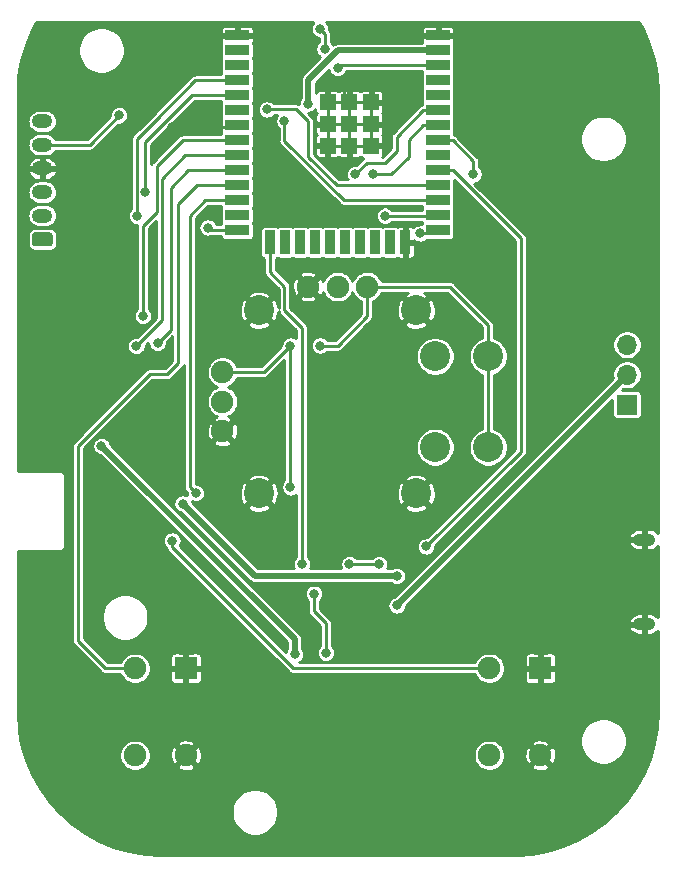
<source format=gbr>
G04 #@! TF.GenerationSoftware,KiCad,Pcbnew,(5.1.10)-1*
G04 #@! TF.CreationDate,2021-07-12T13:00:40+09:00*
G04 #@! TF.ProjectId,controller,636f6e74-726f-46c6-9c65-722e6b696361,rev?*
G04 #@! TF.SameCoordinates,Original*
G04 #@! TF.FileFunction,Copper,L2,Bot*
G04 #@! TF.FilePolarity,Positive*
%FSLAX46Y46*%
G04 Gerber Fmt 4.6, Leading zero omitted, Abs format (unit mm)*
G04 Created by KiCad (PCBNEW (5.1.10)-1) date 2021-07-12 13:00:40*
%MOMM*%
%LPD*%
G01*
G04 APERTURE LIST*
G04 #@! TA.AperFunction,ComponentPad*
%ADD10C,0.300000*%
G04 #@! TD*
G04 #@! TA.AperFunction,SMDPad,CuDef*
%ADD11R,1.330000X1.330000*%
G04 #@! TD*
G04 #@! TA.AperFunction,SMDPad,CuDef*
%ADD12R,2.000000X0.900000*%
G04 #@! TD*
G04 #@! TA.AperFunction,SMDPad,CuDef*
%ADD13R,0.900000X2.000000*%
G04 #@! TD*
G04 #@! TA.AperFunction,ComponentPad*
%ADD14C,2.540000*%
G04 #@! TD*
G04 #@! TA.AperFunction,ComponentPad*
%ADD15C,1.905000*%
G04 #@! TD*
G04 #@! TA.AperFunction,ComponentPad*
%ADD16R,1.905000X1.905000*%
G04 #@! TD*
G04 #@! TA.AperFunction,ComponentPad*
%ADD17O,1.700000X1.700000*%
G04 #@! TD*
G04 #@! TA.AperFunction,ComponentPad*
%ADD18R,1.700000X1.700000*%
G04 #@! TD*
G04 #@! TA.AperFunction,ComponentPad*
%ADD19O,1.750000X1.200000*%
G04 #@! TD*
G04 #@! TA.AperFunction,ComponentPad*
%ADD20O,1.900000X1.050000*%
G04 #@! TD*
G04 #@! TA.AperFunction,ViaPad*
%ADD21C,0.800000*%
G04 #@! TD*
G04 #@! TA.AperFunction,Conductor*
%ADD22C,0.500000*%
G04 #@! TD*
G04 #@! TA.AperFunction,Conductor*
%ADD23C,0.250000*%
G04 #@! TD*
G04 #@! TA.AperFunction,Conductor*
%ADD24C,0.254000*%
G04 #@! TD*
G04 #@! TA.AperFunction,Conductor*
%ADD25C,0.100000*%
G04 #@! TD*
G04 APERTURE END LIST*
D10*
X27582500Y-17075000D03*
X29417500Y-17075000D03*
X26665000Y-16157500D03*
X28500000Y-16157500D03*
X30335000Y-16157500D03*
X27582500Y-15240000D03*
X29417500Y-15240000D03*
X26665000Y-14322500D03*
X28500000Y-14322500D03*
X30335000Y-14322500D03*
X27582500Y-13405000D03*
X29417500Y-13405000D03*
D11*
X26665000Y-17075000D03*
X28500000Y-17075000D03*
X30335000Y-17075000D03*
X26665000Y-15240000D03*
X28500000Y-15240000D03*
X30335000Y-15240000D03*
X26665000Y-13405000D03*
X28500000Y-13405000D03*
X30335000Y-13405000D03*
D12*
X19000000Y-7740000D03*
X19000000Y-9010000D03*
X19000000Y-10280000D03*
X19000000Y-11550000D03*
X19000000Y-12820000D03*
X19000000Y-14090000D03*
X19000000Y-15360000D03*
X19000000Y-16630000D03*
X19000000Y-17900000D03*
X19000000Y-19170000D03*
X19000000Y-20440000D03*
X19000000Y-21710000D03*
X19000000Y-22980000D03*
X19000000Y-24250000D03*
D13*
X21785000Y-25250000D03*
X23055000Y-25250000D03*
X24325000Y-25250000D03*
X25595000Y-25250000D03*
X26865000Y-25250000D03*
X28135000Y-25250000D03*
X29405000Y-25250000D03*
X30675000Y-25250000D03*
X31945000Y-25250000D03*
X33215000Y-25250000D03*
D12*
X36000000Y-24250000D03*
X36000000Y-22980000D03*
X36000000Y-21710000D03*
X36000000Y-20440000D03*
X36000000Y-19170000D03*
X36000000Y-17900000D03*
X36000000Y-16630000D03*
X36000000Y-15360000D03*
X36000000Y-14090000D03*
X36000000Y-12820000D03*
X36000000Y-11550000D03*
X36000000Y-10280000D03*
X36000000Y-9010000D03*
X36000000Y-7740000D03*
D14*
X20850000Y-46500000D03*
X34150000Y-46500000D03*
X34150000Y-31000000D03*
X20850000Y-31000000D03*
X35750000Y-42600000D03*
X40250000Y-42600000D03*
X40250000Y-34900000D03*
X35750000Y-34900000D03*
D15*
X17750000Y-41250000D03*
X17750000Y-38750000D03*
X17750000Y-36250000D03*
X30000000Y-29000000D03*
X27500000Y-29000000D03*
X25000000Y-29000000D03*
D16*
X14659000Y-61317000D03*
D15*
X10341000Y-61317000D03*
X10341000Y-68683000D03*
X14659000Y-68683000D03*
D16*
X44659000Y-61317000D03*
D15*
X40341000Y-61317000D03*
X40341000Y-68683000D03*
X44659000Y-68683000D03*
D17*
X52000000Y-33920000D03*
X52000000Y-36460000D03*
D18*
X52000000Y-39000000D03*
D19*
X2500000Y-15000000D03*
X2500000Y-17000000D03*
X2500000Y-19000000D03*
X2500000Y-21000000D03*
X2500000Y-23000000D03*
G04 #@! TA.AperFunction,ComponentPad*
G36*
G01*
X3125001Y-25600000D02*
X1874999Y-25600000D01*
G75*
G02*
X1625000Y-25350001I0J249999D01*
G01*
X1625000Y-24649999D01*
G75*
G02*
X1874999Y-24400000I249999J0D01*
G01*
X3125001Y-24400000D01*
G75*
G02*
X3375000Y-24649999I0J-249999D01*
G01*
X3375000Y-25350001D01*
G75*
G02*
X3125001Y-25600000I-249999J0D01*
G01*
G37*
G04 #@! TD.AperFunction*
D20*
X53450000Y-50425000D03*
X53450000Y-57575000D03*
D21*
X32500000Y-53500000D03*
X14375000Y-47375000D03*
X39000000Y-58000000D03*
X39000000Y-55500000D03*
X31000000Y-57000000D03*
X22137500Y-54862500D03*
X40500000Y-49500000D03*
X16587500Y-7912500D03*
X11000000Y-14500000D03*
X13512653Y-15512653D03*
X27500000Y-19000000D03*
X25500000Y-21000000D03*
X23500000Y-19000000D03*
X27500000Y-23000000D03*
X40500000Y-9000000D03*
X12000000Y-35500000D03*
X9000000Y-37500000D03*
X10000000Y-43000000D03*
X13500000Y-43500000D03*
X28000000Y-11500000D03*
X37500000Y-66000000D03*
X7500000Y-42500000D03*
X23862500Y-60137500D03*
X25000000Y-13500000D03*
X24500000Y-52500000D03*
X26500000Y-60000000D03*
X25500000Y-55000000D03*
X21500000Y-14000000D03*
X23000000Y-15000000D03*
X31500000Y-23000000D03*
X34500000Y-24500000D03*
X16500000Y-24000000D03*
X27500000Y-10500000D03*
X26398959Y-8898959D03*
X26000000Y-7187500D03*
X9000000Y-14500000D03*
X10500000Y-23000000D03*
X11225000Y-21000000D03*
X12250000Y-33750000D03*
X10456250Y-34043750D03*
X11000000Y-31500000D03*
X35000000Y-51000000D03*
X15500000Y-46500000D03*
X13500000Y-50500000D03*
X39000000Y-19500000D03*
X30500000Y-19500000D03*
X29000000Y-19500000D03*
X32500000Y-56000000D03*
X23500000Y-34000000D03*
X26000000Y-34000000D03*
X23500000Y-46000000D03*
X28500000Y-52500000D03*
X31000000Y-52500000D03*
D22*
X32500000Y-53500000D02*
X20500000Y-53500000D01*
X20500000Y-53500000D02*
X14375000Y-47375000D01*
D23*
X39000000Y-58000000D02*
X39000000Y-55500000D01*
X39000000Y-58000000D02*
X43000000Y-58000000D01*
X44659000Y-59659000D02*
X44659000Y-61317000D01*
X43000000Y-58000000D02*
X44659000Y-59659000D01*
X26665000Y-13405000D02*
X30335000Y-13405000D01*
X30335000Y-13405000D02*
X30335000Y-17075000D01*
X30335000Y-17075000D02*
X26665000Y-17075000D01*
X26665000Y-17075000D02*
X26665000Y-13405000D01*
X28500000Y-13405000D02*
X28500000Y-17075000D01*
X26665000Y-15240000D02*
X30335000Y-15240000D01*
X31000000Y-57000000D02*
X34000000Y-57000000D01*
X35000000Y-58000000D02*
X39000000Y-58000000D01*
X34000000Y-57000000D02*
X35000000Y-58000000D01*
X31000000Y-57000000D02*
X31000000Y-55000000D01*
X22725001Y-54274999D02*
X22137500Y-54862500D01*
X30274999Y-54274999D02*
X22725001Y-54274999D01*
X31000000Y-55000000D02*
X30274999Y-54274999D01*
X39000000Y-51000000D02*
X40500000Y-49500000D01*
X39000000Y-55500000D02*
X39000000Y-51000000D01*
X16760000Y-7740000D02*
X16587500Y-7912500D01*
X19000000Y-7740000D02*
X16760000Y-7740000D01*
X2500000Y-19000000D02*
X6500000Y-19000000D01*
X6500000Y-19000000D02*
X11000000Y-14500000D01*
X18847347Y-15512653D02*
X19000000Y-15360000D01*
X13512653Y-15512653D02*
X18847347Y-15512653D01*
X26665000Y-17075000D02*
X26665000Y-18165000D01*
X26665000Y-18165000D02*
X27500000Y-19000000D01*
X23500000Y-19000000D02*
X25500000Y-21000000D01*
X33215000Y-26500000D02*
X32215000Y-27500000D01*
X33215000Y-25250000D02*
X33215000Y-26500000D01*
X26500000Y-27500000D02*
X25000000Y-29000000D01*
X32215000Y-27500000D02*
X26500000Y-27500000D01*
X27500000Y-23000000D02*
X25500000Y-21000000D01*
X36000000Y-7740000D02*
X39240000Y-7740000D01*
X39240000Y-7740000D02*
X40500000Y-9000000D01*
X12000000Y-35500000D02*
X10000000Y-35500000D01*
X9000000Y-36500000D02*
X9000000Y-37500000D01*
X10000000Y-35500000D02*
X9000000Y-36500000D01*
X10000000Y-43000000D02*
X10500000Y-43500000D01*
X10500000Y-43500000D02*
X13500000Y-43500000D01*
X28000000Y-12905000D02*
X28500000Y-13405000D01*
X28000000Y-11500000D02*
X28000000Y-12905000D01*
D22*
X23862500Y-58862500D02*
X23862500Y-60137500D01*
X7500000Y-42500000D02*
X23862500Y-58862500D01*
X36000000Y-9010000D02*
X27490000Y-9010000D01*
X25000000Y-11500000D02*
X25000000Y-13500000D01*
X27490000Y-9010000D02*
X25000000Y-11500000D01*
D23*
X21785000Y-25250000D02*
X21785000Y-27785000D01*
X21785000Y-27785000D02*
X23000000Y-29000000D01*
X26500000Y-57500000D02*
X26500000Y-60000000D01*
X26000000Y-57000000D02*
X26500000Y-57500000D01*
X25500000Y-56500000D02*
X26000000Y-57000000D01*
X25500000Y-55000000D02*
X25500000Y-56500000D01*
X24500000Y-32500000D02*
X23000000Y-31000000D01*
X24500000Y-52500000D02*
X24500000Y-32500000D01*
X23000000Y-29000000D02*
X23000000Y-31000000D01*
X27440000Y-20440000D02*
X36000000Y-20440000D01*
X25000000Y-15000000D02*
X25000000Y-18000000D01*
X24000000Y-14000000D02*
X25000000Y-15000000D01*
X25000000Y-18000000D02*
X27440000Y-20440000D01*
X21500000Y-14000000D02*
X24000000Y-14000000D01*
X28073590Y-21710000D02*
X36000000Y-21710000D01*
X23000000Y-16636410D02*
X28073590Y-21710000D01*
X23000000Y-15000000D02*
X23000000Y-16636410D01*
X35980000Y-23000000D02*
X36000000Y-22980000D01*
X31500000Y-23000000D02*
X35980000Y-23000000D01*
X35750000Y-24500000D02*
X36000000Y-24250000D01*
X34500000Y-24500000D02*
X35750000Y-24500000D01*
X16750000Y-24250000D02*
X16500000Y-24000000D01*
X19000000Y-24250000D02*
X16750000Y-24250000D01*
X27720000Y-10280000D02*
X27500000Y-10500000D01*
X36000000Y-10280000D02*
X28220000Y-10280000D01*
X28220000Y-10280000D02*
X27720000Y-10280000D01*
X26398959Y-7586459D02*
X26000000Y-7187500D01*
X26398959Y-8898959D02*
X26398959Y-7586459D01*
X9000000Y-14500000D02*
X6500000Y-17000000D01*
X6500000Y-17000000D02*
X2500000Y-17000000D01*
X19000000Y-11550000D02*
X15450000Y-11550000D01*
X15450000Y-11550000D02*
X12000000Y-15000000D01*
X12000000Y-15000000D02*
X11000000Y-16000000D01*
X10500000Y-16500000D02*
X10500000Y-23000000D01*
X11000000Y-16000000D02*
X10500000Y-16500000D01*
X11225000Y-21000000D02*
X11225000Y-16775000D01*
X15180000Y-12820000D02*
X19000000Y-12820000D01*
X11225000Y-16775000D02*
X15180000Y-12820000D01*
X14830000Y-19170000D02*
X19000000Y-19170000D01*
X13357508Y-20642492D02*
X14830000Y-19170000D01*
X13357508Y-32642492D02*
X13357508Y-20642492D01*
X12250000Y-33750000D02*
X13357508Y-32642492D01*
X19000000Y-17900000D02*
X14600000Y-17900000D01*
X12632509Y-19867491D02*
X12632508Y-22868900D01*
X14600000Y-17900000D02*
X12632509Y-19867491D01*
X12632508Y-31867492D02*
X10456250Y-34043750D01*
X12632508Y-22868900D02*
X12632508Y-31867492D01*
X11000000Y-23864998D02*
X11000000Y-31500000D01*
X12182499Y-22682499D02*
X12182499Y-18817501D01*
X12182499Y-22682499D02*
X11000000Y-23864998D01*
X14370000Y-16630000D02*
X19000000Y-16630000D01*
X12182499Y-18817501D02*
X14370000Y-16630000D01*
X37250000Y-19170000D02*
X43000000Y-24920000D01*
X36000000Y-19170000D02*
X37250000Y-19170000D01*
X43000000Y-24920000D02*
X43000000Y-42210602D01*
X43000000Y-42210602D02*
X43000000Y-43000000D01*
X43000000Y-43000000D02*
X35000000Y-51000000D01*
X15560000Y-20440000D02*
X19000000Y-20440000D01*
X14000000Y-22000000D02*
X15560000Y-20440000D01*
X14000000Y-35500000D02*
X14000000Y-22000000D01*
X13073002Y-36426998D02*
X14000000Y-35500000D01*
X11573002Y-36426998D02*
X13073002Y-36426998D01*
X5500000Y-42500000D02*
X11573002Y-36426998D01*
X7817000Y-61317000D02*
X5500000Y-59000000D01*
X5500000Y-59000000D02*
X5500000Y-42500000D01*
X10341000Y-61317000D02*
X7817000Y-61317000D01*
X19000000Y-21710000D02*
X16290000Y-21710000D01*
X16290000Y-21710000D02*
X15000000Y-23000000D01*
X15000000Y-23000000D02*
X15000000Y-34500000D01*
X15000000Y-46000000D02*
X15500000Y-46500000D01*
X15000000Y-34500000D02*
X15000000Y-46000000D01*
X23751315Y-61317000D02*
X40341000Y-61317000D01*
X13500000Y-51065685D02*
X23751315Y-61317000D01*
X13500000Y-50500000D02*
X13500000Y-51065685D01*
X39000000Y-18380000D02*
X39000000Y-19500000D01*
X37250000Y-16630000D02*
X39000000Y-18380000D01*
X36000000Y-16630000D02*
X37250000Y-16630000D01*
X34750000Y-15360000D02*
X33500000Y-16610000D01*
X36000000Y-15360000D02*
X34750000Y-15360000D01*
X33500000Y-16610000D02*
X33500000Y-18000000D01*
X32000000Y-19500000D02*
X30500000Y-19500000D01*
X33500000Y-18000000D02*
X32000000Y-19500000D01*
X34750000Y-14090000D02*
X32500000Y-16340000D01*
X36000000Y-14090000D02*
X34750000Y-14090000D01*
X32500000Y-16340000D02*
X32500000Y-17500000D01*
X32500000Y-17500000D02*
X31500000Y-18500000D01*
X30000000Y-18500000D02*
X29000000Y-19500000D01*
X31500000Y-18500000D02*
X30000000Y-18500000D01*
X32500000Y-55960000D02*
X32500000Y-56000000D01*
D22*
X52000000Y-36460000D02*
X32500000Y-55960000D01*
D23*
X40250000Y-42600000D02*
X40250000Y-34900000D01*
X30000000Y-29000000D02*
X37000000Y-29000000D01*
X40250000Y-32250000D02*
X40250000Y-34900000D01*
X37000000Y-29000000D02*
X40250000Y-32250000D01*
X21250000Y-36250000D02*
X23500000Y-34000000D01*
X17750000Y-36250000D02*
X21250000Y-36250000D01*
X26000000Y-34000000D02*
X27500000Y-34000000D01*
X30000000Y-31500000D02*
X30000000Y-29000000D01*
X27500000Y-34000000D02*
X30000000Y-31500000D01*
X23500000Y-46000000D02*
X23500000Y-34000000D01*
X28500000Y-52500000D02*
X31000000Y-52500000D01*
D24*
X25393358Y-6689641D02*
X25307887Y-6817558D01*
X25249013Y-6959691D01*
X25219000Y-7110578D01*
X25219000Y-7264422D01*
X25249013Y-7415309D01*
X25307887Y-7557442D01*
X25393358Y-7685359D01*
X25502141Y-7794142D01*
X25630058Y-7879613D01*
X25772191Y-7938487D01*
X25892960Y-7962509D01*
X25892959Y-8300458D01*
X25792317Y-8401100D01*
X25706846Y-8529017D01*
X25647972Y-8671150D01*
X25617959Y-8822037D01*
X25617959Y-8975881D01*
X25647972Y-9126768D01*
X25706846Y-9268901D01*
X25792317Y-9396818D01*
X25901100Y-9505601D01*
X26021549Y-9586082D01*
X24575737Y-11031895D01*
X24551657Y-11051657D01*
X24472804Y-11147740D01*
X24414211Y-11257359D01*
X24378130Y-11376303D01*
X24369000Y-11469003D01*
X24369000Y-11469010D01*
X24365948Y-11500000D01*
X24369000Y-11530991D01*
X24369001Y-13038594D01*
X24307887Y-13130058D01*
X24249013Y-13272191D01*
X24219000Y-13423078D01*
X24219000Y-13543311D01*
X24194575Y-13530255D01*
X24099193Y-13501322D01*
X24024854Y-13494000D01*
X24024846Y-13494000D01*
X24000000Y-13491553D01*
X23975154Y-13494000D01*
X22098501Y-13494000D01*
X21997859Y-13393358D01*
X21869942Y-13307887D01*
X21727809Y-13249013D01*
X21576922Y-13219000D01*
X21423078Y-13219000D01*
X21272191Y-13249013D01*
X21130058Y-13307887D01*
X21002141Y-13393358D01*
X20893358Y-13502141D01*
X20807887Y-13630058D01*
X20749013Y-13772191D01*
X20719000Y-13923078D01*
X20719000Y-14076922D01*
X20749013Y-14227809D01*
X20807887Y-14369942D01*
X20893358Y-14497859D01*
X21002141Y-14606642D01*
X21130058Y-14692113D01*
X21272191Y-14750987D01*
X21423078Y-14781000D01*
X21576922Y-14781000D01*
X21727809Y-14750987D01*
X21869942Y-14692113D01*
X21997859Y-14606642D01*
X22098501Y-14506000D01*
X22390780Y-14506000D01*
X22307887Y-14630058D01*
X22249013Y-14772191D01*
X22219000Y-14923078D01*
X22219000Y-15076922D01*
X22249013Y-15227809D01*
X22307887Y-15369942D01*
X22393358Y-15497859D01*
X22494000Y-15598501D01*
X22494001Y-16611554D01*
X22491553Y-16636410D01*
X22501322Y-16735602D01*
X22530255Y-16830984D01*
X22545512Y-16859527D01*
X22577242Y-16918889D01*
X22640474Y-16995937D01*
X22659781Y-17011782D01*
X27698218Y-22050220D01*
X27714063Y-22069527D01*
X27791111Y-22132759D01*
X27868364Y-22174052D01*
X27879015Y-22179745D01*
X27974397Y-22208678D01*
X28073590Y-22218448D01*
X28098444Y-22216000D01*
X34622672Y-22216000D01*
X34624513Y-22234689D01*
X34646299Y-22306508D01*
X34666874Y-22345000D01*
X34646299Y-22383492D01*
X34624513Y-22455311D01*
X34620703Y-22494000D01*
X32098501Y-22494000D01*
X31997859Y-22393358D01*
X31869942Y-22307887D01*
X31727809Y-22249013D01*
X31576922Y-22219000D01*
X31423078Y-22219000D01*
X31272191Y-22249013D01*
X31130058Y-22307887D01*
X31002141Y-22393358D01*
X30893358Y-22502141D01*
X30807887Y-22630058D01*
X30749013Y-22772191D01*
X30719000Y-22923078D01*
X30719000Y-23076922D01*
X30749013Y-23227809D01*
X30807887Y-23369942D01*
X30893358Y-23497859D01*
X31002141Y-23606642D01*
X31130058Y-23692113D01*
X31272191Y-23750987D01*
X31423078Y-23781000D01*
X31576922Y-23781000D01*
X31727809Y-23750987D01*
X31869942Y-23692113D01*
X31997859Y-23606642D01*
X32098501Y-23506000D01*
X34624911Y-23506000D01*
X34646299Y-23576508D01*
X34666874Y-23615000D01*
X34646299Y-23653492D01*
X34624513Y-23725311D01*
X34624208Y-23728406D01*
X34576922Y-23719000D01*
X34423078Y-23719000D01*
X34272191Y-23749013D01*
X34130058Y-23807887D01*
X34002141Y-23893358D01*
X33925000Y-23970499D01*
X33877696Y-23931678D01*
X33811508Y-23896299D01*
X33739689Y-23874513D01*
X33665000Y-23867157D01*
X33437250Y-23869000D01*
X33342000Y-23964250D01*
X33342000Y-25123000D01*
X33950750Y-25123000D01*
X33984625Y-25089126D01*
X34002141Y-25106642D01*
X34130058Y-25192113D01*
X34272191Y-25250987D01*
X34423078Y-25281000D01*
X34576922Y-25281000D01*
X34727809Y-25250987D01*
X34869942Y-25192113D01*
X34997859Y-25106642D01*
X35021658Y-25082843D01*
X37000000Y-25082843D01*
X37074689Y-25075487D01*
X37146508Y-25053701D01*
X37212696Y-25018322D01*
X37270711Y-24970711D01*
X37318322Y-24912696D01*
X37353701Y-24846508D01*
X37375487Y-24774689D01*
X37382843Y-24700000D01*
X37382843Y-23800000D01*
X37375487Y-23725311D01*
X37353701Y-23653492D01*
X37333126Y-23615000D01*
X37353701Y-23576508D01*
X37375487Y-23504689D01*
X37382843Y-23430000D01*
X37382843Y-22530000D01*
X37375487Y-22455311D01*
X37353701Y-22383492D01*
X37333126Y-22345000D01*
X37353701Y-22306508D01*
X37375487Y-22234689D01*
X37382843Y-22160000D01*
X37382843Y-21260000D01*
X37375487Y-21185311D01*
X37353701Y-21113492D01*
X37333126Y-21075000D01*
X37353701Y-21036508D01*
X37375487Y-20964689D01*
X37382843Y-20890000D01*
X37382843Y-20018434D01*
X42494000Y-25129592D01*
X42494001Y-42185739D01*
X42494000Y-42185749D01*
X42494001Y-42790407D01*
X35065409Y-50219000D01*
X34923078Y-50219000D01*
X34772191Y-50249013D01*
X34630058Y-50307887D01*
X34502141Y-50393358D01*
X34393358Y-50502141D01*
X34307887Y-50630058D01*
X34249013Y-50772191D01*
X34219000Y-50923078D01*
X34219000Y-51076922D01*
X34249013Y-51227809D01*
X34307887Y-51369942D01*
X34393358Y-51497859D01*
X34502141Y-51606642D01*
X34630058Y-51692113D01*
X34772191Y-51750987D01*
X34923078Y-51781000D01*
X35076922Y-51781000D01*
X35227809Y-51750987D01*
X35369942Y-51692113D01*
X35497859Y-51606642D01*
X35606642Y-51497859D01*
X35692113Y-51369942D01*
X35750987Y-51227809D01*
X35781000Y-51076922D01*
X35781000Y-50934591D01*
X43340220Y-43375372D01*
X43359527Y-43359527D01*
X43422759Y-43282479D01*
X43469745Y-43194575D01*
X43495871Y-43108448D01*
X43498678Y-43099194D01*
X43501578Y-43069745D01*
X43506000Y-43024854D01*
X43506000Y-43024847D01*
X43508447Y-43000001D01*
X43506000Y-42975155D01*
X43506000Y-33798757D01*
X50769000Y-33798757D01*
X50769000Y-34041243D01*
X50816307Y-34279069D01*
X50909102Y-34503097D01*
X51043820Y-34704717D01*
X51215283Y-34876180D01*
X51416903Y-35010898D01*
X51640931Y-35103693D01*
X51878757Y-35151000D01*
X52121243Y-35151000D01*
X52359069Y-35103693D01*
X52583097Y-35010898D01*
X52784717Y-34876180D01*
X52956180Y-34704717D01*
X53090898Y-34503097D01*
X53183693Y-34279069D01*
X53231000Y-34041243D01*
X53231000Y-33798757D01*
X53183693Y-33560931D01*
X53090898Y-33336903D01*
X52956180Y-33135283D01*
X52784717Y-32963820D01*
X52583097Y-32829102D01*
X52359069Y-32736307D01*
X52121243Y-32689000D01*
X51878757Y-32689000D01*
X51640931Y-32736307D01*
X51416903Y-32829102D01*
X51215283Y-32963820D01*
X51043820Y-33135283D01*
X50909102Y-33336903D01*
X50816307Y-33560931D01*
X50769000Y-33798757D01*
X43506000Y-33798757D01*
X43506000Y-24944846D01*
X43508447Y-24920000D01*
X43506000Y-24895154D01*
X43506000Y-24895146D01*
X43498678Y-24820807D01*
X43469745Y-24725425D01*
X43422759Y-24637521D01*
X43359527Y-24560473D01*
X43340220Y-24544628D01*
X39076591Y-20281000D01*
X39076922Y-20281000D01*
X39227809Y-20250987D01*
X39369942Y-20192113D01*
X39497859Y-20106642D01*
X39606642Y-19997859D01*
X39692113Y-19869942D01*
X39750987Y-19727809D01*
X39781000Y-19576922D01*
X39781000Y-19423078D01*
X39750987Y-19272191D01*
X39692113Y-19130058D01*
X39606642Y-19002141D01*
X39506000Y-18901499D01*
X39506000Y-18404854D01*
X39508448Y-18380000D01*
X39498678Y-18280807D01*
X39469745Y-18185425D01*
X39456037Y-18159779D01*
X39422759Y-18097521D01*
X39359527Y-18020473D01*
X39340220Y-18004628D01*
X37640481Y-16304889D01*
X48019000Y-16304889D01*
X48019000Y-16695111D01*
X48095129Y-17077836D01*
X48244461Y-17438355D01*
X48461257Y-17762814D01*
X48737186Y-18038743D01*
X49061645Y-18255539D01*
X49422164Y-18404871D01*
X49804889Y-18481000D01*
X50195111Y-18481000D01*
X50577836Y-18404871D01*
X50938355Y-18255539D01*
X51262814Y-18038743D01*
X51538743Y-17762814D01*
X51755539Y-17438355D01*
X51904871Y-17077836D01*
X51981000Y-16695111D01*
X51981000Y-16304889D01*
X51904871Y-15922164D01*
X51755539Y-15561645D01*
X51538743Y-15237186D01*
X51262814Y-14961257D01*
X50938355Y-14744461D01*
X50577836Y-14595129D01*
X50195111Y-14519000D01*
X49804889Y-14519000D01*
X49422164Y-14595129D01*
X49061645Y-14744461D01*
X48737186Y-14961257D01*
X48461257Y-15237186D01*
X48244461Y-15561645D01*
X48095129Y-15922164D01*
X48019000Y-16304889D01*
X37640481Y-16304889D01*
X37625376Y-16289785D01*
X37609527Y-16270473D01*
X37532479Y-16207241D01*
X37444575Y-16160255D01*
X37378937Y-16140345D01*
X37375487Y-16105311D01*
X37353701Y-16033492D01*
X37333126Y-15995000D01*
X37353701Y-15956508D01*
X37375487Y-15884689D01*
X37382843Y-15810000D01*
X37382843Y-14910000D01*
X37375487Y-14835311D01*
X37353701Y-14763492D01*
X37333126Y-14725000D01*
X37353701Y-14686508D01*
X37375487Y-14614689D01*
X37382843Y-14540000D01*
X37382843Y-13640000D01*
X37375487Y-13565311D01*
X37353701Y-13493492D01*
X37333126Y-13455000D01*
X37353701Y-13416508D01*
X37375487Y-13344689D01*
X37382843Y-13270000D01*
X37382843Y-12370000D01*
X37375487Y-12295311D01*
X37353701Y-12223492D01*
X37333126Y-12185000D01*
X37353701Y-12146508D01*
X37375487Y-12074689D01*
X37382843Y-12000000D01*
X37382843Y-11100000D01*
X37375487Y-11025311D01*
X37353701Y-10953492D01*
X37333126Y-10915000D01*
X37353701Y-10876508D01*
X37375487Y-10804689D01*
X37382843Y-10730000D01*
X37382843Y-9830000D01*
X37375487Y-9755311D01*
X37353701Y-9683492D01*
X37333126Y-9645000D01*
X37353701Y-9606508D01*
X37375487Y-9534689D01*
X37382843Y-9460000D01*
X37382843Y-8560000D01*
X37375487Y-8485311D01*
X37353701Y-8413492D01*
X37333126Y-8375000D01*
X37353701Y-8336508D01*
X37375487Y-8264689D01*
X37382843Y-8190000D01*
X37381000Y-7962250D01*
X37285750Y-7867000D01*
X36127000Y-7867000D01*
X36127000Y-7887000D01*
X35873000Y-7887000D01*
X35873000Y-7867000D01*
X34714250Y-7867000D01*
X34619000Y-7962250D01*
X34617157Y-8190000D01*
X34624513Y-8264689D01*
X34646299Y-8336508D01*
X34666874Y-8375000D01*
X34664736Y-8379000D01*
X27520990Y-8379000D01*
X27490000Y-8375948D01*
X27459009Y-8379000D01*
X27459002Y-8379000D01*
X27366302Y-8388130D01*
X27247358Y-8424211D01*
X27137739Y-8482804D01*
X27087657Y-8523906D01*
X27005601Y-8401100D01*
X26904959Y-8300458D01*
X26904959Y-7611304D01*
X26907406Y-7586458D01*
X26904959Y-7561612D01*
X26904959Y-7561605D01*
X26897637Y-7487266D01*
X26889748Y-7461257D01*
X26868704Y-7391884D01*
X26856195Y-7368482D01*
X26821718Y-7303980D01*
X26810245Y-7290000D01*
X34617157Y-7290000D01*
X34619000Y-7517750D01*
X34714250Y-7613000D01*
X35873000Y-7613000D01*
X35873000Y-7004250D01*
X36127000Y-7004250D01*
X36127000Y-7613000D01*
X37285750Y-7613000D01*
X37381000Y-7517750D01*
X37382843Y-7290000D01*
X37375487Y-7215311D01*
X37353701Y-7143492D01*
X37318322Y-7077304D01*
X37270711Y-7019289D01*
X37212696Y-6971678D01*
X37146508Y-6936299D01*
X37074689Y-6914513D01*
X37000000Y-6907157D01*
X36222250Y-6909000D01*
X36127000Y-7004250D01*
X35873000Y-7004250D01*
X35777750Y-6909000D01*
X35000000Y-6907157D01*
X34925311Y-6914513D01*
X34853492Y-6936299D01*
X34787304Y-6971678D01*
X34729289Y-7019289D01*
X34681678Y-7077304D01*
X34646299Y-7143492D01*
X34624513Y-7215311D01*
X34617157Y-7290000D01*
X26810245Y-7290000D01*
X26781000Y-7254365D01*
X26781000Y-7110578D01*
X26750987Y-6959691D01*
X26692113Y-6817558D01*
X26606642Y-6689641D01*
X26544001Y-6627000D01*
X53046300Y-6627000D01*
X53365767Y-7198619D01*
X53888965Y-8443259D01*
X54270165Y-9738466D01*
X54504615Y-11068096D01*
X54590059Y-12426196D01*
X54590322Y-12501419D01*
X54593011Y-12546666D01*
X54594001Y-12552398D01*
X54594000Y-49861742D01*
X54483943Y-49742246D01*
X54339044Y-49636566D01*
X54176312Y-49561185D01*
X54002000Y-49519000D01*
X53577000Y-49519000D01*
X53577000Y-50298000D01*
X53597000Y-50298000D01*
X53597000Y-50552000D01*
X53577000Y-50552000D01*
X53577000Y-51331000D01*
X54002000Y-51331000D01*
X54176312Y-51288815D01*
X54339044Y-51213434D01*
X54483943Y-51107754D01*
X54594000Y-50988258D01*
X54594000Y-57011742D01*
X54483943Y-56892246D01*
X54339044Y-56786566D01*
X54176312Y-56711185D01*
X54002000Y-56669000D01*
X53577000Y-56669000D01*
X53577000Y-57448000D01*
X53597000Y-57448000D01*
X53597000Y-57702000D01*
X53577000Y-57702000D01*
X53577000Y-58481000D01*
X54002000Y-58481000D01*
X54176312Y-58438815D01*
X54339044Y-58363434D01*
X54483943Y-58257754D01*
X54594000Y-58138258D01*
X54594000Y-64950377D01*
X54591309Y-64971679D01*
X54590953Y-64977336D01*
X54514319Y-66348039D01*
X54289159Y-67679265D01*
X53917011Y-68977099D01*
X53402508Y-70225378D01*
X52752077Y-71408506D01*
X51973809Y-72511770D01*
X51077419Y-73521399D01*
X50074066Y-74424823D01*
X48976266Y-75210769D01*
X47797708Y-75869443D01*
X46553066Y-76392643D01*
X45257855Y-76773845D01*
X43928224Y-77008295D01*
X42570124Y-77093739D01*
X42495473Y-77094000D01*
X12507662Y-77094000D01*
X11148281Y-77017999D01*
X9817055Y-76792839D01*
X8519221Y-76420691D01*
X7270942Y-75906188D01*
X6087814Y-75255757D01*
X4984550Y-74477489D01*
X3974921Y-73581099D01*
X3726221Y-73304889D01*
X18519000Y-73304889D01*
X18519000Y-73695111D01*
X18595129Y-74077836D01*
X18744461Y-74438355D01*
X18961257Y-74762814D01*
X19237186Y-75038743D01*
X19561645Y-75255539D01*
X19922164Y-75404871D01*
X20304889Y-75481000D01*
X20695111Y-75481000D01*
X21077836Y-75404871D01*
X21438355Y-75255539D01*
X21762814Y-75038743D01*
X22038743Y-74762814D01*
X22255539Y-74438355D01*
X22404871Y-74077836D01*
X22481000Y-73695111D01*
X22481000Y-73304889D01*
X22404871Y-72922164D01*
X22255539Y-72561645D01*
X22038743Y-72237186D01*
X21762814Y-71961257D01*
X21438355Y-71744461D01*
X21077836Y-71595129D01*
X20695111Y-71519000D01*
X20304889Y-71519000D01*
X19922164Y-71595129D01*
X19561645Y-71744461D01*
X19237186Y-71961257D01*
X18961257Y-72237186D01*
X18744461Y-72561645D01*
X18595129Y-72922164D01*
X18519000Y-73304889D01*
X3726221Y-73304889D01*
X3071497Y-72577746D01*
X2285551Y-71479946D01*
X1626877Y-70301388D01*
X1103677Y-69056746D01*
X955023Y-68551662D01*
X9007500Y-68551662D01*
X9007500Y-68814338D01*
X9058746Y-69071968D01*
X9159268Y-69314649D01*
X9305203Y-69533057D01*
X9490943Y-69718797D01*
X9709351Y-69864732D01*
X9952032Y-69965254D01*
X10209662Y-70016500D01*
X10472338Y-70016500D01*
X10729968Y-69965254D01*
X10972649Y-69864732D01*
X11191057Y-69718797D01*
X11261508Y-69648346D01*
X13873259Y-69648346D01*
X13977686Y-69836812D01*
X14215875Y-69947559D01*
X14471093Y-70009711D01*
X14733533Y-70020876D01*
X14993107Y-69980629D01*
X15239842Y-69890514D01*
X15340314Y-69836812D01*
X15444741Y-69648346D01*
X14659000Y-68862605D01*
X13873259Y-69648346D01*
X11261508Y-69648346D01*
X11376797Y-69533057D01*
X11522732Y-69314649D01*
X11623254Y-69071968D01*
X11674500Y-68814338D01*
X11674500Y-68757533D01*
X13321124Y-68757533D01*
X13361371Y-69017107D01*
X13451486Y-69263842D01*
X13505188Y-69364314D01*
X13693654Y-69468741D01*
X14479395Y-68683000D01*
X14838605Y-68683000D01*
X15624346Y-69468741D01*
X15812812Y-69364314D01*
X15923559Y-69126125D01*
X15985711Y-68870907D01*
X15996876Y-68608467D01*
X15988069Y-68551662D01*
X39007500Y-68551662D01*
X39007500Y-68814338D01*
X39058746Y-69071968D01*
X39159268Y-69314649D01*
X39305203Y-69533057D01*
X39490943Y-69718797D01*
X39709351Y-69864732D01*
X39952032Y-69965254D01*
X40209662Y-70016500D01*
X40472338Y-70016500D01*
X40729968Y-69965254D01*
X40972649Y-69864732D01*
X41191057Y-69718797D01*
X41261508Y-69648346D01*
X43873259Y-69648346D01*
X43977686Y-69836812D01*
X44215875Y-69947559D01*
X44471093Y-70009711D01*
X44733533Y-70020876D01*
X44993107Y-69980629D01*
X45239842Y-69890514D01*
X45340314Y-69836812D01*
X45444741Y-69648346D01*
X44659000Y-68862605D01*
X43873259Y-69648346D01*
X41261508Y-69648346D01*
X41376797Y-69533057D01*
X41522732Y-69314649D01*
X41623254Y-69071968D01*
X41674500Y-68814338D01*
X41674500Y-68757533D01*
X43321124Y-68757533D01*
X43361371Y-69017107D01*
X43451486Y-69263842D01*
X43505188Y-69364314D01*
X43693654Y-69468741D01*
X44479395Y-68683000D01*
X44838605Y-68683000D01*
X45624346Y-69468741D01*
X45812812Y-69364314D01*
X45923559Y-69126125D01*
X45985711Y-68870907D01*
X45996876Y-68608467D01*
X45956629Y-68348893D01*
X45866514Y-68102158D01*
X45812812Y-68001686D01*
X45624346Y-67897259D01*
X44838605Y-68683000D01*
X44479395Y-68683000D01*
X43693654Y-67897259D01*
X43505188Y-68001686D01*
X43394441Y-68239875D01*
X43332289Y-68495093D01*
X43321124Y-68757533D01*
X41674500Y-68757533D01*
X41674500Y-68551662D01*
X41623254Y-68294032D01*
X41522732Y-68051351D01*
X41376797Y-67832943D01*
X41261508Y-67717654D01*
X43873259Y-67717654D01*
X44659000Y-68503395D01*
X45444741Y-67717654D01*
X45340314Y-67529188D01*
X45102125Y-67418441D01*
X44846907Y-67356289D01*
X44584467Y-67345124D01*
X44324893Y-67385371D01*
X44078158Y-67475486D01*
X43977686Y-67529188D01*
X43873259Y-67717654D01*
X41261508Y-67717654D01*
X41191057Y-67647203D01*
X40972649Y-67501268D01*
X40729968Y-67400746D01*
X40472338Y-67349500D01*
X40209662Y-67349500D01*
X39952032Y-67400746D01*
X39709351Y-67501268D01*
X39490943Y-67647203D01*
X39305203Y-67832943D01*
X39159268Y-68051351D01*
X39058746Y-68294032D01*
X39007500Y-68551662D01*
X15988069Y-68551662D01*
X15956629Y-68348893D01*
X15866514Y-68102158D01*
X15812812Y-68001686D01*
X15624346Y-67897259D01*
X14838605Y-68683000D01*
X14479395Y-68683000D01*
X13693654Y-67897259D01*
X13505188Y-68001686D01*
X13394441Y-68239875D01*
X13332289Y-68495093D01*
X13321124Y-68757533D01*
X11674500Y-68757533D01*
X11674500Y-68551662D01*
X11623254Y-68294032D01*
X11522732Y-68051351D01*
X11376797Y-67832943D01*
X11261508Y-67717654D01*
X13873259Y-67717654D01*
X14659000Y-68503395D01*
X15444741Y-67717654D01*
X15340314Y-67529188D01*
X15102125Y-67418441D01*
X14846907Y-67356289D01*
X14584467Y-67345124D01*
X14324893Y-67385371D01*
X14078158Y-67475486D01*
X13977686Y-67529188D01*
X13873259Y-67717654D01*
X11261508Y-67717654D01*
X11191057Y-67647203D01*
X10972649Y-67501268D01*
X10729968Y-67400746D01*
X10472338Y-67349500D01*
X10209662Y-67349500D01*
X9952032Y-67400746D01*
X9709351Y-67501268D01*
X9490943Y-67647203D01*
X9305203Y-67832943D01*
X9159268Y-68051351D01*
X9058746Y-68294032D01*
X9007500Y-68551662D01*
X955023Y-68551662D01*
X722475Y-67761535D01*
X641956Y-67304889D01*
X48019000Y-67304889D01*
X48019000Y-67695111D01*
X48095129Y-68077836D01*
X48244461Y-68438355D01*
X48461257Y-68762814D01*
X48737186Y-69038743D01*
X49061645Y-69255539D01*
X49422164Y-69404871D01*
X49804889Y-69481000D01*
X50195111Y-69481000D01*
X50577836Y-69404871D01*
X50938355Y-69255539D01*
X51262814Y-69038743D01*
X51538743Y-68762814D01*
X51755539Y-68438355D01*
X51904871Y-68077836D01*
X51981000Y-67695111D01*
X51981000Y-67304889D01*
X51904871Y-66922164D01*
X51755539Y-66561645D01*
X51538743Y-66237186D01*
X51262814Y-65961257D01*
X50938355Y-65744461D01*
X50577836Y-65595129D01*
X50195111Y-65519000D01*
X49804889Y-65519000D01*
X49422164Y-65595129D01*
X49061645Y-65744461D01*
X48737186Y-65961257D01*
X48461257Y-66237186D01*
X48244461Y-66561645D01*
X48095129Y-66922164D01*
X48019000Y-67304889D01*
X641956Y-67304889D01*
X488025Y-66431904D01*
X402581Y-65073804D01*
X402320Y-64999018D01*
X405893Y-51406000D01*
X3980060Y-51406000D01*
X4000000Y-51407964D01*
X4079590Y-51400125D01*
X4156121Y-51376910D01*
X4226653Y-51339210D01*
X4288474Y-51288474D01*
X4339210Y-51226653D01*
X4376910Y-51156121D01*
X4400125Y-51079590D01*
X4406000Y-51019941D01*
X4407964Y-51000000D01*
X4406000Y-50980059D01*
X4406000Y-45019941D01*
X4407964Y-45000000D01*
X4400125Y-44920410D01*
X4376910Y-44843879D01*
X4339210Y-44773347D01*
X4288474Y-44711526D01*
X4226653Y-44660790D01*
X4156121Y-44623090D01*
X4079590Y-44599875D01*
X4019941Y-44594000D01*
X4019940Y-44594000D01*
X4000000Y-44592036D01*
X3980059Y-44594000D01*
X405954Y-44594000D01*
X405717Y-42500000D01*
X4991553Y-42500000D01*
X4994001Y-42524856D01*
X4994000Y-58975154D01*
X4991553Y-59000000D01*
X4994000Y-59024846D01*
X4994000Y-59024853D01*
X5001322Y-59099192D01*
X5030255Y-59194574D01*
X5077241Y-59282479D01*
X5140473Y-59359527D01*
X5159785Y-59375376D01*
X7441628Y-61657220D01*
X7457473Y-61676527D01*
X7534521Y-61739759D01*
X7622425Y-61786745D01*
X7717807Y-61815678D01*
X7817000Y-61825448D01*
X7841854Y-61823000D01*
X9107222Y-61823000D01*
X9159268Y-61948649D01*
X9305203Y-62167057D01*
X9490943Y-62352797D01*
X9709351Y-62498732D01*
X9952032Y-62599254D01*
X10209662Y-62650500D01*
X10472338Y-62650500D01*
X10729968Y-62599254D01*
X10972649Y-62498732D01*
X11191057Y-62352797D01*
X11274354Y-62269500D01*
X13323657Y-62269500D01*
X13331013Y-62344189D01*
X13352799Y-62416008D01*
X13388178Y-62482196D01*
X13435789Y-62540211D01*
X13493804Y-62587822D01*
X13559992Y-62623201D01*
X13631811Y-62644987D01*
X13706500Y-62652343D01*
X14436750Y-62650500D01*
X14532000Y-62555250D01*
X14532000Y-61444000D01*
X14786000Y-61444000D01*
X14786000Y-62555250D01*
X14881250Y-62650500D01*
X15611500Y-62652343D01*
X15686189Y-62644987D01*
X15758008Y-62623201D01*
X15824196Y-62587822D01*
X15882211Y-62540211D01*
X15929822Y-62482196D01*
X15965201Y-62416008D01*
X15986987Y-62344189D01*
X15994343Y-62269500D01*
X15992500Y-61539250D01*
X15897250Y-61444000D01*
X14786000Y-61444000D01*
X14532000Y-61444000D01*
X13420750Y-61444000D01*
X13325500Y-61539250D01*
X13323657Y-62269500D01*
X11274354Y-62269500D01*
X11376797Y-62167057D01*
X11522732Y-61948649D01*
X11623254Y-61705968D01*
X11674500Y-61448338D01*
X11674500Y-61185662D01*
X11623254Y-60928032D01*
X11522732Y-60685351D01*
X11376797Y-60466943D01*
X11274354Y-60364500D01*
X13323657Y-60364500D01*
X13325500Y-61094750D01*
X13420750Y-61190000D01*
X14532000Y-61190000D01*
X14532000Y-60078750D01*
X14786000Y-60078750D01*
X14786000Y-61190000D01*
X15897250Y-61190000D01*
X15992500Y-61094750D01*
X15994343Y-60364500D01*
X15986987Y-60289811D01*
X15965201Y-60217992D01*
X15929822Y-60151804D01*
X15882211Y-60093789D01*
X15824196Y-60046178D01*
X15758008Y-60010799D01*
X15686189Y-59989013D01*
X15611500Y-59981657D01*
X14881250Y-59983500D01*
X14786000Y-60078750D01*
X14532000Y-60078750D01*
X14436750Y-59983500D01*
X13706500Y-59981657D01*
X13631811Y-59989013D01*
X13559992Y-60010799D01*
X13493804Y-60046178D01*
X13435789Y-60093789D01*
X13388178Y-60151804D01*
X13352799Y-60217992D01*
X13331013Y-60289811D01*
X13323657Y-60364500D01*
X11274354Y-60364500D01*
X11191057Y-60281203D01*
X10972649Y-60135268D01*
X10729968Y-60034746D01*
X10472338Y-59983500D01*
X10209662Y-59983500D01*
X9952032Y-60034746D01*
X9709351Y-60135268D01*
X9490943Y-60281203D01*
X9305203Y-60466943D01*
X9159268Y-60685351D01*
X9107222Y-60811000D01*
X8026592Y-60811000D01*
X6006000Y-58790409D01*
X6006000Y-56804889D01*
X7519000Y-56804889D01*
X7519000Y-57195111D01*
X7595129Y-57577836D01*
X7744461Y-57938355D01*
X7961257Y-58262814D01*
X8237186Y-58538743D01*
X8561645Y-58755539D01*
X8922164Y-58904871D01*
X9304889Y-58981000D01*
X9695111Y-58981000D01*
X10077836Y-58904871D01*
X10438355Y-58755539D01*
X10762814Y-58538743D01*
X11038743Y-58262814D01*
X11255539Y-57938355D01*
X11404871Y-57577836D01*
X11481000Y-57195111D01*
X11481000Y-56804889D01*
X11404871Y-56422164D01*
X11255539Y-56061645D01*
X11038743Y-55737186D01*
X10762814Y-55461257D01*
X10438355Y-55244461D01*
X10077836Y-55095129D01*
X9695111Y-55019000D01*
X9304889Y-55019000D01*
X8922164Y-55095129D01*
X8561645Y-55244461D01*
X8237186Y-55461257D01*
X7961257Y-55737186D01*
X7744461Y-56061645D01*
X7595129Y-56422164D01*
X7519000Y-56804889D01*
X6006000Y-56804889D01*
X6006000Y-42709591D01*
X6292513Y-42423078D01*
X6719000Y-42423078D01*
X6719000Y-42576922D01*
X6749013Y-42727809D01*
X6807887Y-42869942D01*
X6893358Y-42997859D01*
X7002141Y-43106642D01*
X7130058Y-43192113D01*
X7272191Y-43250987D01*
X7380079Y-43272447D01*
X23231500Y-59123868D01*
X23231501Y-59676095D01*
X23170387Y-59767558D01*
X23111513Y-59909691D01*
X23102900Y-59952993D01*
X14123114Y-50973207D01*
X14192113Y-50869942D01*
X14250987Y-50727809D01*
X14281000Y-50576922D01*
X14281000Y-50423078D01*
X14250987Y-50272191D01*
X14192113Y-50130058D01*
X14106642Y-50002141D01*
X13997859Y-49893358D01*
X13869942Y-49807887D01*
X13727809Y-49749013D01*
X13576922Y-49719000D01*
X13423078Y-49719000D01*
X13272191Y-49749013D01*
X13130058Y-49807887D01*
X13002141Y-49893358D01*
X12893358Y-50002141D01*
X12807887Y-50130058D01*
X12749013Y-50272191D01*
X12719000Y-50423078D01*
X12719000Y-50576922D01*
X12749013Y-50727809D01*
X12807887Y-50869942D01*
X12893358Y-50997859D01*
X12994871Y-51099372D01*
X13001322Y-51164877D01*
X13030255Y-51260259D01*
X13030256Y-51260260D01*
X13077242Y-51348164D01*
X13140474Y-51425212D01*
X13159781Y-51441057D01*
X23375943Y-61657220D01*
X23391788Y-61676527D01*
X23468836Y-61739759D01*
X23556740Y-61786745D01*
X23652122Y-61815678D01*
X23751315Y-61825448D01*
X23776169Y-61823000D01*
X39107222Y-61823000D01*
X39159268Y-61948649D01*
X39305203Y-62167057D01*
X39490943Y-62352797D01*
X39709351Y-62498732D01*
X39952032Y-62599254D01*
X40209662Y-62650500D01*
X40472338Y-62650500D01*
X40729968Y-62599254D01*
X40972649Y-62498732D01*
X41191057Y-62352797D01*
X41274354Y-62269500D01*
X43323657Y-62269500D01*
X43331013Y-62344189D01*
X43352799Y-62416008D01*
X43388178Y-62482196D01*
X43435789Y-62540211D01*
X43493804Y-62587822D01*
X43559992Y-62623201D01*
X43631811Y-62644987D01*
X43706500Y-62652343D01*
X44436750Y-62650500D01*
X44532000Y-62555250D01*
X44532000Y-61444000D01*
X44786000Y-61444000D01*
X44786000Y-62555250D01*
X44881250Y-62650500D01*
X45611500Y-62652343D01*
X45686189Y-62644987D01*
X45758008Y-62623201D01*
X45824196Y-62587822D01*
X45882211Y-62540211D01*
X45929822Y-62482196D01*
X45965201Y-62416008D01*
X45986987Y-62344189D01*
X45994343Y-62269500D01*
X45992500Y-61539250D01*
X45897250Y-61444000D01*
X44786000Y-61444000D01*
X44532000Y-61444000D01*
X43420750Y-61444000D01*
X43325500Y-61539250D01*
X43323657Y-62269500D01*
X41274354Y-62269500D01*
X41376797Y-62167057D01*
X41522732Y-61948649D01*
X41623254Y-61705968D01*
X41674500Y-61448338D01*
X41674500Y-61185662D01*
X41623254Y-60928032D01*
X41522732Y-60685351D01*
X41376797Y-60466943D01*
X41274354Y-60364500D01*
X43323657Y-60364500D01*
X43325500Y-61094750D01*
X43420750Y-61190000D01*
X44532000Y-61190000D01*
X44532000Y-60078750D01*
X44786000Y-60078750D01*
X44786000Y-61190000D01*
X45897250Y-61190000D01*
X45992500Y-61094750D01*
X45994343Y-60364500D01*
X45986987Y-60289811D01*
X45965201Y-60217992D01*
X45929822Y-60151804D01*
X45882211Y-60093789D01*
X45824196Y-60046178D01*
X45758008Y-60010799D01*
X45686189Y-59989013D01*
X45611500Y-59981657D01*
X44881250Y-59983500D01*
X44786000Y-60078750D01*
X44532000Y-60078750D01*
X44436750Y-59983500D01*
X43706500Y-59981657D01*
X43631811Y-59989013D01*
X43559992Y-60010799D01*
X43493804Y-60046178D01*
X43435789Y-60093789D01*
X43388178Y-60151804D01*
X43352799Y-60217992D01*
X43331013Y-60289811D01*
X43323657Y-60364500D01*
X41274354Y-60364500D01*
X41191057Y-60281203D01*
X40972649Y-60135268D01*
X40729968Y-60034746D01*
X40472338Y-59983500D01*
X40209662Y-59983500D01*
X39952032Y-60034746D01*
X39709351Y-60135268D01*
X39490943Y-60281203D01*
X39305203Y-60466943D01*
X39159268Y-60685351D01*
X39107222Y-60811000D01*
X24260298Y-60811000D01*
X24360359Y-60744142D01*
X24469142Y-60635359D01*
X24554613Y-60507442D01*
X24613487Y-60365309D01*
X24643500Y-60214422D01*
X24643500Y-60060578D01*
X24613487Y-59909691D01*
X24554613Y-59767558D01*
X24493500Y-59676095D01*
X24493500Y-58893487D01*
X24496552Y-58862499D01*
X24493500Y-58831511D01*
X24493500Y-58831502D01*
X24484370Y-58738802D01*
X24448289Y-58619858D01*
X24389696Y-58510239D01*
X24310843Y-58414157D01*
X24286764Y-58394396D01*
X20815446Y-54923078D01*
X24719000Y-54923078D01*
X24719000Y-55076922D01*
X24749013Y-55227809D01*
X24807887Y-55369942D01*
X24893358Y-55497859D01*
X24994000Y-55598501D01*
X24994001Y-56475144D01*
X24991553Y-56500000D01*
X25001322Y-56599192D01*
X25030255Y-56694574D01*
X25052127Y-56735492D01*
X25077242Y-56782479D01*
X25140474Y-56859527D01*
X25159780Y-56875371D01*
X25659778Y-57375370D01*
X25659783Y-57375374D01*
X25994000Y-57709592D01*
X25994001Y-59401498D01*
X25893358Y-59502141D01*
X25807887Y-59630058D01*
X25749013Y-59772191D01*
X25719000Y-59923078D01*
X25719000Y-60076922D01*
X25749013Y-60227809D01*
X25807887Y-60369942D01*
X25893358Y-60497859D01*
X26002141Y-60606642D01*
X26130058Y-60692113D01*
X26272191Y-60750987D01*
X26423078Y-60781000D01*
X26576922Y-60781000D01*
X26727809Y-60750987D01*
X26869942Y-60692113D01*
X26997859Y-60606642D01*
X27106642Y-60497859D01*
X27192113Y-60369942D01*
X27250987Y-60227809D01*
X27281000Y-60076922D01*
X27281000Y-59923078D01*
X27250987Y-59772191D01*
X27192113Y-59630058D01*
X27106642Y-59502141D01*
X27006000Y-59401499D01*
X27006000Y-57840767D01*
X52158856Y-57840767D01*
X52201131Y-57972750D01*
X52294559Y-58125836D01*
X52416057Y-58257754D01*
X52560956Y-58363434D01*
X52723688Y-58438815D01*
X52898000Y-58481000D01*
X53323000Y-58481000D01*
X53323000Y-57702000D01*
X52224259Y-57702000D01*
X52158856Y-57840767D01*
X27006000Y-57840767D01*
X27006000Y-57524854D01*
X27008448Y-57500000D01*
X26998678Y-57400807D01*
X26970901Y-57309233D01*
X52158856Y-57309233D01*
X52224259Y-57448000D01*
X53323000Y-57448000D01*
X53323000Y-56669000D01*
X52898000Y-56669000D01*
X52723688Y-56711185D01*
X52560956Y-56786566D01*
X52416057Y-56892246D01*
X52294559Y-57024164D01*
X52201131Y-57177250D01*
X52158856Y-57309233D01*
X26970901Y-57309233D01*
X26969745Y-57305425D01*
X26957479Y-57282478D01*
X26922759Y-57217521D01*
X26859527Y-57140473D01*
X26840220Y-57124628D01*
X26375374Y-56659783D01*
X26375370Y-56659778D01*
X26006000Y-56290409D01*
X26006000Y-55923078D01*
X31719000Y-55923078D01*
X31719000Y-56076922D01*
X31749013Y-56227809D01*
X31807887Y-56369942D01*
X31893358Y-56497859D01*
X32002141Y-56606642D01*
X32130058Y-56692113D01*
X32272191Y-56750987D01*
X32423078Y-56781000D01*
X32576922Y-56781000D01*
X32727809Y-56750987D01*
X32869942Y-56692113D01*
X32997859Y-56606642D01*
X33106642Y-56497859D01*
X33192113Y-56369942D01*
X33250987Y-56227809D01*
X33281000Y-56076922D01*
X33281000Y-56071368D01*
X38661601Y-50690767D01*
X52158856Y-50690767D01*
X52201131Y-50822750D01*
X52294559Y-50975836D01*
X52416057Y-51107754D01*
X52560956Y-51213434D01*
X52723688Y-51288815D01*
X52898000Y-51331000D01*
X53323000Y-51331000D01*
X53323000Y-50552000D01*
X52224259Y-50552000D01*
X52158856Y-50690767D01*
X38661601Y-50690767D01*
X39193135Y-50159233D01*
X52158856Y-50159233D01*
X52224259Y-50298000D01*
X53323000Y-50298000D01*
X53323000Y-49519000D01*
X52898000Y-49519000D01*
X52723688Y-49561185D01*
X52560956Y-49636566D01*
X52416057Y-49742246D01*
X52294559Y-49874164D01*
X52201131Y-50027250D01*
X52158856Y-50159233D01*
X39193135Y-50159233D01*
X50767157Y-38585211D01*
X50767157Y-39850000D01*
X50774513Y-39924689D01*
X50796299Y-39996508D01*
X50831678Y-40062696D01*
X50879289Y-40120711D01*
X50937304Y-40168322D01*
X51003492Y-40203701D01*
X51075311Y-40225487D01*
X51150000Y-40232843D01*
X52850000Y-40232843D01*
X52924689Y-40225487D01*
X52996508Y-40203701D01*
X53062696Y-40168322D01*
X53120711Y-40120711D01*
X53168322Y-40062696D01*
X53203701Y-39996508D01*
X53225487Y-39924689D01*
X53232843Y-39850000D01*
X53232843Y-38150000D01*
X53225487Y-38075311D01*
X53203701Y-38003492D01*
X53168322Y-37937304D01*
X53120711Y-37879289D01*
X53062696Y-37831678D01*
X52996508Y-37796299D01*
X52924689Y-37774513D01*
X52850000Y-37767157D01*
X51585211Y-37767157D01*
X51697435Y-37654933D01*
X51878757Y-37691000D01*
X52121243Y-37691000D01*
X52359069Y-37643693D01*
X52583097Y-37550898D01*
X52784717Y-37416180D01*
X52956180Y-37244717D01*
X53090898Y-37043097D01*
X53183693Y-36819069D01*
X53231000Y-36581243D01*
X53231000Y-36338757D01*
X53183693Y-36100931D01*
X53090898Y-35876903D01*
X52956180Y-35675283D01*
X52784717Y-35503820D01*
X52583097Y-35369102D01*
X52359069Y-35276307D01*
X52121243Y-35229000D01*
X51878757Y-35229000D01*
X51640931Y-35276307D01*
X51416903Y-35369102D01*
X51215283Y-35503820D01*
X51043820Y-35675283D01*
X50909102Y-35876903D01*
X50816307Y-36100931D01*
X50769000Y-36338757D01*
X50769000Y-36581243D01*
X50805067Y-36762565D01*
X32330147Y-55237485D01*
X32272191Y-55249013D01*
X32130058Y-55307887D01*
X32002141Y-55393358D01*
X31893358Y-55502141D01*
X31807887Y-55630058D01*
X31749013Y-55772191D01*
X31719000Y-55923078D01*
X26006000Y-55923078D01*
X26006000Y-55598501D01*
X26106642Y-55497859D01*
X26192113Y-55369942D01*
X26250987Y-55227809D01*
X26281000Y-55076922D01*
X26281000Y-54923078D01*
X26250987Y-54772191D01*
X26192113Y-54630058D01*
X26106642Y-54502141D01*
X25997859Y-54393358D01*
X25869942Y-54307887D01*
X25727809Y-54249013D01*
X25576922Y-54219000D01*
X25423078Y-54219000D01*
X25272191Y-54249013D01*
X25130058Y-54307887D01*
X25002141Y-54393358D01*
X24893358Y-54502141D01*
X24807887Y-54630058D01*
X24749013Y-54772191D01*
X24719000Y-54923078D01*
X20815446Y-54923078D01*
X8272447Y-42380079D01*
X8250987Y-42272191D01*
X8192113Y-42130058D01*
X8106642Y-42002141D01*
X7997859Y-41893358D01*
X7869942Y-41807887D01*
X7727809Y-41749013D01*
X7576922Y-41719000D01*
X7423078Y-41719000D01*
X7272191Y-41749013D01*
X7130058Y-41807887D01*
X7002141Y-41893358D01*
X6893358Y-42002141D01*
X6807887Y-42130058D01*
X6749013Y-42272191D01*
X6719000Y-42423078D01*
X6292513Y-42423078D01*
X11782594Y-36932998D01*
X13048156Y-36932998D01*
X13073002Y-36935445D01*
X13097848Y-36932998D01*
X13097856Y-36932998D01*
X13172195Y-36925676D01*
X13267577Y-36896743D01*
X13355481Y-36849757D01*
X13432529Y-36786525D01*
X13448378Y-36767213D01*
X14340220Y-35875372D01*
X14359527Y-35859527D01*
X14422759Y-35782479D01*
X14469745Y-35694575D01*
X14494000Y-35614614D01*
X14494001Y-45975144D01*
X14491553Y-46000000D01*
X14501322Y-46099192D01*
X14530255Y-46194574D01*
X14530256Y-46194575D01*
X14577242Y-46282479D01*
X14640474Y-46359527D01*
X14659780Y-46375371D01*
X14719000Y-46434591D01*
X14719000Y-46576922D01*
X14739641Y-46680691D01*
X14602809Y-46624013D01*
X14451922Y-46594000D01*
X14298078Y-46594000D01*
X14147191Y-46624013D01*
X14005058Y-46682887D01*
X13877141Y-46768358D01*
X13768358Y-46877141D01*
X13682887Y-47005058D01*
X13624013Y-47147191D01*
X13594000Y-47298078D01*
X13594000Y-47451922D01*
X13624013Y-47602809D01*
X13682887Y-47744942D01*
X13768358Y-47872859D01*
X13877141Y-47981642D01*
X14005058Y-48067113D01*
X14147191Y-48125987D01*
X14255079Y-48147447D01*
X20031899Y-53924268D01*
X20051657Y-53948343D01*
X20147739Y-54027196D01*
X20257358Y-54085789D01*
X20376302Y-54121870D01*
X20469002Y-54131000D01*
X20469011Y-54131000D01*
X20499999Y-54134052D01*
X20530987Y-54131000D01*
X32038595Y-54131000D01*
X32130058Y-54192113D01*
X32272191Y-54250987D01*
X32423078Y-54281000D01*
X32576922Y-54281000D01*
X32727809Y-54250987D01*
X32869942Y-54192113D01*
X32997859Y-54106642D01*
X33106642Y-53997859D01*
X33192113Y-53869942D01*
X33250987Y-53727809D01*
X33281000Y-53576922D01*
X33281000Y-53423078D01*
X33250987Y-53272191D01*
X33192113Y-53130058D01*
X33106642Y-53002141D01*
X32997859Y-52893358D01*
X32869942Y-52807887D01*
X32727809Y-52749013D01*
X32576922Y-52719000D01*
X32423078Y-52719000D01*
X32272191Y-52749013D01*
X32130058Y-52807887D01*
X32038595Y-52869000D01*
X31692503Y-52869000D01*
X31750987Y-52727809D01*
X31781000Y-52576922D01*
X31781000Y-52423078D01*
X31750987Y-52272191D01*
X31692113Y-52130058D01*
X31606642Y-52002141D01*
X31497859Y-51893358D01*
X31369942Y-51807887D01*
X31227809Y-51749013D01*
X31076922Y-51719000D01*
X30923078Y-51719000D01*
X30772191Y-51749013D01*
X30630058Y-51807887D01*
X30502141Y-51893358D01*
X30401499Y-51994000D01*
X29098501Y-51994000D01*
X28997859Y-51893358D01*
X28869942Y-51807887D01*
X28727809Y-51749013D01*
X28576922Y-51719000D01*
X28423078Y-51719000D01*
X28272191Y-51749013D01*
X28130058Y-51807887D01*
X28002141Y-51893358D01*
X27893358Y-52002141D01*
X27807887Y-52130058D01*
X27749013Y-52272191D01*
X27719000Y-52423078D01*
X27719000Y-52576922D01*
X27749013Y-52727809D01*
X27807497Y-52869000D01*
X25192503Y-52869000D01*
X25250987Y-52727809D01*
X25281000Y-52576922D01*
X25281000Y-52423078D01*
X25250987Y-52272191D01*
X25192113Y-52130058D01*
X25106642Y-52002141D01*
X25006000Y-51901499D01*
X25006000Y-47691879D01*
X33137726Y-47691879D01*
X33280478Y-47912860D01*
X33572821Y-48055348D01*
X33887344Y-48138064D01*
X34211962Y-48157831D01*
X34534198Y-48113888D01*
X34841670Y-48007924D01*
X35019522Y-47912860D01*
X35162274Y-47691879D01*
X34150000Y-46679605D01*
X33137726Y-47691879D01*
X25006000Y-47691879D01*
X25006000Y-46561962D01*
X32492169Y-46561962D01*
X32536112Y-46884198D01*
X32642076Y-47191670D01*
X32737140Y-47369522D01*
X32958121Y-47512274D01*
X33970395Y-46500000D01*
X34329605Y-46500000D01*
X35341879Y-47512274D01*
X35562860Y-47369522D01*
X35705348Y-47077179D01*
X35788064Y-46762656D01*
X35807831Y-46438038D01*
X35763888Y-46115802D01*
X35657924Y-45808330D01*
X35562860Y-45630478D01*
X35341879Y-45487726D01*
X34329605Y-46500000D01*
X33970395Y-46500000D01*
X32958121Y-45487726D01*
X32737140Y-45630478D01*
X32594652Y-45922821D01*
X32511936Y-46237344D01*
X32492169Y-46561962D01*
X25006000Y-46561962D01*
X25006000Y-45308121D01*
X33137726Y-45308121D01*
X34150000Y-46320395D01*
X35162274Y-45308121D01*
X35019522Y-45087140D01*
X34727179Y-44944652D01*
X34412656Y-44861936D01*
X34088038Y-44842169D01*
X33765802Y-44886112D01*
X33458330Y-44992076D01*
X33280478Y-45087140D01*
X33137726Y-45308121D01*
X25006000Y-45308121D01*
X25006000Y-42437391D01*
X34099000Y-42437391D01*
X34099000Y-42762609D01*
X34162447Y-43081579D01*
X34286903Y-43382042D01*
X34467585Y-43652451D01*
X34697549Y-43882415D01*
X34967958Y-44063097D01*
X35268421Y-44187553D01*
X35587391Y-44251000D01*
X35912609Y-44251000D01*
X36231579Y-44187553D01*
X36532042Y-44063097D01*
X36802451Y-43882415D01*
X37032415Y-43652451D01*
X37213097Y-43382042D01*
X37337553Y-43081579D01*
X37401000Y-42762609D01*
X37401000Y-42437391D01*
X37337553Y-42118421D01*
X37213097Y-41817958D01*
X37032415Y-41547549D01*
X36802451Y-41317585D01*
X36532042Y-41136903D01*
X36231579Y-41012447D01*
X35912609Y-40949000D01*
X35587391Y-40949000D01*
X35268421Y-41012447D01*
X34967958Y-41136903D01*
X34697549Y-41317585D01*
X34467585Y-41547549D01*
X34286903Y-41817958D01*
X34162447Y-42118421D01*
X34099000Y-42437391D01*
X25006000Y-42437391D01*
X25006000Y-32524845D01*
X25008447Y-32499999D01*
X25006000Y-32475153D01*
X25006000Y-32475146D01*
X24998678Y-32400807D01*
X24969745Y-32305425D01*
X24922759Y-32217521D01*
X24859527Y-32140473D01*
X24840220Y-32124628D01*
X23506000Y-30790409D01*
X23506000Y-29965346D01*
X24214259Y-29965346D01*
X24318686Y-30153812D01*
X24556875Y-30264559D01*
X24812093Y-30326711D01*
X25074533Y-30337876D01*
X25334107Y-30297629D01*
X25580842Y-30207514D01*
X25681314Y-30153812D01*
X25785741Y-29965346D01*
X25000000Y-29179605D01*
X24214259Y-29965346D01*
X23506000Y-29965346D01*
X23506000Y-29074533D01*
X23662124Y-29074533D01*
X23702371Y-29334107D01*
X23792486Y-29580842D01*
X23846188Y-29681314D01*
X24034654Y-29785741D01*
X24820395Y-29000000D01*
X25179605Y-29000000D01*
X25965346Y-29785741D01*
X26153812Y-29681314D01*
X26251665Y-29470856D01*
X26318268Y-29631649D01*
X26464203Y-29850057D01*
X26649943Y-30035797D01*
X26868351Y-30181732D01*
X27111032Y-30282254D01*
X27368662Y-30333500D01*
X27631338Y-30333500D01*
X27888968Y-30282254D01*
X28131649Y-30181732D01*
X28350057Y-30035797D01*
X28535797Y-29850057D01*
X28681732Y-29631649D01*
X28750000Y-29466836D01*
X28818268Y-29631649D01*
X28964203Y-29850057D01*
X29149943Y-30035797D01*
X29368351Y-30181732D01*
X29494001Y-30233778D01*
X29494000Y-31290408D01*
X27290409Y-33494000D01*
X26598501Y-33494000D01*
X26497859Y-33393358D01*
X26369942Y-33307887D01*
X26227809Y-33249013D01*
X26076922Y-33219000D01*
X25923078Y-33219000D01*
X25772191Y-33249013D01*
X25630058Y-33307887D01*
X25502141Y-33393358D01*
X25393358Y-33502141D01*
X25307887Y-33630058D01*
X25249013Y-33772191D01*
X25219000Y-33923078D01*
X25219000Y-34076922D01*
X25249013Y-34227809D01*
X25307887Y-34369942D01*
X25393358Y-34497859D01*
X25502141Y-34606642D01*
X25630058Y-34692113D01*
X25772191Y-34750987D01*
X25923078Y-34781000D01*
X26076922Y-34781000D01*
X26227809Y-34750987D01*
X26260632Y-34737391D01*
X34099000Y-34737391D01*
X34099000Y-35062609D01*
X34162447Y-35381579D01*
X34286903Y-35682042D01*
X34467585Y-35952451D01*
X34697549Y-36182415D01*
X34967958Y-36363097D01*
X35268421Y-36487553D01*
X35587391Y-36551000D01*
X35912609Y-36551000D01*
X36231579Y-36487553D01*
X36532042Y-36363097D01*
X36802451Y-36182415D01*
X37032415Y-35952451D01*
X37213097Y-35682042D01*
X37337553Y-35381579D01*
X37401000Y-35062609D01*
X37401000Y-34737391D01*
X37337553Y-34418421D01*
X37213097Y-34117958D01*
X37032415Y-33847549D01*
X36802451Y-33617585D01*
X36532042Y-33436903D01*
X36231579Y-33312447D01*
X35912609Y-33249000D01*
X35587391Y-33249000D01*
X35268421Y-33312447D01*
X34967958Y-33436903D01*
X34697549Y-33617585D01*
X34467585Y-33847549D01*
X34286903Y-34117958D01*
X34162447Y-34418421D01*
X34099000Y-34737391D01*
X26260632Y-34737391D01*
X26369942Y-34692113D01*
X26497859Y-34606642D01*
X26598501Y-34506000D01*
X27475154Y-34506000D01*
X27500000Y-34508447D01*
X27524846Y-34506000D01*
X27524854Y-34506000D01*
X27599193Y-34498678D01*
X27694575Y-34469745D01*
X27782479Y-34422759D01*
X27859527Y-34359527D01*
X27875376Y-34340215D01*
X30023712Y-32191879D01*
X33137726Y-32191879D01*
X33280478Y-32412860D01*
X33572821Y-32555348D01*
X33887344Y-32638064D01*
X34211962Y-32657831D01*
X34534198Y-32613888D01*
X34841670Y-32507924D01*
X35019522Y-32412860D01*
X35162274Y-32191879D01*
X34150000Y-31179605D01*
X33137726Y-32191879D01*
X30023712Y-32191879D01*
X30340220Y-31875372D01*
X30359527Y-31859527D01*
X30422759Y-31782479D01*
X30469745Y-31694575D01*
X30498678Y-31599193D01*
X30506000Y-31524854D01*
X30506000Y-31524853D01*
X30508448Y-31500000D01*
X30506000Y-31475146D01*
X30506000Y-31061962D01*
X32492169Y-31061962D01*
X32536112Y-31384198D01*
X32642076Y-31691670D01*
X32737140Y-31869522D01*
X32958121Y-32012274D01*
X33970395Y-31000000D01*
X34329605Y-31000000D01*
X35341879Y-32012274D01*
X35562860Y-31869522D01*
X35705348Y-31577179D01*
X35788064Y-31262656D01*
X35807831Y-30938038D01*
X35763888Y-30615802D01*
X35657924Y-30308330D01*
X35562860Y-30130478D01*
X35341879Y-29987726D01*
X34329605Y-31000000D01*
X33970395Y-31000000D01*
X32958121Y-29987726D01*
X32737140Y-30130478D01*
X32594652Y-30422821D01*
X32511936Y-30737344D01*
X32492169Y-31061962D01*
X30506000Y-31061962D01*
X30506000Y-30233778D01*
X30631649Y-30181732D01*
X30850057Y-30035797D01*
X31035797Y-29850057D01*
X31181732Y-29631649D01*
X31233778Y-29506000D01*
X33432280Y-29506000D01*
X33280478Y-29587140D01*
X33137726Y-29808121D01*
X34150000Y-30820395D01*
X35162274Y-29808121D01*
X35019522Y-29587140D01*
X34853047Y-29506000D01*
X36790409Y-29506000D01*
X39744000Y-32459592D01*
X39744000Y-33322562D01*
X39467958Y-33436903D01*
X39197549Y-33617585D01*
X38967585Y-33847549D01*
X38786903Y-34117958D01*
X38662447Y-34418421D01*
X38599000Y-34737391D01*
X38599000Y-35062609D01*
X38662447Y-35381579D01*
X38786903Y-35682042D01*
X38967585Y-35952451D01*
X39197549Y-36182415D01*
X39467958Y-36363097D01*
X39744001Y-36477438D01*
X39744000Y-41022562D01*
X39467958Y-41136903D01*
X39197549Y-41317585D01*
X38967585Y-41547549D01*
X38786903Y-41817958D01*
X38662447Y-42118421D01*
X38599000Y-42437391D01*
X38599000Y-42762609D01*
X38662447Y-43081579D01*
X38786903Y-43382042D01*
X38967585Y-43652451D01*
X39197549Y-43882415D01*
X39467958Y-44063097D01*
X39768421Y-44187553D01*
X40087391Y-44251000D01*
X40412609Y-44251000D01*
X40731579Y-44187553D01*
X41032042Y-44063097D01*
X41302451Y-43882415D01*
X41532415Y-43652451D01*
X41713097Y-43382042D01*
X41837553Y-43081579D01*
X41901000Y-42762609D01*
X41901000Y-42437391D01*
X41837553Y-42118421D01*
X41713097Y-41817958D01*
X41532415Y-41547549D01*
X41302451Y-41317585D01*
X41032042Y-41136903D01*
X40756000Y-41022563D01*
X40756000Y-36477437D01*
X41032042Y-36363097D01*
X41302451Y-36182415D01*
X41532415Y-35952451D01*
X41713097Y-35682042D01*
X41837553Y-35381579D01*
X41901000Y-35062609D01*
X41901000Y-34737391D01*
X41837553Y-34418421D01*
X41713097Y-34117958D01*
X41532415Y-33847549D01*
X41302451Y-33617585D01*
X41032042Y-33436903D01*
X40756000Y-33322563D01*
X40756000Y-32274845D01*
X40758447Y-32249999D01*
X40756000Y-32225153D01*
X40756000Y-32225146D01*
X40748678Y-32150807D01*
X40719745Y-32055425D01*
X40672759Y-31967521D01*
X40609527Y-31890473D01*
X40590220Y-31874628D01*
X37375376Y-28659785D01*
X37359527Y-28640473D01*
X37282479Y-28577241D01*
X37194575Y-28530255D01*
X37099193Y-28501322D01*
X37024854Y-28494000D01*
X37024846Y-28494000D01*
X37000000Y-28491553D01*
X36975154Y-28494000D01*
X31233778Y-28494000D01*
X31181732Y-28368351D01*
X31035797Y-28149943D01*
X30850057Y-27964203D01*
X30631649Y-27818268D01*
X30388968Y-27717746D01*
X30131338Y-27666500D01*
X29868662Y-27666500D01*
X29611032Y-27717746D01*
X29368351Y-27818268D01*
X29149943Y-27964203D01*
X28964203Y-28149943D01*
X28818268Y-28368351D01*
X28750000Y-28533164D01*
X28681732Y-28368351D01*
X28535797Y-28149943D01*
X28350057Y-27964203D01*
X28131649Y-27818268D01*
X27888968Y-27717746D01*
X27631338Y-27666500D01*
X27368662Y-27666500D01*
X27111032Y-27717746D01*
X26868351Y-27818268D01*
X26649943Y-27964203D01*
X26464203Y-28149943D01*
X26318268Y-28368351D01*
X26249550Y-28534252D01*
X26207514Y-28419158D01*
X26153812Y-28318686D01*
X25965346Y-28214259D01*
X25179605Y-29000000D01*
X24820395Y-29000000D01*
X24034654Y-28214259D01*
X23846188Y-28318686D01*
X23735441Y-28556875D01*
X23673289Y-28812093D01*
X23662124Y-29074533D01*
X23506000Y-29074533D01*
X23506000Y-29024845D01*
X23508447Y-28999999D01*
X23506000Y-28975153D01*
X23506000Y-28975146D01*
X23498678Y-28900807D01*
X23469745Y-28805425D01*
X23422759Y-28717521D01*
X23359527Y-28640473D01*
X23340220Y-28624628D01*
X22750246Y-28034654D01*
X24214259Y-28034654D01*
X25000000Y-28820395D01*
X25785741Y-28034654D01*
X25681314Y-27846188D01*
X25443125Y-27735441D01*
X25187907Y-27673289D01*
X24925467Y-27662124D01*
X24665893Y-27702371D01*
X24419158Y-27792486D01*
X24318686Y-27846188D01*
X24214259Y-28034654D01*
X22750246Y-28034654D01*
X22291000Y-27575409D01*
X22291000Y-26627328D01*
X22309689Y-26625487D01*
X22381508Y-26603701D01*
X22420000Y-26583126D01*
X22458492Y-26603701D01*
X22530311Y-26625487D01*
X22605000Y-26632843D01*
X23505000Y-26632843D01*
X23579689Y-26625487D01*
X23651508Y-26603701D01*
X23690000Y-26583126D01*
X23728492Y-26603701D01*
X23800311Y-26625487D01*
X23875000Y-26632843D01*
X24775000Y-26632843D01*
X24849689Y-26625487D01*
X24921508Y-26603701D01*
X24960000Y-26583126D01*
X24998492Y-26603701D01*
X25070311Y-26625487D01*
X25145000Y-26632843D01*
X26045000Y-26632843D01*
X26119689Y-26625487D01*
X26191508Y-26603701D01*
X26230000Y-26583126D01*
X26268492Y-26603701D01*
X26340311Y-26625487D01*
X26415000Y-26632843D01*
X27315000Y-26632843D01*
X27389689Y-26625487D01*
X27461508Y-26603701D01*
X27500000Y-26583126D01*
X27538492Y-26603701D01*
X27610311Y-26625487D01*
X27685000Y-26632843D01*
X28585000Y-26632843D01*
X28659689Y-26625487D01*
X28731508Y-26603701D01*
X28770000Y-26583126D01*
X28808492Y-26603701D01*
X28880311Y-26625487D01*
X28955000Y-26632843D01*
X29855000Y-26632843D01*
X29929689Y-26625487D01*
X30001508Y-26603701D01*
X30040000Y-26583126D01*
X30078492Y-26603701D01*
X30150311Y-26625487D01*
X30225000Y-26632843D01*
X31125000Y-26632843D01*
X31199689Y-26625487D01*
X31271508Y-26603701D01*
X31310000Y-26583126D01*
X31348492Y-26603701D01*
X31420311Y-26625487D01*
X31495000Y-26632843D01*
X32395000Y-26632843D01*
X32469689Y-26625487D01*
X32541508Y-26603701D01*
X32580000Y-26583126D01*
X32618492Y-26603701D01*
X32690311Y-26625487D01*
X32765000Y-26632843D01*
X32992750Y-26631000D01*
X33088000Y-26535750D01*
X33088000Y-25377000D01*
X33342000Y-25377000D01*
X33342000Y-26535750D01*
X33437250Y-26631000D01*
X33665000Y-26632843D01*
X33739689Y-26625487D01*
X33811508Y-26603701D01*
X33877696Y-26568322D01*
X33935711Y-26520711D01*
X33983322Y-26462696D01*
X34018701Y-26396508D01*
X34040487Y-26324689D01*
X34047843Y-26250000D01*
X34046000Y-25472250D01*
X33950750Y-25377000D01*
X33342000Y-25377000D01*
X33088000Y-25377000D01*
X33068000Y-25377000D01*
X33068000Y-25123000D01*
X33088000Y-25123000D01*
X33088000Y-23964250D01*
X32992750Y-23869000D01*
X32765000Y-23867157D01*
X32690311Y-23874513D01*
X32618492Y-23896299D01*
X32580000Y-23916874D01*
X32541508Y-23896299D01*
X32469689Y-23874513D01*
X32395000Y-23867157D01*
X31495000Y-23867157D01*
X31420311Y-23874513D01*
X31348492Y-23896299D01*
X31310000Y-23916874D01*
X31271508Y-23896299D01*
X31199689Y-23874513D01*
X31125000Y-23867157D01*
X30225000Y-23867157D01*
X30150311Y-23874513D01*
X30078492Y-23896299D01*
X30040000Y-23916874D01*
X30001508Y-23896299D01*
X29929689Y-23874513D01*
X29855000Y-23867157D01*
X28955000Y-23867157D01*
X28880311Y-23874513D01*
X28808492Y-23896299D01*
X28770000Y-23916874D01*
X28731508Y-23896299D01*
X28659689Y-23874513D01*
X28585000Y-23867157D01*
X27685000Y-23867157D01*
X27610311Y-23874513D01*
X27538492Y-23896299D01*
X27500000Y-23916874D01*
X27461508Y-23896299D01*
X27389689Y-23874513D01*
X27315000Y-23867157D01*
X26415000Y-23867157D01*
X26340311Y-23874513D01*
X26268492Y-23896299D01*
X26230000Y-23916874D01*
X26191508Y-23896299D01*
X26119689Y-23874513D01*
X26045000Y-23867157D01*
X25145000Y-23867157D01*
X25070311Y-23874513D01*
X24998492Y-23896299D01*
X24960000Y-23916874D01*
X24921508Y-23896299D01*
X24849689Y-23874513D01*
X24775000Y-23867157D01*
X23875000Y-23867157D01*
X23800311Y-23874513D01*
X23728492Y-23896299D01*
X23690000Y-23916874D01*
X23651508Y-23896299D01*
X23579689Y-23874513D01*
X23505000Y-23867157D01*
X22605000Y-23867157D01*
X22530311Y-23874513D01*
X22458492Y-23896299D01*
X22420000Y-23916874D01*
X22381508Y-23896299D01*
X22309689Y-23874513D01*
X22235000Y-23867157D01*
X21335000Y-23867157D01*
X21260311Y-23874513D01*
X21188492Y-23896299D01*
X21122304Y-23931678D01*
X21064289Y-23979289D01*
X21016678Y-24037304D01*
X20981299Y-24103492D01*
X20959513Y-24175311D01*
X20952157Y-24250000D01*
X20952157Y-26250000D01*
X20959513Y-26324689D01*
X20981299Y-26396508D01*
X21016678Y-26462696D01*
X21064289Y-26520711D01*
X21122304Y-26568322D01*
X21188492Y-26603701D01*
X21260311Y-26625487D01*
X21279001Y-26627328D01*
X21279001Y-27760144D01*
X21276553Y-27785000D01*
X21286322Y-27884192D01*
X21315255Y-27979574D01*
X21315256Y-27979575D01*
X21362242Y-28067479D01*
X21425474Y-28144527D01*
X21444780Y-28160371D01*
X22494000Y-29209592D01*
X22494001Y-30836621D01*
X22463888Y-30615802D01*
X22357924Y-30308330D01*
X22262860Y-30130478D01*
X22041879Y-29987726D01*
X21029605Y-31000000D01*
X22041879Y-32012274D01*
X22262860Y-31869522D01*
X22405348Y-31577179D01*
X22488064Y-31262656D01*
X22499280Y-31078460D01*
X22501322Y-31099192D01*
X22530255Y-31194574D01*
X22552127Y-31235492D01*
X22577242Y-31282479D01*
X22640474Y-31359527D01*
X22659780Y-31375372D01*
X23994001Y-32709593D01*
X23994001Y-33390780D01*
X23869942Y-33307887D01*
X23727809Y-33249013D01*
X23576922Y-33219000D01*
X23423078Y-33219000D01*
X23272191Y-33249013D01*
X23130058Y-33307887D01*
X23002141Y-33393358D01*
X22893358Y-33502141D01*
X22807887Y-33630058D01*
X22749013Y-33772191D01*
X22719000Y-33923078D01*
X22719000Y-34065408D01*
X21040409Y-35744000D01*
X18983778Y-35744000D01*
X18931732Y-35618351D01*
X18785797Y-35399943D01*
X18600057Y-35214203D01*
X18381649Y-35068268D01*
X18138968Y-34967746D01*
X17881338Y-34916500D01*
X17618662Y-34916500D01*
X17361032Y-34967746D01*
X17118351Y-35068268D01*
X16899943Y-35214203D01*
X16714203Y-35399943D01*
X16568268Y-35618351D01*
X16467746Y-35861032D01*
X16416500Y-36118662D01*
X16416500Y-36381338D01*
X16467746Y-36638968D01*
X16568268Y-36881649D01*
X16714203Y-37100057D01*
X16899943Y-37285797D01*
X17118351Y-37431732D01*
X17283164Y-37500000D01*
X17118351Y-37568268D01*
X16899943Y-37714203D01*
X16714203Y-37899943D01*
X16568268Y-38118351D01*
X16467746Y-38361032D01*
X16416500Y-38618662D01*
X16416500Y-38881338D01*
X16467746Y-39138968D01*
X16568268Y-39381649D01*
X16714203Y-39600057D01*
X16899943Y-39785797D01*
X17118351Y-39931732D01*
X17284252Y-40000450D01*
X17169158Y-40042486D01*
X17068686Y-40096188D01*
X16964259Y-40284654D01*
X17750000Y-41070395D01*
X18535741Y-40284654D01*
X18431314Y-40096188D01*
X18220856Y-39998335D01*
X18381649Y-39931732D01*
X18600057Y-39785797D01*
X18785797Y-39600057D01*
X18931732Y-39381649D01*
X19032254Y-39138968D01*
X19083500Y-38881338D01*
X19083500Y-38618662D01*
X19032254Y-38361032D01*
X18931732Y-38118351D01*
X18785797Y-37899943D01*
X18600057Y-37714203D01*
X18381649Y-37568268D01*
X18216836Y-37500000D01*
X18381649Y-37431732D01*
X18600057Y-37285797D01*
X18785797Y-37100057D01*
X18931732Y-36881649D01*
X18983778Y-36756000D01*
X21225154Y-36756000D01*
X21250000Y-36758447D01*
X21274846Y-36756000D01*
X21274854Y-36756000D01*
X21349193Y-36748678D01*
X21444575Y-36719745D01*
X21532479Y-36672759D01*
X21609527Y-36609527D01*
X21625376Y-36590215D01*
X22994001Y-35221591D01*
X22994000Y-45401499D01*
X22893358Y-45502141D01*
X22807887Y-45630058D01*
X22749013Y-45772191D01*
X22719000Y-45923078D01*
X22719000Y-46076922D01*
X22749013Y-46227809D01*
X22807887Y-46369942D01*
X22893358Y-46497859D01*
X23002141Y-46606642D01*
X23130058Y-46692113D01*
X23272191Y-46750987D01*
X23423078Y-46781000D01*
X23576922Y-46781000D01*
X23727809Y-46750987D01*
X23869942Y-46692113D01*
X23994000Y-46609220D01*
X23994000Y-51901499D01*
X23893358Y-52002141D01*
X23807887Y-52130058D01*
X23749013Y-52272191D01*
X23719000Y-52423078D01*
X23719000Y-52576922D01*
X23749013Y-52727809D01*
X23807497Y-52869000D01*
X20761369Y-52869000D01*
X15584248Y-47691879D01*
X19837726Y-47691879D01*
X19980478Y-47912860D01*
X20272821Y-48055348D01*
X20587344Y-48138064D01*
X20911962Y-48157831D01*
X21234198Y-48113888D01*
X21541670Y-48007924D01*
X21719522Y-47912860D01*
X21862274Y-47691879D01*
X20850000Y-46679605D01*
X19837726Y-47691879D01*
X15584248Y-47691879D01*
X15147447Y-47255079D01*
X15135359Y-47194309D01*
X15272191Y-47250987D01*
X15423078Y-47281000D01*
X15576922Y-47281000D01*
X15727809Y-47250987D01*
X15869942Y-47192113D01*
X15997859Y-47106642D01*
X16106642Y-46997859D01*
X16192113Y-46869942D01*
X16250987Y-46727809D01*
X16281000Y-46576922D01*
X16281000Y-46561962D01*
X19192169Y-46561962D01*
X19236112Y-46884198D01*
X19342076Y-47191670D01*
X19437140Y-47369522D01*
X19658121Y-47512274D01*
X20670395Y-46500000D01*
X21029605Y-46500000D01*
X22041879Y-47512274D01*
X22262860Y-47369522D01*
X22405348Y-47077179D01*
X22488064Y-46762656D01*
X22507831Y-46438038D01*
X22463888Y-46115802D01*
X22357924Y-45808330D01*
X22262860Y-45630478D01*
X22041879Y-45487726D01*
X21029605Y-46500000D01*
X20670395Y-46500000D01*
X19658121Y-45487726D01*
X19437140Y-45630478D01*
X19294652Y-45922821D01*
X19211936Y-46237344D01*
X19192169Y-46561962D01*
X16281000Y-46561962D01*
X16281000Y-46423078D01*
X16250987Y-46272191D01*
X16192113Y-46130058D01*
X16106642Y-46002141D01*
X15997859Y-45893358D01*
X15869942Y-45807887D01*
X15727809Y-45749013D01*
X15576922Y-45719000D01*
X15506000Y-45719000D01*
X15506000Y-45308121D01*
X19837726Y-45308121D01*
X20850000Y-46320395D01*
X21862274Y-45308121D01*
X21719522Y-45087140D01*
X21427179Y-44944652D01*
X21112656Y-44861936D01*
X20788038Y-44842169D01*
X20465802Y-44886112D01*
X20158330Y-44992076D01*
X19980478Y-45087140D01*
X19837726Y-45308121D01*
X15506000Y-45308121D01*
X15506000Y-42215346D01*
X16964259Y-42215346D01*
X17068686Y-42403812D01*
X17306875Y-42514559D01*
X17562093Y-42576711D01*
X17824533Y-42587876D01*
X18084107Y-42547629D01*
X18330842Y-42457514D01*
X18431314Y-42403812D01*
X18535741Y-42215346D01*
X17750000Y-41429605D01*
X16964259Y-42215346D01*
X15506000Y-42215346D01*
X15506000Y-41324533D01*
X16412124Y-41324533D01*
X16452371Y-41584107D01*
X16542486Y-41830842D01*
X16596188Y-41931314D01*
X16784654Y-42035741D01*
X17570395Y-41250000D01*
X17929605Y-41250000D01*
X18715346Y-42035741D01*
X18903812Y-41931314D01*
X19014559Y-41693125D01*
X19076711Y-41437907D01*
X19087876Y-41175467D01*
X19047629Y-40915893D01*
X18957514Y-40669158D01*
X18903812Y-40568686D01*
X18715346Y-40464259D01*
X17929605Y-41250000D01*
X17570395Y-41250000D01*
X16784654Y-40464259D01*
X16596188Y-40568686D01*
X16485441Y-40806875D01*
X16423289Y-41062093D01*
X16412124Y-41324533D01*
X15506000Y-41324533D01*
X15506000Y-32191879D01*
X19837726Y-32191879D01*
X19980478Y-32412860D01*
X20272821Y-32555348D01*
X20587344Y-32638064D01*
X20911962Y-32657831D01*
X21234198Y-32613888D01*
X21541670Y-32507924D01*
X21719522Y-32412860D01*
X21862274Y-32191879D01*
X20850000Y-31179605D01*
X19837726Y-32191879D01*
X15506000Y-32191879D01*
X15506000Y-31061962D01*
X19192169Y-31061962D01*
X19236112Y-31384198D01*
X19342076Y-31691670D01*
X19437140Y-31869522D01*
X19658121Y-32012274D01*
X20670395Y-31000000D01*
X19658121Y-29987726D01*
X19437140Y-30130478D01*
X19294652Y-30422821D01*
X19211936Y-30737344D01*
X19192169Y-31061962D01*
X15506000Y-31061962D01*
X15506000Y-29808121D01*
X19837726Y-29808121D01*
X20850000Y-30820395D01*
X21862274Y-29808121D01*
X21719522Y-29587140D01*
X21427179Y-29444652D01*
X21112656Y-29361936D01*
X20788038Y-29342169D01*
X20465802Y-29386112D01*
X20158330Y-29492076D01*
X19980478Y-29587140D01*
X19837726Y-29808121D01*
X15506000Y-29808121D01*
X15506000Y-23209591D01*
X16499592Y-22216000D01*
X17622672Y-22216000D01*
X17624513Y-22234689D01*
X17646299Y-22306508D01*
X17666874Y-22345000D01*
X17646299Y-22383492D01*
X17624513Y-22455311D01*
X17617157Y-22530000D01*
X17617157Y-23430000D01*
X17624513Y-23504689D01*
X17646299Y-23576508D01*
X17666874Y-23615000D01*
X17646299Y-23653492D01*
X17624513Y-23725311D01*
X17622672Y-23744000D01*
X17239310Y-23744000D01*
X17192113Y-23630058D01*
X17106642Y-23502141D01*
X16997859Y-23393358D01*
X16869942Y-23307887D01*
X16727809Y-23249013D01*
X16576922Y-23219000D01*
X16423078Y-23219000D01*
X16272191Y-23249013D01*
X16130058Y-23307887D01*
X16002141Y-23393358D01*
X15893358Y-23502141D01*
X15807887Y-23630058D01*
X15749013Y-23772191D01*
X15719000Y-23923078D01*
X15719000Y-24076922D01*
X15749013Y-24227809D01*
X15807887Y-24369942D01*
X15893358Y-24497859D01*
X16002141Y-24606642D01*
X16130058Y-24692113D01*
X16272191Y-24750987D01*
X16423078Y-24781000D01*
X16576922Y-24781000D01*
X16710071Y-24754515D01*
X16725146Y-24756000D01*
X16725153Y-24756000D01*
X16749999Y-24758447D01*
X16774845Y-24756000D01*
X17622672Y-24756000D01*
X17624513Y-24774689D01*
X17646299Y-24846508D01*
X17681678Y-24912696D01*
X17729289Y-24970711D01*
X17787304Y-25018322D01*
X17853492Y-25053701D01*
X17925311Y-25075487D01*
X18000000Y-25082843D01*
X20000000Y-25082843D01*
X20074689Y-25075487D01*
X20146508Y-25053701D01*
X20212696Y-25018322D01*
X20270711Y-24970711D01*
X20318322Y-24912696D01*
X20353701Y-24846508D01*
X20375487Y-24774689D01*
X20382843Y-24700000D01*
X20382843Y-23800000D01*
X20375487Y-23725311D01*
X20353701Y-23653492D01*
X20333126Y-23615000D01*
X20353701Y-23576508D01*
X20375487Y-23504689D01*
X20382843Y-23430000D01*
X20382843Y-22530000D01*
X20375487Y-22455311D01*
X20353701Y-22383492D01*
X20333126Y-22345000D01*
X20353701Y-22306508D01*
X20375487Y-22234689D01*
X20382843Y-22160000D01*
X20382843Y-21260000D01*
X20375487Y-21185311D01*
X20353701Y-21113492D01*
X20333126Y-21075000D01*
X20353701Y-21036508D01*
X20375487Y-20964689D01*
X20382843Y-20890000D01*
X20382843Y-19990000D01*
X20375487Y-19915311D01*
X20353701Y-19843492D01*
X20333126Y-19805000D01*
X20353701Y-19766508D01*
X20375487Y-19694689D01*
X20382843Y-19620000D01*
X20382843Y-18720000D01*
X20375487Y-18645311D01*
X20353701Y-18573492D01*
X20333126Y-18535000D01*
X20353701Y-18496508D01*
X20375487Y-18424689D01*
X20382843Y-18350000D01*
X20382843Y-17450000D01*
X20375487Y-17375311D01*
X20353701Y-17303492D01*
X20333126Y-17265000D01*
X20353701Y-17226508D01*
X20375487Y-17154689D01*
X20382843Y-17080000D01*
X20382843Y-16180000D01*
X20375487Y-16105311D01*
X20353701Y-16033492D01*
X20333126Y-15995000D01*
X20353701Y-15956508D01*
X20375487Y-15884689D01*
X20382843Y-15810000D01*
X20382843Y-14910000D01*
X20375487Y-14835311D01*
X20353701Y-14763492D01*
X20333126Y-14725000D01*
X20353701Y-14686508D01*
X20375487Y-14614689D01*
X20382843Y-14540000D01*
X20382843Y-13640000D01*
X20375487Y-13565311D01*
X20353701Y-13493492D01*
X20333126Y-13455000D01*
X20353701Y-13416508D01*
X20375487Y-13344689D01*
X20382843Y-13270000D01*
X20382843Y-12370000D01*
X20375487Y-12295311D01*
X20353701Y-12223492D01*
X20333126Y-12185000D01*
X20353701Y-12146508D01*
X20375487Y-12074689D01*
X20382843Y-12000000D01*
X20382843Y-11100000D01*
X20375487Y-11025311D01*
X20353701Y-10953492D01*
X20333126Y-10915000D01*
X20353701Y-10876508D01*
X20375487Y-10804689D01*
X20382843Y-10730000D01*
X20382843Y-9830000D01*
X20375487Y-9755311D01*
X20353701Y-9683492D01*
X20333126Y-9645000D01*
X20353701Y-9606508D01*
X20375487Y-9534689D01*
X20382843Y-9460000D01*
X20382843Y-8560000D01*
X20375487Y-8485311D01*
X20353701Y-8413492D01*
X20333126Y-8375000D01*
X20353701Y-8336508D01*
X20375487Y-8264689D01*
X20382843Y-8190000D01*
X20381000Y-7962250D01*
X20285750Y-7867000D01*
X19127000Y-7867000D01*
X19127000Y-7887000D01*
X18873000Y-7887000D01*
X18873000Y-7867000D01*
X17714250Y-7867000D01*
X17619000Y-7962250D01*
X17617157Y-8190000D01*
X17624513Y-8264689D01*
X17646299Y-8336508D01*
X17666874Y-8375000D01*
X17646299Y-8413492D01*
X17624513Y-8485311D01*
X17617157Y-8560000D01*
X17617157Y-9460000D01*
X17624513Y-9534689D01*
X17646299Y-9606508D01*
X17666874Y-9645000D01*
X17646299Y-9683492D01*
X17624513Y-9755311D01*
X17617157Y-9830000D01*
X17617157Y-10730000D01*
X17624513Y-10804689D01*
X17646299Y-10876508D01*
X17666874Y-10915000D01*
X17646299Y-10953492D01*
X17624513Y-11025311D01*
X17622672Y-11044000D01*
X15474854Y-11044000D01*
X15450000Y-11041552D01*
X15425146Y-11044000D01*
X15350807Y-11051322D01*
X15255425Y-11080255D01*
X15167521Y-11127241D01*
X15090473Y-11190473D01*
X15074628Y-11209780D01*
X11659784Y-14624625D01*
X11659778Y-14624630D01*
X10659783Y-15624626D01*
X10659778Y-15624630D01*
X10159785Y-16124624D01*
X10140473Y-16140473D01*
X10077241Y-16217521D01*
X10030255Y-16305426D01*
X10001322Y-16400808D01*
X9994000Y-16475147D01*
X9994000Y-16475154D01*
X9991553Y-16500000D01*
X9994000Y-16524846D01*
X9994001Y-22401498D01*
X9893358Y-22502141D01*
X9807887Y-22630058D01*
X9749013Y-22772191D01*
X9719000Y-22923078D01*
X9719000Y-23076922D01*
X9749013Y-23227809D01*
X9807887Y-23369942D01*
X9893358Y-23497859D01*
X10002141Y-23606642D01*
X10130058Y-23692113D01*
X10272191Y-23750987D01*
X10423078Y-23781000D01*
X10499825Y-23781000D01*
X10494000Y-23840145D01*
X10494000Y-23840152D01*
X10491553Y-23864998D01*
X10494000Y-23889844D01*
X10494001Y-30901498D01*
X10393358Y-31002141D01*
X10307887Y-31130058D01*
X10249013Y-31272191D01*
X10219000Y-31423078D01*
X10219000Y-31576922D01*
X10249013Y-31727809D01*
X10307887Y-31869942D01*
X10393358Y-31997859D01*
X10502141Y-32106642D01*
X10630058Y-32192113D01*
X10772191Y-32250987D01*
X10923078Y-32281000D01*
X11076922Y-32281000D01*
X11227809Y-32250987D01*
X11369942Y-32192113D01*
X11497859Y-32106642D01*
X11606642Y-31997859D01*
X11692113Y-31869942D01*
X11750987Y-31727809D01*
X11781000Y-31576922D01*
X11781000Y-31423078D01*
X11750987Y-31272191D01*
X11692113Y-31130058D01*
X11606642Y-31002141D01*
X11506000Y-30901499D01*
X11506000Y-24074589D01*
X12126508Y-23454082D01*
X12126509Y-31657899D01*
X10521659Y-33262750D01*
X10379328Y-33262750D01*
X10228441Y-33292763D01*
X10086308Y-33351637D01*
X9958391Y-33437108D01*
X9849608Y-33545891D01*
X9764137Y-33673808D01*
X9705263Y-33815941D01*
X9675250Y-33966828D01*
X9675250Y-34120672D01*
X9705263Y-34271559D01*
X9764137Y-34413692D01*
X9849608Y-34541609D01*
X9958391Y-34650392D01*
X10086308Y-34735863D01*
X10228441Y-34794737D01*
X10379328Y-34824750D01*
X10533172Y-34824750D01*
X10684059Y-34794737D01*
X10826192Y-34735863D01*
X10954109Y-34650392D01*
X11062892Y-34541609D01*
X11148363Y-34413692D01*
X11207237Y-34271559D01*
X11237250Y-34120672D01*
X11237250Y-33978341D01*
X11469000Y-33746591D01*
X11469000Y-33826922D01*
X11499013Y-33977809D01*
X11557887Y-34119942D01*
X11643358Y-34247859D01*
X11752141Y-34356642D01*
X11880058Y-34442113D01*
X12022191Y-34500987D01*
X12173078Y-34531000D01*
X12326922Y-34531000D01*
X12477809Y-34500987D01*
X12619942Y-34442113D01*
X12747859Y-34356642D01*
X12856642Y-34247859D01*
X12942113Y-34119942D01*
X13000987Y-33977809D01*
X13031000Y-33826922D01*
X13031000Y-33684591D01*
X13494000Y-33221592D01*
X13494000Y-35290408D01*
X12863411Y-35920998D01*
X11597856Y-35920998D01*
X11573002Y-35918550D01*
X11548148Y-35920998D01*
X11473809Y-35928320D01*
X11378427Y-35957253D01*
X11290523Y-36004239D01*
X11213475Y-36067471D01*
X11197631Y-36086777D01*
X5159781Y-42124628D01*
X5140474Y-42140473D01*
X5077242Y-42217521D01*
X5055948Y-42257359D01*
X5030255Y-42305426D01*
X5001322Y-42400808D01*
X4991553Y-42500000D01*
X405717Y-42500000D01*
X403696Y-24649999D01*
X1242157Y-24649999D01*
X1242157Y-25350001D01*
X1254317Y-25473462D01*
X1290329Y-25592179D01*
X1348810Y-25701589D01*
X1427512Y-25797488D01*
X1523411Y-25876190D01*
X1632821Y-25934671D01*
X1751538Y-25970683D01*
X1874999Y-25982843D01*
X3125001Y-25982843D01*
X3248462Y-25970683D01*
X3367179Y-25934671D01*
X3476589Y-25876190D01*
X3572488Y-25797488D01*
X3651190Y-25701589D01*
X3709671Y-25592179D01*
X3745683Y-25473462D01*
X3757843Y-25350001D01*
X3757843Y-24649999D01*
X3745683Y-24526538D01*
X3709671Y-24407821D01*
X3651190Y-24298411D01*
X3572488Y-24202512D01*
X3476589Y-24123810D01*
X3367179Y-24065329D01*
X3248462Y-24029317D01*
X3125001Y-24017157D01*
X1874999Y-24017157D01*
X1751538Y-24029317D01*
X1632821Y-24065329D01*
X1523411Y-24123810D01*
X1427512Y-24202512D01*
X1348810Y-24298411D01*
X1290329Y-24407821D01*
X1254317Y-24526538D01*
X1242157Y-24649999D01*
X403696Y-24649999D01*
X403509Y-23000000D01*
X1239254Y-23000000D01*
X1258195Y-23192310D01*
X1314289Y-23377229D01*
X1405382Y-23547651D01*
X1527972Y-23697028D01*
X1677349Y-23819618D01*
X1847771Y-23910711D01*
X2032690Y-23966805D01*
X2176813Y-23981000D01*
X2823187Y-23981000D01*
X2967310Y-23966805D01*
X3152229Y-23910711D01*
X3322651Y-23819618D01*
X3472028Y-23697028D01*
X3594618Y-23547651D01*
X3685711Y-23377229D01*
X3741805Y-23192310D01*
X3760746Y-23000000D01*
X3741805Y-22807690D01*
X3685711Y-22622771D01*
X3594618Y-22452349D01*
X3472028Y-22302972D01*
X3322651Y-22180382D01*
X3152229Y-22089289D01*
X2967310Y-22033195D01*
X2823187Y-22019000D01*
X2176813Y-22019000D01*
X2032690Y-22033195D01*
X1847771Y-22089289D01*
X1677349Y-22180382D01*
X1527972Y-22302972D01*
X1405382Y-22452349D01*
X1314289Y-22622771D01*
X1258195Y-22807690D01*
X1239254Y-23000000D01*
X403509Y-23000000D01*
X403283Y-21000000D01*
X1239254Y-21000000D01*
X1258195Y-21192310D01*
X1314289Y-21377229D01*
X1405382Y-21547651D01*
X1527972Y-21697028D01*
X1677349Y-21819618D01*
X1847771Y-21910711D01*
X2032690Y-21966805D01*
X2176813Y-21981000D01*
X2823187Y-21981000D01*
X2967310Y-21966805D01*
X3152229Y-21910711D01*
X3322651Y-21819618D01*
X3472028Y-21697028D01*
X3594618Y-21547651D01*
X3685711Y-21377229D01*
X3741805Y-21192310D01*
X3760746Y-21000000D01*
X3741805Y-20807690D01*
X3685711Y-20622771D01*
X3594618Y-20452349D01*
X3472028Y-20302972D01*
X3322651Y-20180382D01*
X3152229Y-20089289D01*
X2967310Y-20033195D01*
X2823187Y-20019000D01*
X2176813Y-20019000D01*
X2032690Y-20033195D01*
X1847771Y-20089289D01*
X1677349Y-20180382D01*
X1527972Y-20302972D01*
X1405382Y-20452349D01*
X1314289Y-20622771D01*
X1258195Y-20807690D01*
X1239254Y-21000000D01*
X403283Y-21000000D01*
X403088Y-19277607D01*
X1284098Y-19277607D01*
X1338771Y-19439418D01*
X1441526Y-19603869D01*
X1574389Y-19745114D01*
X1732255Y-19857725D01*
X1909057Y-19937374D01*
X2098000Y-19981000D01*
X2373000Y-19981000D01*
X2373000Y-19127000D01*
X2627000Y-19127000D01*
X2627000Y-19981000D01*
X2902000Y-19981000D01*
X3090943Y-19937374D01*
X3267745Y-19857725D01*
X3425611Y-19745114D01*
X3558474Y-19603869D01*
X3661229Y-19439418D01*
X3715902Y-19277607D01*
X3651598Y-19127000D01*
X2627000Y-19127000D01*
X2373000Y-19127000D01*
X1348402Y-19127000D01*
X1284098Y-19277607D01*
X403088Y-19277607D01*
X403026Y-18722393D01*
X1284098Y-18722393D01*
X1348402Y-18873000D01*
X2373000Y-18873000D01*
X2373000Y-18019000D01*
X2627000Y-18019000D01*
X2627000Y-18873000D01*
X3651598Y-18873000D01*
X3715902Y-18722393D01*
X3661229Y-18560582D01*
X3558474Y-18396131D01*
X3425611Y-18254886D01*
X3267745Y-18142275D01*
X3090943Y-18062626D01*
X2902000Y-18019000D01*
X2627000Y-18019000D01*
X2373000Y-18019000D01*
X2098000Y-18019000D01*
X1909057Y-18062626D01*
X1732255Y-18142275D01*
X1574389Y-18254886D01*
X1441526Y-18396131D01*
X1338771Y-18560582D01*
X1284098Y-18722393D01*
X403026Y-18722393D01*
X402830Y-17000000D01*
X1239254Y-17000000D01*
X1258195Y-17192310D01*
X1314289Y-17377229D01*
X1405382Y-17547651D01*
X1527972Y-17697028D01*
X1677349Y-17819618D01*
X1847771Y-17910711D01*
X2032690Y-17966805D01*
X2176813Y-17981000D01*
X2823187Y-17981000D01*
X2967310Y-17966805D01*
X3152229Y-17910711D01*
X3322651Y-17819618D01*
X3472028Y-17697028D01*
X3594618Y-17547651D01*
X3616881Y-17506000D01*
X6475154Y-17506000D01*
X6500000Y-17508447D01*
X6524846Y-17506000D01*
X6524854Y-17506000D01*
X6599193Y-17498678D01*
X6694575Y-17469745D01*
X6782479Y-17422759D01*
X6859527Y-17359527D01*
X6875376Y-17340215D01*
X8934592Y-15281000D01*
X9076922Y-15281000D01*
X9227809Y-15250987D01*
X9369942Y-15192113D01*
X9497859Y-15106642D01*
X9606642Y-14997859D01*
X9692113Y-14869942D01*
X9750987Y-14727809D01*
X9781000Y-14576922D01*
X9781000Y-14423078D01*
X9750987Y-14272191D01*
X9692113Y-14130058D01*
X9606642Y-14002141D01*
X9497859Y-13893358D01*
X9369942Y-13807887D01*
X9227809Y-13749013D01*
X9076922Y-13719000D01*
X8923078Y-13719000D01*
X8772191Y-13749013D01*
X8630058Y-13807887D01*
X8502141Y-13893358D01*
X8393358Y-14002141D01*
X8307887Y-14130058D01*
X8249013Y-14272191D01*
X8219000Y-14423078D01*
X8219000Y-14565408D01*
X6290409Y-16494000D01*
X3616881Y-16494000D01*
X3594618Y-16452349D01*
X3472028Y-16302972D01*
X3322651Y-16180382D01*
X3152229Y-16089289D01*
X2967310Y-16033195D01*
X2823187Y-16019000D01*
X2176813Y-16019000D01*
X2032690Y-16033195D01*
X1847771Y-16089289D01*
X1677349Y-16180382D01*
X1527972Y-16302972D01*
X1405382Y-16452349D01*
X1314289Y-16622771D01*
X1258195Y-16807690D01*
X1239254Y-17000000D01*
X402830Y-17000000D01*
X402604Y-15000000D01*
X1239254Y-15000000D01*
X1258195Y-15192310D01*
X1314289Y-15377229D01*
X1405382Y-15547651D01*
X1527972Y-15697028D01*
X1677349Y-15819618D01*
X1847771Y-15910711D01*
X2032690Y-15966805D01*
X2176813Y-15981000D01*
X2823187Y-15981000D01*
X2967310Y-15966805D01*
X3152229Y-15910711D01*
X3322651Y-15819618D01*
X3472028Y-15697028D01*
X3594618Y-15547651D01*
X3685711Y-15377229D01*
X3741805Y-15192310D01*
X3760746Y-15000000D01*
X3741805Y-14807690D01*
X3685711Y-14622771D01*
X3594618Y-14452349D01*
X3472028Y-14302972D01*
X3322651Y-14180382D01*
X3152229Y-14089289D01*
X2967310Y-14033195D01*
X2823187Y-14019000D01*
X2176813Y-14019000D01*
X2032690Y-14033195D01*
X1847771Y-14089289D01*
X1677349Y-14180382D01*
X1527972Y-14302972D01*
X1405382Y-14452349D01*
X1314289Y-14622771D01*
X1258195Y-14807690D01*
X1239254Y-15000000D01*
X402604Y-15000000D01*
X402321Y-12511332D01*
X478321Y-11151961D01*
X703481Y-9820735D01*
X994769Y-8804889D01*
X5519000Y-8804889D01*
X5519000Y-9195111D01*
X5595129Y-9577836D01*
X5744461Y-9938355D01*
X5961257Y-10262814D01*
X6237186Y-10538743D01*
X6561645Y-10755539D01*
X6922164Y-10904871D01*
X7304889Y-10981000D01*
X7695111Y-10981000D01*
X8077836Y-10904871D01*
X8438355Y-10755539D01*
X8762814Y-10538743D01*
X9038743Y-10262814D01*
X9255539Y-9938355D01*
X9404871Y-9577836D01*
X9481000Y-9195111D01*
X9481000Y-8804889D01*
X9404871Y-8422164D01*
X9255539Y-8061645D01*
X9038743Y-7737186D01*
X8762814Y-7461257D01*
X8506510Y-7290000D01*
X17617157Y-7290000D01*
X17619000Y-7517750D01*
X17714250Y-7613000D01*
X18873000Y-7613000D01*
X18873000Y-7004250D01*
X19127000Y-7004250D01*
X19127000Y-7613000D01*
X20285750Y-7613000D01*
X20381000Y-7517750D01*
X20382843Y-7290000D01*
X20375487Y-7215311D01*
X20353701Y-7143492D01*
X20318322Y-7077304D01*
X20270711Y-7019289D01*
X20212696Y-6971678D01*
X20146508Y-6936299D01*
X20074689Y-6914513D01*
X20000000Y-6907157D01*
X19222250Y-6909000D01*
X19127000Y-7004250D01*
X18873000Y-7004250D01*
X18777750Y-6909000D01*
X18000000Y-6907157D01*
X17925311Y-6914513D01*
X17853492Y-6936299D01*
X17787304Y-6971678D01*
X17729289Y-7019289D01*
X17681678Y-7077304D01*
X17646299Y-7143492D01*
X17624513Y-7215311D01*
X17617157Y-7290000D01*
X8506510Y-7290000D01*
X8438355Y-7244461D01*
X8077836Y-7095129D01*
X7695111Y-7019000D01*
X7304889Y-7019000D01*
X6922164Y-7095129D01*
X6561645Y-7244461D01*
X6237186Y-7461257D01*
X5961257Y-7737186D01*
X5744461Y-8061645D01*
X5595129Y-8422164D01*
X5519000Y-8804889D01*
X994769Y-8804889D01*
X1075628Y-8522903D01*
X1590131Y-7274625D01*
X1946166Y-6627000D01*
X25455999Y-6627000D01*
X25393358Y-6689641D01*
G04 #@! TA.AperFunction,Conductor*
D25*
G36*
X25393358Y-6689641D02*
G01*
X25307887Y-6817558D01*
X25249013Y-6959691D01*
X25219000Y-7110578D01*
X25219000Y-7264422D01*
X25249013Y-7415309D01*
X25307887Y-7557442D01*
X25393358Y-7685359D01*
X25502141Y-7794142D01*
X25630058Y-7879613D01*
X25772191Y-7938487D01*
X25892960Y-7962509D01*
X25892959Y-8300458D01*
X25792317Y-8401100D01*
X25706846Y-8529017D01*
X25647972Y-8671150D01*
X25617959Y-8822037D01*
X25617959Y-8975881D01*
X25647972Y-9126768D01*
X25706846Y-9268901D01*
X25792317Y-9396818D01*
X25901100Y-9505601D01*
X26021549Y-9586082D01*
X24575737Y-11031895D01*
X24551657Y-11051657D01*
X24472804Y-11147740D01*
X24414211Y-11257359D01*
X24378130Y-11376303D01*
X24369000Y-11469003D01*
X24369000Y-11469010D01*
X24365948Y-11500000D01*
X24369000Y-11530991D01*
X24369001Y-13038594D01*
X24307887Y-13130058D01*
X24249013Y-13272191D01*
X24219000Y-13423078D01*
X24219000Y-13543311D01*
X24194575Y-13530255D01*
X24099193Y-13501322D01*
X24024854Y-13494000D01*
X24024846Y-13494000D01*
X24000000Y-13491553D01*
X23975154Y-13494000D01*
X22098501Y-13494000D01*
X21997859Y-13393358D01*
X21869942Y-13307887D01*
X21727809Y-13249013D01*
X21576922Y-13219000D01*
X21423078Y-13219000D01*
X21272191Y-13249013D01*
X21130058Y-13307887D01*
X21002141Y-13393358D01*
X20893358Y-13502141D01*
X20807887Y-13630058D01*
X20749013Y-13772191D01*
X20719000Y-13923078D01*
X20719000Y-14076922D01*
X20749013Y-14227809D01*
X20807887Y-14369942D01*
X20893358Y-14497859D01*
X21002141Y-14606642D01*
X21130058Y-14692113D01*
X21272191Y-14750987D01*
X21423078Y-14781000D01*
X21576922Y-14781000D01*
X21727809Y-14750987D01*
X21869942Y-14692113D01*
X21997859Y-14606642D01*
X22098501Y-14506000D01*
X22390780Y-14506000D01*
X22307887Y-14630058D01*
X22249013Y-14772191D01*
X22219000Y-14923078D01*
X22219000Y-15076922D01*
X22249013Y-15227809D01*
X22307887Y-15369942D01*
X22393358Y-15497859D01*
X22494000Y-15598501D01*
X22494001Y-16611554D01*
X22491553Y-16636410D01*
X22501322Y-16735602D01*
X22530255Y-16830984D01*
X22545512Y-16859527D01*
X22577242Y-16918889D01*
X22640474Y-16995937D01*
X22659781Y-17011782D01*
X27698218Y-22050220D01*
X27714063Y-22069527D01*
X27791111Y-22132759D01*
X27868364Y-22174052D01*
X27879015Y-22179745D01*
X27974397Y-22208678D01*
X28073590Y-22218448D01*
X28098444Y-22216000D01*
X34622672Y-22216000D01*
X34624513Y-22234689D01*
X34646299Y-22306508D01*
X34666874Y-22345000D01*
X34646299Y-22383492D01*
X34624513Y-22455311D01*
X34620703Y-22494000D01*
X32098501Y-22494000D01*
X31997859Y-22393358D01*
X31869942Y-22307887D01*
X31727809Y-22249013D01*
X31576922Y-22219000D01*
X31423078Y-22219000D01*
X31272191Y-22249013D01*
X31130058Y-22307887D01*
X31002141Y-22393358D01*
X30893358Y-22502141D01*
X30807887Y-22630058D01*
X30749013Y-22772191D01*
X30719000Y-22923078D01*
X30719000Y-23076922D01*
X30749013Y-23227809D01*
X30807887Y-23369942D01*
X30893358Y-23497859D01*
X31002141Y-23606642D01*
X31130058Y-23692113D01*
X31272191Y-23750987D01*
X31423078Y-23781000D01*
X31576922Y-23781000D01*
X31727809Y-23750987D01*
X31869942Y-23692113D01*
X31997859Y-23606642D01*
X32098501Y-23506000D01*
X34624911Y-23506000D01*
X34646299Y-23576508D01*
X34666874Y-23615000D01*
X34646299Y-23653492D01*
X34624513Y-23725311D01*
X34624208Y-23728406D01*
X34576922Y-23719000D01*
X34423078Y-23719000D01*
X34272191Y-23749013D01*
X34130058Y-23807887D01*
X34002141Y-23893358D01*
X33925000Y-23970499D01*
X33877696Y-23931678D01*
X33811508Y-23896299D01*
X33739689Y-23874513D01*
X33665000Y-23867157D01*
X33437250Y-23869000D01*
X33342000Y-23964250D01*
X33342000Y-25123000D01*
X33950750Y-25123000D01*
X33984625Y-25089126D01*
X34002141Y-25106642D01*
X34130058Y-25192113D01*
X34272191Y-25250987D01*
X34423078Y-25281000D01*
X34576922Y-25281000D01*
X34727809Y-25250987D01*
X34869942Y-25192113D01*
X34997859Y-25106642D01*
X35021658Y-25082843D01*
X37000000Y-25082843D01*
X37074689Y-25075487D01*
X37146508Y-25053701D01*
X37212696Y-25018322D01*
X37270711Y-24970711D01*
X37318322Y-24912696D01*
X37353701Y-24846508D01*
X37375487Y-24774689D01*
X37382843Y-24700000D01*
X37382843Y-23800000D01*
X37375487Y-23725311D01*
X37353701Y-23653492D01*
X37333126Y-23615000D01*
X37353701Y-23576508D01*
X37375487Y-23504689D01*
X37382843Y-23430000D01*
X37382843Y-22530000D01*
X37375487Y-22455311D01*
X37353701Y-22383492D01*
X37333126Y-22345000D01*
X37353701Y-22306508D01*
X37375487Y-22234689D01*
X37382843Y-22160000D01*
X37382843Y-21260000D01*
X37375487Y-21185311D01*
X37353701Y-21113492D01*
X37333126Y-21075000D01*
X37353701Y-21036508D01*
X37375487Y-20964689D01*
X37382843Y-20890000D01*
X37382843Y-20018434D01*
X42494000Y-25129592D01*
X42494001Y-42185739D01*
X42494000Y-42185749D01*
X42494001Y-42790407D01*
X35065409Y-50219000D01*
X34923078Y-50219000D01*
X34772191Y-50249013D01*
X34630058Y-50307887D01*
X34502141Y-50393358D01*
X34393358Y-50502141D01*
X34307887Y-50630058D01*
X34249013Y-50772191D01*
X34219000Y-50923078D01*
X34219000Y-51076922D01*
X34249013Y-51227809D01*
X34307887Y-51369942D01*
X34393358Y-51497859D01*
X34502141Y-51606642D01*
X34630058Y-51692113D01*
X34772191Y-51750987D01*
X34923078Y-51781000D01*
X35076922Y-51781000D01*
X35227809Y-51750987D01*
X35369942Y-51692113D01*
X35497859Y-51606642D01*
X35606642Y-51497859D01*
X35692113Y-51369942D01*
X35750987Y-51227809D01*
X35781000Y-51076922D01*
X35781000Y-50934591D01*
X43340220Y-43375372D01*
X43359527Y-43359527D01*
X43422759Y-43282479D01*
X43469745Y-43194575D01*
X43495871Y-43108448D01*
X43498678Y-43099194D01*
X43501578Y-43069745D01*
X43506000Y-43024854D01*
X43506000Y-43024847D01*
X43508447Y-43000001D01*
X43506000Y-42975155D01*
X43506000Y-33798757D01*
X50769000Y-33798757D01*
X50769000Y-34041243D01*
X50816307Y-34279069D01*
X50909102Y-34503097D01*
X51043820Y-34704717D01*
X51215283Y-34876180D01*
X51416903Y-35010898D01*
X51640931Y-35103693D01*
X51878757Y-35151000D01*
X52121243Y-35151000D01*
X52359069Y-35103693D01*
X52583097Y-35010898D01*
X52784717Y-34876180D01*
X52956180Y-34704717D01*
X53090898Y-34503097D01*
X53183693Y-34279069D01*
X53231000Y-34041243D01*
X53231000Y-33798757D01*
X53183693Y-33560931D01*
X53090898Y-33336903D01*
X52956180Y-33135283D01*
X52784717Y-32963820D01*
X52583097Y-32829102D01*
X52359069Y-32736307D01*
X52121243Y-32689000D01*
X51878757Y-32689000D01*
X51640931Y-32736307D01*
X51416903Y-32829102D01*
X51215283Y-32963820D01*
X51043820Y-33135283D01*
X50909102Y-33336903D01*
X50816307Y-33560931D01*
X50769000Y-33798757D01*
X43506000Y-33798757D01*
X43506000Y-24944846D01*
X43508447Y-24920000D01*
X43506000Y-24895154D01*
X43506000Y-24895146D01*
X43498678Y-24820807D01*
X43469745Y-24725425D01*
X43422759Y-24637521D01*
X43359527Y-24560473D01*
X43340220Y-24544628D01*
X39076591Y-20281000D01*
X39076922Y-20281000D01*
X39227809Y-20250987D01*
X39369942Y-20192113D01*
X39497859Y-20106642D01*
X39606642Y-19997859D01*
X39692113Y-19869942D01*
X39750987Y-19727809D01*
X39781000Y-19576922D01*
X39781000Y-19423078D01*
X39750987Y-19272191D01*
X39692113Y-19130058D01*
X39606642Y-19002141D01*
X39506000Y-18901499D01*
X39506000Y-18404854D01*
X39508448Y-18380000D01*
X39498678Y-18280807D01*
X39469745Y-18185425D01*
X39456037Y-18159779D01*
X39422759Y-18097521D01*
X39359527Y-18020473D01*
X39340220Y-18004628D01*
X37640481Y-16304889D01*
X48019000Y-16304889D01*
X48019000Y-16695111D01*
X48095129Y-17077836D01*
X48244461Y-17438355D01*
X48461257Y-17762814D01*
X48737186Y-18038743D01*
X49061645Y-18255539D01*
X49422164Y-18404871D01*
X49804889Y-18481000D01*
X50195111Y-18481000D01*
X50577836Y-18404871D01*
X50938355Y-18255539D01*
X51262814Y-18038743D01*
X51538743Y-17762814D01*
X51755539Y-17438355D01*
X51904871Y-17077836D01*
X51981000Y-16695111D01*
X51981000Y-16304889D01*
X51904871Y-15922164D01*
X51755539Y-15561645D01*
X51538743Y-15237186D01*
X51262814Y-14961257D01*
X50938355Y-14744461D01*
X50577836Y-14595129D01*
X50195111Y-14519000D01*
X49804889Y-14519000D01*
X49422164Y-14595129D01*
X49061645Y-14744461D01*
X48737186Y-14961257D01*
X48461257Y-15237186D01*
X48244461Y-15561645D01*
X48095129Y-15922164D01*
X48019000Y-16304889D01*
X37640481Y-16304889D01*
X37625376Y-16289785D01*
X37609527Y-16270473D01*
X37532479Y-16207241D01*
X37444575Y-16160255D01*
X37378937Y-16140345D01*
X37375487Y-16105311D01*
X37353701Y-16033492D01*
X37333126Y-15995000D01*
X37353701Y-15956508D01*
X37375487Y-15884689D01*
X37382843Y-15810000D01*
X37382843Y-14910000D01*
X37375487Y-14835311D01*
X37353701Y-14763492D01*
X37333126Y-14725000D01*
X37353701Y-14686508D01*
X37375487Y-14614689D01*
X37382843Y-14540000D01*
X37382843Y-13640000D01*
X37375487Y-13565311D01*
X37353701Y-13493492D01*
X37333126Y-13455000D01*
X37353701Y-13416508D01*
X37375487Y-13344689D01*
X37382843Y-13270000D01*
X37382843Y-12370000D01*
X37375487Y-12295311D01*
X37353701Y-12223492D01*
X37333126Y-12185000D01*
X37353701Y-12146508D01*
X37375487Y-12074689D01*
X37382843Y-12000000D01*
X37382843Y-11100000D01*
X37375487Y-11025311D01*
X37353701Y-10953492D01*
X37333126Y-10915000D01*
X37353701Y-10876508D01*
X37375487Y-10804689D01*
X37382843Y-10730000D01*
X37382843Y-9830000D01*
X37375487Y-9755311D01*
X37353701Y-9683492D01*
X37333126Y-9645000D01*
X37353701Y-9606508D01*
X37375487Y-9534689D01*
X37382843Y-9460000D01*
X37382843Y-8560000D01*
X37375487Y-8485311D01*
X37353701Y-8413492D01*
X37333126Y-8375000D01*
X37353701Y-8336508D01*
X37375487Y-8264689D01*
X37382843Y-8190000D01*
X37381000Y-7962250D01*
X37285750Y-7867000D01*
X36127000Y-7867000D01*
X36127000Y-7887000D01*
X35873000Y-7887000D01*
X35873000Y-7867000D01*
X34714250Y-7867000D01*
X34619000Y-7962250D01*
X34617157Y-8190000D01*
X34624513Y-8264689D01*
X34646299Y-8336508D01*
X34666874Y-8375000D01*
X34664736Y-8379000D01*
X27520990Y-8379000D01*
X27490000Y-8375948D01*
X27459009Y-8379000D01*
X27459002Y-8379000D01*
X27366302Y-8388130D01*
X27247358Y-8424211D01*
X27137739Y-8482804D01*
X27087657Y-8523906D01*
X27005601Y-8401100D01*
X26904959Y-8300458D01*
X26904959Y-7611304D01*
X26907406Y-7586458D01*
X26904959Y-7561612D01*
X26904959Y-7561605D01*
X26897637Y-7487266D01*
X26889748Y-7461257D01*
X26868704Y-7391884D01*
X26856195Y-7368482D01*
X26821718Y-7303980D01*
X26810245Y-7290000D01*
X34617157Y-7290000D01*
X34619000Y-7517750D01*
X34714250Y-7613000D01*
X35873000Y-7613000D01*
X35873000Y-7004250D01*
X36127000Y-7004250D01*
X36127000Y-7613000D01*
X37285750Y-7613000D01*
X37381000Y-7517750D01*
X37382843Y-7290000D01*
X37375487Y-7215311D01*
X37353701Y-7143492D01*
X37318322Y-7077304D01*
X37270711Y-7019289D01*
X37212696Y-6971678D01*
X37146508Y-6936299D01*
X37074689Y-6914513D01*
X37000000Y-6907157D01*
X36222250Y-6909000D01*
X36127000Y-7004250D01*
X35873000Y-7004250D01*
X35777750Y-6909000D01*
X35000000Y-6907157D01*
X34925311Y-6914513D01*
X34853492Y-6936299D01*
X34787304Y-6971678D01*
X34729289Y-7019289D01*
X34681678Y-7077304D01*
X34646299Y-7143492D01*
X34624513Y-7215311D01*
X34617157Y-7290000D01*
X26810245Y-7290000D01*
X26781000Y-7254365D01*
X26781000Y-7110578D01*
X26750987Y-6959691D01*
X26692113Y-6817558D01*
X26606642Y-6689641D01*
X26544001Y-6627000D01*
X53046300Y-6627000D01*
X53365767Y-7198619D01*
X53888965Y-8443259D01*
X54270165Y-9738466D01*
X54504615Y-11068096D01*
X54590059Y-12426196D01*
X54590322Y-12501419D01*
X54593011Y-12546666D01*
X54594001Y-12552398D01*
X54594000Y-49861742D01*
X54483943Y-49742246D01*
X54339044Y-49636566D01*
X54176312Y-49561185D01*
X54002000Y-49519000D01*
X53577000Y-49519000D01*
X53577000Y-50298000D01*
X53597000Y-50298000D01*
X53597000Y-50552000D01*
X53577000Y-50552000D01*
X53577000Y-51331000D01*
X54002000Y-51331000D01*
X54176312Y-51288815D01*
X54339044Y-51213434D01*
X54483943Y-51107754D01*
X54594000Y-50988258D01*
X54594000Y-57011742D01*
X54483943Y-56892246D01*
X54339044Y-56786566D01*
X54176312Y-56711185D01*
X54002000Y-56669000D01*
X53577000Y-56669000D01*
X53577000Y-57448000D01*
X53597000Y-57448000D01*
X53597000Y-57702000D01*
X53577000Y-57702000D01*
X53577000Y-58481000D01*
X54002000Y-58481000D01*
X54176312Y-58438815D01*
X54339044Y-58363434D01*
X54483943Y-58257754D01*
X54594000Y-58138258D01*
X54594000Y-64950377D01*
X54591309Y-64971679D01*
X54590953Y-64977336D01*
X54514319Y-66348039D01*
X54289159Y-67679265D01*
X53917011Y-68977099D01*
X53402508Y-70225378D01*
X52752077Y-71408506D01*
X51973809Y-72511770D01*
X51077419Y-73521399D01*
X50074066Y-74424823D01*
X48976266Y-75210769D01*
X47797708Y-75869443D01*
X46553066Y-76392643D01*
X45257855Y-76773845D01*
X43928224Y-77008295D01*
X42570124Y-77093739D01*
X42495473Y-77094000D01*
X12507662Y-77094000D01*
X11148281Y-77017999D01*
X9817055Y-76792839D01*
X8519221Y-76420691D01*
X7270942Y-75906188D01*
X6087814Y-75255757D01*
X4984550Y-74477489D01*
X3974921Y-73581099D01*
X3726221Y-73304889D01*
X18519000Y-73304889D01*
X18519000Y-73695111D01*
X18595129Y-74077836D01*
X18744461Y-74438355D01*
X18961257Y-74762814D01*
X19237186Y-75038743D01*
X19561645Y-75255539D01*
X19922164Y-75404871D01*
X20304889Y-75481000D01*
X20695111Y-75481000D01*
X21077836Y-75404871D01*
X21438355Y-75255539D01*
X21762814Y-75038743D01*
X22038743Y-74762814D01*
X22255539Y-74438355D01*
X22404871Y-74077836D01*
X22481000Y-73695111D01*
X22481000Y-73304889D01*
X22404871Y-72922164D01*
X22255539Y-72561645D01*
X22038743Y-72237186D01*
X21762814Y-71961257D01*
X21438355Y-71744461D01*
X21077836Y-71595129D01*
X20695111Y-71519000D01*
X20304889Y-71519000D01*
X19922164Y-71595129D01*
X19561645Y-71744461D01*
X19237186Y-71961257D01*
X18961257Y-72237186D01*
X18744461Y-72561645D01*
X18595129Y-72922164D01*
X18519000Y-73304889D01*
X3726221Y-73304889D01*
X3071497Y-72577746D01*
X2285551Y-71479946D01*
X1626877Y-70301388D01*
X1103677Y-69056746D01*
X955023Y-68551662D01*
X9007500Y-68551662D01*
X9007500Y-68814338D01*
X9058746Y-69071968D01*
X9159268Y-69314649D01*
X9305203Y-69533057D01*
X9490943Y-69718797D01*
X9709351Y-69864732D01*
X9952032Y-69965254D01*
X10209662Y-70016500D01*
X10472338Y-70016500D01*
X10729968Y-69965254D01*
X10972649Y-69864732D01*
X11191057Y-69718797D01*
X11261508Y-69648346D01*
X13873259Y-69648346D01*
X13977686Y-69836812D01*
X14215875Y-69947559D01*
X14471093Y-70009711D01*
X14733533Y-70020876D01*
X14993107Y-69980629D01*
X15239842Y-69890514D01*
X15340314Y-69836812D01*
X15444741Y-69648346D01*
X14659000Y-68862605D01*
X13873259Y-69648346D01*
X11261508Y-69648346D01*
X11376797Y-69533057D01*
X11522732Y-69314649D01*
X11623254Y-69071968D01*
X11674500Y-68814338D01*
X11674500Y-68757533D01*
X13321124Y-68757533D01*
X13361371Y-69017107D01*
X13451486Y-69263842D01*
X13505188Y-69364314D01*
X13693654Y-69468741D01*
X14479395Y-68683000D01*
X14838605Y-68683000D01*
X15624346Y-69468741D01*
X15812812Y-69364314D01*
X15923559Y-69126125D01*
X15985711Y-68870907D01*
X15996876Y-68608467D01*
X15988069Y-68551662D01*
X39007500Y-68551662D01*
X39007500Y-68814338D01*
X39058746Y-69071968D01*
X39159268Y-69314649D01*
X39305203Y-69533057D01*
X39490943Y-69718797D01*
X39709351Y-69864732D01*
X39952032Y-69965254D01*
X40209662Y-70016500D01*
X40472338Y-70016500D01*
X40729968Y-69965254D01*
X40972649Y-69864732D01*
X41191057Y-69718797D01*
X41261508Y-69648346D01*
X43873259Y-69648346D01*
X43977686Y-69836812D01*
X44215875Y-69947559D01*
X44471093Y-70009711D01*
X44733533Y-70020876D01*
X44993107Y-69980629D01*
X45239842Y-69890514D01*
X45340314Y-69836812D01*
X45444741Y-69648346D01*
X44659000Y-68862605D01*
X43873259Y-69648346D01*
X41261508Y-69648346D01*
X41376797Y-69533057D01*
X41522732Y-69314649D01*
X41623254Y-69071968D01*
X41674500Y-68814338D01*
X41674500Y-68757533D01*
X43321124Y-68757533D01*
X43361371Y-69017107D01*
X43451486Y-69263842D01*
X43505188Y-69364314D01*
X43693654Y-69468741D01*
X44479395Y-68683000D01*
X44838605Y-68683000D01*
X45624346Y-69468741D01*
X45812812Y-69364314D01*
X45923559Y-69126125D01*
X45985711Y-68870907D01*
X45996876Y-68608467D01*
X45956629Y-68348893D01*
X45866514Y-68102158D01*
X45812812Y-68001686D01*
X45624346Y-67897259D01*
X44838605Y-68683000D01*
X44479395Y-68683000D01*
X43693654Y-67897259D01*
X43505188Y-68001686D01*
X43394441Y-68239875D01*
X43332289Y-68495093D01*
X43321124Y-68757533D01*
X41674500Y-68757533D01*
X41674500Y-68551662D01*
X41623254Y-68294032D01*
X41522732Y-68051351D01*
X41376797Y-67832943D01*
X41261508Y-67717654D01*
X43873259Y-67717654D01*
X44659000Y-68503395D01*
X45444741Y-67717654D01*
X45340314Y-67529188D01*
X45102125Y-67418441D01*
X44846907Y-67356289D01*
X44584467Y-67345124D01*
X44324893Y-67385371D01*
X44078158Y-67475486D01*
X43977686Y-67529188D01*
X43873259Y-67717654D01*
X41261508Y-67717654D01*
X41191057Y-67647203D01*
X40972649Y-67501268D01*
X40729968Y-67400746D01*
X40472338Y-67349500D01*
X40209662Y-67349500D01*
X39952032Y-67400746D01*
X39709351Y-67501268D01*
X39490943Y-67647203D01*
X39305203Y-67832943D01*
X39159268Y-68051351D01*
X39058746Y-68294032D01*
X39007500Y-68551662D01*
X15988069Y-68551662D01*
X15956629Y-68348893D01*
X15866514Y-68102158D01*
X15812812Y-68001686D01*
X15624346Y-67897259D01*
X14838605Y-68683000D01*
X14479395Y-68683000D01*
X13693654Y-67897259D01*
X13505188Y-68001686D01*
X13394441Y-68239875D01*
X13332289Y-68495093D01*
X13321124Y-68757533D01*
X11674500Y-68757533D01*
X11674500Y-68551662D01*
X11623254Y-68294032D01*
X11522732Y-68051351D01*
X11376797Y-67832943D01*
X11261508Y-67717654D01*
X13873259Y-67717654D01*
X14659000Y-68503395D01*
X15444741Y-67717654D01*
X15340314Y-67529188D01*
X15102125Y-67418441D01*
X14846907Y-67356289D01*
X14584467Y-67345124D01*
X14324893Y-67385371D01*
X14078158Y-67475486D01*
X13977686Y-67529188D01*
X13873259Y-67717654D01*
X11261508Y-67717654D01*
X11191057Y-67647203D01*
X10972649Y-67501268D01*
X10729968Y-67400746D01*
X10472338Y-67349500D01*
X10209662Y-67349500D01*
X9952032Y-67400746D01*
X9709351Y-67501268D01*
X9490943Y-67647203D01*
X9305203Y-67832943D01*
X9159268Y-68051351D01*
X9058746Y-68294032D01*
X9007500Y-68551662D01*
X955023Y-68551662D01*
X722475Y-67761535D01*
X641956Y-67304889D01*
X48019000Y-67304889D01*
X48019000Y-67695111D01*
X48095129Y-68077836D01*
X48244461Y-68438355D01*
X48461257Y-68762814D01*
X48737186Y-69038743D01*
X49061645Y-69255539D01*
X49422164Y-69404871D01*
X49804889Y-69481000D01*
X50195111Y-69481000D01*
X50577836Y-69404871D01*
X50938355Y-69255539D01*
X51262814Y-69038743D01*
X51538743Y-68762814D01*
X51755539Y-68438355D01*
X51904871Y-68077836D01*
X51981000Y-67695111D01*
X51981000Y-67304889D01*
X51904871Y-66922164D01*
X51755539Y-66561645D01*
X51538743Y-66237186D01*
X51262814Y-65961257D01*
X50938355Y-65744461D01*
X50577836Y-65595129D01*
X50195111Y-65519000D01*
X49804889Y-65519000D01*
X49422164Y-65595129D01*
X49061645Y-65744461D01*
X48737186Y-65961257D01*
X48461257Y-66237186D01*
X48244461Y-66561645D01*
X48095129Y-66922164D01*
X48019000Y-67304889D01*
X641956Y-67304889D01*
X488025Y-66431904D01*
X402581Y-65073804D01*
X402320Y-64999018D01*
X405893Y-51406000D01*
X3980060Y-51406000D01*
X4000000Y-51407964D01*
X4079590Y-51400125D01*
X4156121Y-51376910D01*
X4226653Y-51339210D01*
X4288474Y-51288474D01*
X4339210Y-51226653D01*
X4376910Y-51156121D01*
X4400125Y-51079590D01*
X4406000Y-51019941D01*
X4407964Y-51000000D01*
X4406000Y-50980059D01*
X4406000Y-45019941D01*
X4407964Y-45000000D01*
X4400125Y-44920410D01*
X4376910Y-44843879D01*
X4339210Y-44773347D01*
X4288474Y-44711526D01*
X4226653Y-44660790D01*
X4156121Y-44623090D01*
X4079590Y-44599875D01*
X4019941Y-44594000D01*
X4019940Y-44594000D01*
X4000000Y-44592036D01*
X3980059Y-44594000D01*
X405954Y-44594000D01*
X405717Y-42500000D01*
X4991553Y-42500000D01*
X4994001Y-42524856D01*
X4994000Y-58975154D01*
X4991553Y-59000000D01*
X4994000Y-59024846D01*
X4994000Y-59024853D01*
X5001322Y-59099192D01*
X5030255Y-59194574D01*
X5077241Y-59282479D01*
X5140473Y-59359527D01*
X5159785Y-59375376D01*
X7441628Y-61657220D01*
X7457473Y-61676527D01*
X7534521Y-61739759D01*
X7622425Y-61786745D01*
X7717807Y-61815678D01*
X7817000Y-61825448D01*
X7841854Y-61823000D01*
X9107222Y-61823000D01*
X9159268Y-61948649D01*
X9305203Y-62167057D01*
X9490943Y-62352797D01*
X9709351Y-62498732D01*
X9952032Y-62599254D01*
X10209662Y-62650500D01*
X10472338Y-62650500D01*
X10729968Y-62599254D01*
X10972649Y-62498732D01*
X11191057Y-62352797D01*
X11274354Y-62269500D01*
X13323657Y-62269500D01*
X13331013Y-62344189D01*
X13352799Y-62416008D01*
X13388178Y-62482196D01*
X13435789Y-62540211D01*
X13493804Y-62587822D01*
X13559992Y-62623201D01*
X13631811Y-62644987D01*
X13706500Y-62652343D01*
X14436750Y-62650500D01*
X14532000Y-62555250D01*
X14532000Y-61444000D01*
X14786000Y-61444000D01*
X14786000Y-62555250D01*
X14881250Y-62650500D01*
X15611500Y-62652343D01*
X15686189Y-62644987D01*
X15758008Y-62623201D01*
X15824196Y-62587822D01*
X15882211Y-62540211D01*
X15929822Y-62482196D01*
X15965201Y-62416008D01*
X15986987Y-62344189D01*
X15994343Y-62269500D01*
X15992500Y-61539250D01*
X15897250Y-61444000D01*
X14786000Y-61444000D01*
X14532000Y-61444000D01*
X13420750Y-61444000D01*
X13325500Y-61539250D01*
X13323657Y-62269500D01*
X11274354Y-62269500D01*
X11376797Y-62167057D01*
X11522732Y-61948649D01*
X11623254Y-61705968D01*
X11674500Y-61448338D01*
X11674500Y-61185662D01*
X11623254Y-60928032D01*
X11522732Y-60685351D01*
X11376797Y-60466943D01*
X11274354Y-60364500D01*
X13323657Y-60364500D01*
X13325500Y-61094750D01*
X13420750Y-61190000D01*
X14532000Y-61190000D01*
X14532000Y-60078750D01*
X14786000Y-60078750D01*
X14786000Y-61190000D01*
X15897250Y-61190000D01*
X15992500Y-61094750D01*
X15994343Y-60364500D01*
X15986987Y-60289811D01*
X15965201Y-60217992D01*
X15929822Y-60151804D01*
X15882211Y-60093789D01*
X15824196Y-60046178D01*
X15758008Y-60010799D01*
X15686189Y-59989013D01*
X15611500Y-59981657D01*
X14881250Y-59983500D01*
X14786000Y-60078750D01*
X14532000Y-60078750D01*
X14436750Y-59983500D01*
X13706500Y-59981657D01*
X13631811Y-59989013D01*
X13559992Y-60010799D01*
X13493804Y-60046178D01*
X13435789Y-60093789D01*
X13388178Y-60151804D01*
X13352799Y-60217992D01*
X13331013Y-60289811D01*
X13323657Y-60364500D01*
X11274354Y-60364500D01*
X11191057Y-60281203D01*
X10972649Y-60135268D01*
X10729968Y-60034746D01*
X10472338Y-59983500D01*
X10209662Y-59983500D01*
X9952032Y-60034746D01*
X9709351Y-60135268D01*
X9490943Y-60281203D01*
X9305203Y-60466943D01*
X9159268Y-60685351D01*
X9107222Y-60811000D01*
X8026592Y-60811000D01*
X6006000Y-58790409D01*
X6006000Y-56804889D01*
X7519000Y-56804889D01*
X7519000Y-57195111D01*
X7595129Y-57577836D01*
X7744461Y-57938355D01*
X7961257Y-58262814D01*
X8237186Y-58538743D01*
X8561645Y-58755539D01*
X8922164Y-58904871D01*
X9304889Y-58981000D01*
X9695111Y-58981000D01*
X10077836Y-58904871D01*
X10438355Y-58755539D01*
X10762814Y-58538743D01*
X11038743Y-58262814D01*
X11255539Y-57938355D01*
X11404871Y-57577836D01*
X11481000Y-57195111D01*
X11481000Y-56804889D01*
X11404871Y-56422164D01*
X11255539Y-56061645D01*
X11038743Y-55737186D01*
X10762814Y-55461257D01*
X10438355Y-55244461D01*
X10077836Y-55095129D01*
X9695111Y-55019000D01*
X9304889Y-55019000D01*
X8922164Y-55095129D01*
X8561645Y-55244461D01*
X8237186Y-55461257D01*
X7961257Y-55737186D01*
X7744461Y-56061645D01*
X7595129Y-56422164D01*
X7519000Y-56804889D01*
X6006000Y-56804889D01*
X6006000Y-42709591D01*
X6292513Y-42423078D01*
X6719000Y-42423078D01*
X6719000Y-42576922D01*
X6749013Y-42727809D01*
X6807887Y-42869942D01*
X6893358Y-42997859D01*
X7002141Y-43106642D01*
X7130058Y-43192113D01*
X7272191Y-43250987D01*
X7380079Y-43272447D01*
X23231500Y-59123868D01*
X23231501Y-59676095D01*
X23170387Y-59767558D01*
X23111513Y-59909691D01*
X23102900Y-59952993D01*
X14123114Y-50973207D01*
X14192113Y-50869942D01*
X14250987Y-50727809D01*
X14281000Y-50576922D01*
X14281000Y-50423078D01*
X14250987Y-50272191D01*
X14192113Y-50130058D01*
X14106642Y-50002141D01*
X13997859Y-49893358D01*
X13869942Y-49807887D01*
X13727809Y-49749013D01*
X13576922Y-49719000D01*
X13423078Y-49719000D01*
X13272191Y-49749013D01*
X13130058Y-49807887D01*
X13002141Y-49893358D01*
X12893358Y-50002141D01*
X12807887Y-50130058D01*
X12749013Y-50272191D01*
X12719000Y-50423078D01*
X12719000Y-50576922D01*
X12749013Y-50727809D01*
X12807887Y-50869942D01*
X12893358Y-50997859D01*
X12994871Y-51099372D01*
X13001322Y-51164877D01*
X13030255Y-51260259D01*
X13030256Y-51260260D01*
X13077242Y-51348164D01*
X13140474Y-51425212D01*
X13159781Y-51441057D01*
X23375943Y-61657220D01*
X23391788Y-61676527D01*
X23468836Y-61739759D01*
X23556740Y-61786745D01*
X23652122Y-61815678D01*
X23751315Y-61825448D01*
X23776169Y-61823000D01*
X39107222Y-61823000D01*
X39159268Y-61948649D01*
X39305203Y-62167057D01*
X39490943Y-62352797D01*
X39709351Y-62498732D01*
X39952032Y-62599254D01*
X40209662Y-62650500D01*
X40472338Y-62650500D01*
X40729968Y-62599254D01*
X40972649Y-62498732D01*
X41191057Y-62352797D01*
X41274354Y-62269500D01*
X43323657Y-62269500D01*
X43331013Y-62344189D01*
X43352799Y-62416008D01*
X43388178Y-62482196D01*
X43435789Y-62540211D01*
X43493804Y-62587822D01*
X43559992Y-62623201D01*
X43631811Y-62644987D01*
X43706500Y-62652343D01*
X44436750Y-62650500D01*
X44532000Y-62555250D01*
X44532000Y-61444000D01*
X44786000Y-61444000D01*
X44786000Y-62555250D01*
X44881250Y-62650500D01*
X45611500Y-62652343D01*
X45686189Y-62644987D01*
X45758008Y-62623201D01*
X45824196Y-62587822D01*
X45882211Y-62540211D01*
X45929822Y-62482196D01*
X45965201Y-62416008D01*
X45986987Y-62344189D01*
X45994343Y-62269500D01*
X45992500Y-61539250D01*
X45897250Y-61444000D01*
X44786000Y-61444000D01*
X44532000Y-61444000D01*
X43420750Y-61444000D01*
X43325500Y-61539250D01*
X43323657Y-62269500D01*
X41274354Y-62269500D01*
X41376797Y-62167057D01*
X41522732Y-61948649D01*
X41623254Y-61705968D01*
X41674500Y-61448338D01*
X41674500Y-61185662D01*
X41623254Y-60928032D01*
X41522732Y-60685351D01*
X41376797Y-60466943D01*
X41274354Y-60364500D01*
X43323657Y-60364500D01*
X43325500Y-61094750D01*
X43420750Y-61190000D01*
X44532000Y-61190000D01*
X44532000Y-60078750D01*
X44786000Y-60078750D01*
X44786000Y-61190000D01*
X45897250Y-61190000D01*
X45992500Y-61094750D01*
X45994343Y-60364500D01*
X45986987Y-60289811D01*
X45965201Y-60217992D01*
X45929822Y-60151804D01*
X45882211Y-60093789D01*
X45824196Y-60046178D01*
X45758008Y-60010799D01*
X45686189Y-59989013D01*
X45611500Y-59981657D01*
X44881250Y-59983500D01*
X44786000Y-60078750D01*
X44532000Y-60078750D01*
X44436750Y-59983500D01*
X43706500Y-59981657D01*
X43631811Y-59989013D01*
X43559992Y-60010799D01*
X43493804Y-60046178D01*
X43435789Y-60093789D01*
X43388178Y-60151804D01*
X43352799Y-60217992D01*
X43331013Y-60289811D01*
X43323657Y-60364500D01*
X41274354Y-60364500D01*
X41191057Y-60281203D01*
X40972649Y-60135268D01*
X40729968Y-60034746D01*
X40472338Y-59983500D01*
X40209662Y-59983500D01*
X39952032Y-60034746D01*
X39709351Y-60135268D01*
X39490943Y-60281203D01*
X39305203Y-60466943D01*
X39159268Y-60685351D01*
X39107222Y-60811000D01*
X24260298Y-60811000D01*
X24360359Y-60744142D01*
X24469142Y-60635359D01*
X24554613Y-60507442D01*
X24613487Y-60365309D01*
X24643500Y-60214422D01*
X24643500Y-60060578D01*
X24613487Y-59909691D01*
X24554613Y-59767558D01*
X24493500Y-59676095D01*
X24493500Y-58893487D01*
X24496552Y-58862499D01*
X24493500Y-58831511D01*
X24493500Y-58831502D01*
X24484370Y-58738802D01*
X24448289Y-58619858D01*
X24389696Y-58510239D01*
X24310843Y-58414157D01*
X24286764Y-58394396D01*
X20815446Y-54923078D01*
X24719000Y-54923078D01*
X24719000Y-55076922D01*
X24749013Y-55227809D01*
X24807887Y-55369942D01*
X24893358Y-55497859D01*
X24994000Y-55598501D01*
X24994001Y-56475144D01*
X24991553Y-56500000D01*
X25001322Y-56599192D01*
X25030255Y-56694574D01*
X25052127Y-56735492D01*
X25077242Y-56782479D01*
X25140474Y-56859527D01*
X25159780Y-56875371D01*
X25659778Y-57375370D01*
X25659783Y-57375374D01*
X25994000Y-57709592D01*
X25994001Y-59401498D01*
X25893358Y-59502141D01*
X25807887Y-59630058D01*
X25749013Y-59772191D01*
X25719000Y-59923078D01*
X25719000Y-60076922D01*
X25749013Y-60227809D01*
X25807887Y-60369942D01*
X25893358Y-60497859D01*
X26002141Y-60606642D01*
X26130058Y-60692113D01*
X26272191Y-60750987D01*
X26423078Y-60781000D01*
X26576922Y-60781000D01*
X26727809Y-60750987D01*
X26869942Y-60692113D01*
X26997859Y-60606642D01*
X27106642Y-60497859D01*
X27192113Y-60369942D01*
X27250987Y-60227809D01*
X27281000Y-60076922D01*
X27281000Y-59923078D01*
X27250987Y-59772191D01*
X27192113Y-59630058D01*
X27106642Y-59502141D01*
X27006000Y-59401499D01*
X27006000Y-57840767D01*
X52158856Y-57840767D01*
X52201131Y-57972750D01*
X52294559Y-58125836D01*
X52416057Y-58257754D01*
X52560956Y-58363434D01*
X52723688Y-58438815D01*
X52898000Y-58481000D01*
X53323000Y-58481000D01*
X53323000Y-57702000D01*
X52224259Y-57702000D01*
X52158856Y-57840767D01*
X27006000Y-57840767D01*
X27006000Y-57524854D01*
X27008448Y-57500000D01*
X26998678Y-57400807D01*
X26970901Y-57309233D01*
X52158856Y-57309233D01*
X52224259Y-57448000D01*
X53323000Y-57448000D01*
X53323000Y-56669000D01*
X52898000Y-56669000D01*
X52723688Y-56711185D01*
X52560956Y-56786566D01*
X52416057Y-56892246D01*
X52294559Y-57024164D01*
X52201131Y-57177250D01*
X52158856Y-57309233D01*
X26970901Y-57309233D01*
X26969745Y-57305425D01*
X26957479Y-57282478D01*
X26922759Y-57217521D01*
X26859527Y-57140473D01*
X26840220Y-57124628D01*
X26375374Y-56659783D01*
X26375370Y-56659778D01*
X26006000Y-56290409D01*
X26006000Y-55923078D01*
X31719000Y-55923078D01*
X31719000Y-56076922D01*
X31749013Y-56227809D01*
X31807887Y-56369942D01*
X31893358Y-56497859D01*
X32002141Y-56606642D01*
X32130058Y-56692113D01*
X32272191Y-56750987D01*
X32423078Y-56781000D01*
X32576922Y-56781000D01*
X32727809Y-56750987D01*
X32869942Y-56692113D01*
X32997859Y-56606642D01*
X33106642Y-56497859D01*
X33192113Y-56369942D01*
X33250987Y-56227809D01*
X33281000Y-56076922D01*
X33281000Y-56071368D01*
X38661601Y-50690767D01*
X52158856Y-50690767D01*
X52201131Y-50822750D01*
X52294559Y-50975836D01*
X52416057Y-51107754D01*
X52560956Y-51213434D01*
X52723688Y-51288815D01*
X52898000Y-51331000D01*
X53323000Y-51331000D01*
X53323000Y-50552000D01*
X52224259Y-50552000D01*
X52158856Y-50690767D01*
X38661601Y-50690767D01*
X39193135Y-50159233D01*
X52158856Y-50159233D01*
X52224259Y-50298000D01*
X53323000Y-50298000D01*
X53323000Y-49519000D01*
X52898000Y-49519000D01*
X52723688Y-49561185D01*
X52560956Y-49636566D01*
X52416057Y-49742246D01*
X52294559Y-49874164D01*
X52201131Y-50027250D01*
X52158856Y-50159233D01*
X39193135Y-50159233D01*
X50767157Y-38585211D01*
X50767157Y-39850000D01*
X50774513Y-39924689D01*
X50796299Y-39996508D01*
X50831678Y-40062696D01*
X50879289Y-40120711D01*
X50937304Y-40168322D01*
X51003492Y-40203701D01*
X51075311Y-40225487D01*
X51150000Y-40232843D01*
X52850000Y-40232843D01*
X52924689Y-40225487D01*
X52996508Y-40203701D01*
X53062696Y-40168322D01*
X53120711Y-40120711D01*
X53168322Y-40062696D01*
X53203701Y-39996508D01*
X53225487Y-39924689D01*
X53232843Y-39850000D01*
X53232843Y-38150000D01*
X53225487Y-38075311D01*
X53203701Y-38003492D01*
X53168322Y-37937304D01*
X53120711Y-37879289D01*
X53062696Y-37831678D01*
X52996508Y-37796299D01*
X52924689Y-37774513D01*
X52850000Y-37767157D01*
X51585211Y-37767157D01*
X51697435Y-37654933D01*
X51878757Y-37691000D01*
X52121243Y-37691000D01*
X52359069Y-37643693D01*
X52583097Y-37550898D01*
X52784717Y-37416180D01*
X52956180Y-37244717D01*
X53090898Y-37043097D01*
X53183693Y-36819069D01*
X53231000Y-36581243D01*
X53231000Y-36338757D01*
X53183693Y-36100931D01*
X53090898Y-35876903D01*
X52956180Y-35675283D01*
X52784717Y-35503820D01*
X52583097Y-35369102D01*
X52359069Y-35276307D01*
X52121243Y-35229000D01*
X51878757Y-35229000D01*
X51640931Y-35276307D01*
X51416903Y-35369102D01*
X51215283Y-35503820D01*
X51043820Y-35675283D01*
X50909102Y-35876903D01*
X50816307Y-36100931D01*
X50769000Y-36338757D01*
X50769000Y-36581243D01*
X50805067Y-36762565D01*
X32330147Y-55237485D01*
X32272191Y-55249013D01*
X32130058Y-55307887D01*
X32002141Y-55393358D01*
X31893358Y-55502141D01*
X31807887Y-55630058D01*
X31749013Y-55772191D01*
X31719000Y-55923078D01*
X26006000Y-55923078D01*
X26006000Y-55598501D01*
X26106642Y-55497859D01*
X26192113Y-55369942D01*
X26250987Y-55227809D01*
X26281000Y-55076922D01*
X26281000Y-54923078D01*
X26250987Y-54772191D01*
X26192113Y-54630058D01*
X26106642Y-54502141D01*
X25997859Y-54393358D01*
X25869942Y-54307887D01*
X25727809Y-54249013D01*
X25576922Y-54219000D01*
X25423078Y-54219000D01*
X25272191Y-54249013D01*
X25130058Y-54307887D01*
X25002141Y-54393358D01*
X24893358Y-54502141D01*
X24807887Y-54630058D01*
X24749013Y-54772191D01*
X24719000Y-54923078D01*
X20815446Y-54923078D01*
X8272447Y-42380079D01*
X8250987Y-42272191D01*
X8192113Y-42130058D01*
X8106642Y-42002141D01*
X7997859Y-41893358D01*
X7869942Y-41807887D01*
X7727809Y-41749013D01*
X7576922Y-41719000D01*
X7423078Y-41719000D01*
X7272191Y-41749013D01*
X7130058Y-41807887D01*
X7002141Y-41893358D01*
X6893358Y-42002141D01*
X6807887Y-42130058D01*
X6749013Y-42272191D01*
X6719000Y-42423078D01*
X6292513Y-42423078D01*
X11782594Y-36932998D01*
X13048156Y-36932998D01*
X13073002Y-36935445D01*
X13097848Y-36932998D01*
X13097856Y-36932998D01*
X13172195Y-36925676D01*
X13267577Y-36896743D01*
X13355481Y-36849757D01*
X13432529Y-36786525D01*
X13448378Y-36767213D01*
X14340220Y-35875372D01*
X14359527Y-35859527D01*
X14422759Y-35782479D01*
X14469745Y-35694575D01*
X14494000Y-35614614D01*
X14494001Y-45975144D01*
X14491553Y-46000000D01*
X14501322Y-46099192D01*
X14530255Y-46194574D01*
X14530256Y-46194575D01*
X14577242Y-46282479D01*
X14640474Y-46359527D01*
X14659780Y-46375371D01*
X14719000Y-46434591D01*
X14719000Y-46576922D01*
X14739641Y-46680691D01*
X14602809Y-46624013D01*
X14451922Y-46594000D01*
X14298078Y-46594000D01*
X14147191Y-46624013D01*
X14005058Y-46682887D01*
X13877141Y-46768358D01*
X13768358Y-46877141D01*
X13682887Y-47005058D01*
X13624013Y-47147191D01*
X13594000Y-47298078D01*
X13594000Y-47451922D01*
X13624013Y-47602809D01*
X13682887Y-47744942D01*
X13768358Y-47872859D01*
X13877141Y-47981642D01*
X14005058Y-48067113D01*
X14147191Y-48125987D01*
X14255079Y-48147447D01*
X20031899Y-53924268D01*
X20051657Y-53948343D01*
X20147739Y-54027196D01*
X20257358Y-54085789D01*
X20376302Y-54121870D01*
X20469002Y-54131000D01*
X20469011Y-54131000D01*
X20499999Y-54134052D01*
X20530987Y-54131000D01*
X32038595Y-54131000D01*
X32130058Y-54192113D01*
X32272191Y-54250987D01*
X32423078Y-54281000D01*
X32576922Y-54281000D01*
X32727809Y-54250987D01*
X32869942Y-54192113D01*
X32997859Y-54106642D01*
X33106642Y-53997859D01*
X33192113Y-53869942D01*
X33250987Y-53727809D01*
X33281000Y-53576922D01*
X33281000Y-53423078D01*
X33250987Y-53272191D01*
X33192113Y-53130058D01*
X33106642Y-53002141D01*
X32997859Y-52893358D01*
X32869942Y-52807887D01*
X32727809Y-52749013D01*
X32576922Y-52719000D01*
X32423078Y-52719000D01*
X32272191Y-52749013D01*
X32130058Y-52807887D01*
X32038595Y-52869000D01*
X31692503Y-52869000D01*
X31750987Y-52727809D01*
X31781000Y-52576922D01*
X31781000Y-52423078D01*
X31750987Y-52272191D01*
X31692113Y-52130058D01*
X31606642Y-52002141D01*
X31497859Y-51893358D01*
X31369942Y-51807887D01*
X31227809Y-51749013D01*
X31076922Y-51719000D01*
X30923078Y-51719000D01*
X30772191Y-51749013D01*
X30630058Y-51807887D01*
X30502141Y-51893358D01*
X30401499Y-51994000D01*
X29098501Y-51994000D01*
X28997859Y-51893358D01*
X28869942Y-51807887D01*
X28727809Y-51749013D01*
X28576922Y-51719000D01*
X28423078Y-51719000D01*
X28272191Y-51749013D01*
X28130058Y-51807887D01*
X28002141Y-51893358D01*
X27893358Y-52002141D01*
X27807887Y-52130058D01*
X27749013Y-52272191D01*
X27719000Y-52423078D01*
X27719000Y-52576922D01*
X27749013Y-52727809D01*
X27807497Y-52869000D01*
X25192503Y-52869000D01*
X25250987Y-52727809D01*
X25281000Y-52576922D01*
X25281000Y-52423078D01*
X25250987Y-52272191D01*
X25192113Y-52130058D01*
X25106642Y-52002141D01*
X25006000Y-51901499D01*
X25006000Y-47691879D01*
X33137726Y-47691879D01*
X33280478Y-47912860D01*
X33572821Y-48055348D01*
X33887344Y-48138064D01*
X34211962Y-48157831D01*
X34534198Y-48113888D01*
X34841670Y-48007924D01*
X35019522Y-47912860D01*
X35162274Y-47691879D01*
X34150000Y-46679605D01*
X33137726Y-47691879D01*
X25006000Y-47691879D01*
X25006000Y-46561962D01*
X32492169Y-46561962D01*
X32536112Y-46884198D01*
X32642076Y-47191670D01*
X32737140Y-47369522D01*
X32958121Y-47512274D01*
X33970395Y-46500000D01*
X34329605Y-46500000D01*
X35341879Y-47512274D01*
X35562860Y-47369522D01*
X35705348Y-47077179D01*
X35788064Y-46762656D01*
X35807831Y-46438038D01*
X35763888Y-46115802D01*
X35657924Y-45808330D01*
X35562860Y-45630478D01*
X35341879Y-45487726D01*
X34329605Y-46500000D01*
X33970395Y-46500000D01*
X32958121Y-45487726D01*
X32737140Y-45630478D01*
X32594652Y-45922821D01*
X32511936Y-46237344D01*
X32492169Y-46561962D01*
X25006000Y-46561962D01*
X25006000Y-45308121D01*
X33137726Y-45308121D01*
X34150000Y-46320395D01*
X35162274Y-45308121D01*
X35019522Y-45087140D01*
X34727179Y-44944652D01*
X34412656Y-44861936D01*
X34088038Y-44842169D01*
X33765802Y-44886112D01*
X33458330Y-44992076D01*
X33280478Y-45087140D01*
X33137726Y-45308121D01*
X25006000Y-45308121D01*
X25006000Y-42437391D01*
X34099000Y-42437391D01*
X34099000Y-42762609D01*
X34162447Y-43081579D01*
X34286903Y-43382042D01*
X34467585Y-43652451D01*
X34697549Y-43882415D01*
X34967958Y-44063097D01*
X35268421Y-44187553D01*
X35587391Y-44251000D01*
X35912609Y-44251000D01*
X36231579Y-44187553D01*
X36532042Y-44063097D01*
X36802451Y-43882415D01*
X37032415Y-43652451D01*
X37213097Y-43382042D01*
X37337553Y-43081579D01*
X37401000Y-42762609D01*
X37401000Y-42437391D01*
X37337553Y-42118421D01*
X37213097Y-41817958D01*
X37032415Y-41547549D01*
X36802451Y-41317585D01*
X36532042Y-41136903D01*
X36231579Y-41012447D01*
X35912609Y-40949000D01*
X35587391Y-40949000D01*
X35268421Y-41012447D01*
X34967958Y-41136903D01*
X34697549Y-41317585D01*
X34467585Y-41547549D01*
X34286903Y-41817958D01*
X34162447Y-42118421D01*
X34099000Y-42437391D01*
X25006000Y-42437391D01*
X25006000Y-32524845D01*
X25008447Y-32499999D01*
X25006000Y-32475153D01*
X25006000Y-32475146D01*
X24998678Y-32400807D01*
X24969745Y-32305425D01*
X24922759Y-32217521D01*
X24859527Y-32140473D01*
X24840220Y-32124628D01*
X23506000Y-30790409D01*
X23506000Y-29965346D01*
X24214259Y-29965346D01*
X24318686Y-30153812D01*
X24556875Y-30264559D01*
X24812093Y-30326711D01*
X25074533Y-30337876D01*
X25334107Y-30297629D01*
X25580842Y-30207514D01*
X25681314Y-30153812D01*
X25785741Y-29965346D01*
X25000000Y-29179605D01*
X24214259Y-29965346D01*
X23506000Y-29965346D01*
X23506000Y-29074533D01*
X23662124Y-29074533D01*
X23702371Y-29334107D01*
X23792486Y-29580842D01*
X23846188Y-29681314D01*
X24034654Y-29785741D01*
X24820395Y-29000000D01*
X25179605Y-29000000D01*
X25965346Y-29785741D01*
X26153812Y-29681314D01*
X26251665Y-29470856D01*
X26318268Y-29631649D01*
X26464203Y-29850057D01*
X26649943Y-30035797D01*
X26868351Y-30181732D01*
X27111032Y-30282254D01*
X27368662Y-30333500D01*
X27631338Y-30333500D01*
X27888968Y-30282254D01*
X28131649Y-30181732D01*
X28350057Y-30035797D01*
X28535797Y-29850057D01*
X28681732Y-29631649D01*
X28750000Y-29466836D01*
X28818268Y-29631649D01*
X28964203Y-29850057D01*
X29149943Y-30035797D01*
X29368351Y-30181732D01*
X29494001Y-30233778D01*
X29494000Y-31290408D01*
X27290409Y-33494000D01*
X26598501Y-33494000D01*
X26497859Y-33393358D01*
X26369942Y-33307887D01*
X26227809Y-33249013D01*
X26076922Y-33219000D01*
X25923078Y-33219000D01*
X25772191Y-33249013D01*
X25630058Y-33307887D01*
X25502141Y-33393358D01*
X25393358Y-33502141D01*
X25307887Y-33630058D01*
X25249013Y-33772191D01*
X25219000Y-33923078D01*
X25219000Y-34076922D01*
X25249013Y-34227809D01*
X25307887Y-34369942D01*
X25393358Y-34497859D01*
X25502141Y-34606642D01*
X25630058Y-34692113D01*
X25772191Y-34750987D01*
X25923078Y-34781000D01*
X26076922Y-34781000D01*
X26227809Y-34750987D01*
X26260632Y-34737391D01*
X34099000Y-34737391D01*
X34099000Y-35062609D01*
X34162447Y-35381579D01*
X34286903Y-35682042D01*
X34467585Y-35952451D01*
X34697549Y-36182415D01*
X34967958Y-36363097D01*
X35268421Y-36487553D01*
X35587391Y-36551000D01*
X35912609Y-36551000D01*
X36231579Y-36487553D01*
X36532042Y-36363097D01*
X36802451Y-36182415D01*
X37032415Y-35952451D01*
X37213097Y-35682042D01*
X37337553Y-35381579D01*
X37401000Y-35062609D01*
X37401000Y-34737391D01*
X37337553Y-34418421D01*
X37213097Y-34117958D01*
X37032415Y-33847549D01*
X36802451Y-33617585D01*
X36532042Y-33436903D01*
X36231579Y-33312447D01*
X35912609Y-33249000D01*
X35587391Y-33249000D01*
X35268421Y-33312447D01*
X34967958Y-33436903D01*
X34697549Y-33617585D01*
X34467585Y-33847549D01*
X34286903Y-34117958D01*
X34162447Y-34418421D01*
X34099000Y-34737391D01*
X26260632Y-34737391D01*
X26369942Y-34692113D01*
X26497859Y-34606642D01*
X26598501Y-34506000D01*
X27475154Y-34506000D01*
X27500000Y-34508447D01*
X27524846Y-34506000D01*
X27524854Y-34506000D01*
X27599193Y-34498678D01*
X27694575Y-34469745D01*
X27782479Y-34422759D01*
X27859527Y-34359527D01*
X27875376Y-34340215D01*
X30023712Y-32191879D01*
X33137726Y-32191879D01*
X33280478Y-32412860D01*
X33572821Y-32555348D01*
X33887344Y-32638064D01*
X34211962Y-32657831D01*
X34534198Y-32613888D01*
X34841670Y-32507924D01*
X35019522Y-32412860D01*
X35162274Y-32191879D01*
X34150000Y-31179605D01*
X33137726Y-32191879D01*
X30023712Y-32191879D01*
X30340220Y-31875372D01*
X30359527Y-31859527D01*
X30422759Y-31782479D01*
X30469745Y-31694575D01*
X30498678Y-31599193D01*
X30506000Y-31524854D01*
X30506000Y-31524853D01*
X30508448Y-31500000D01*
X30506000Y-31475146D01*
X30506000Y-31061962D01*
X32492169Y-31061962D01*
X32536112Y-31384198D01*
X32642076Y-31691670D01*
X32737140Y-31869522D01*
X32958121Y-32012274D01*
X33970395Y-31000000D01*
X34329605Y-31000000D01*
X35341879Y-32012274D01*
X35562860Y-31869522D01*
X35705348Y-31577179D01*
X35788064Y-31262656D01*
X35807831Y-30938038D01*
X35763888Y-30615802D01*
X35657924Y-30308330D01*
X35562860Y-30130478D01*
X35341879Y-29987726D01*
X34329605Y-31000000D01*
X33970395Y-31000000D01*
X32958121Y-29987726D01*
X32737140Y-30130478D01*
X32594652Y-30422821D01*
X32511936Y-30737344D01*
X32492169Y-31061962D01*
X30506000Y-31061962D01*
X30506000Y-30233778D01*
X30631649Y-30181732D01*
X30850057Y-30035797D01*
X31035797Y-29850057D01*
X31181732Y-29631649D01*
X31233778Y-29506000D01*
X33432280Y-29506000D01*
X33280478Y-29587140D01*
X33137726Y-29808121D01*
X34150000Y-30820395D01*
X35162274Y-29808121D01*
X35019522Y-29587140D01*
X34853047Y-29506000D01*
X36790409Y-29506000D01*
X39744000Y-32459592D01*
X39744000Y-33322562D01*
X39467958Y-33436903D01*
X39197549Y-33617585D01*
X38967585Y-33847549D01*
X38786903Y-34117958D01*
X38662447Y-34418421D01*
X38599000Y-34737391D01*
X38599000Y-35062609D01*
X38662447Y-35381579D01*
X38786903Y-35682042D01*
X38967585Y-35952451D01*
X39197549Y-36182415D01*
X39467958Y-36363097D01*
X39744001Y-36477438D01*
X39744000Y-41022562D01*
X39467958Y-41136903D01*
X39197549Y-41317585D01*
X38967585Y-41547549D01*
X38786903Y-41817958D01*
X38662447Y-42118421D01*
X38599000Y-42437391D01*
X38599000Y-42762609D01*
X38662447Y-43081579D01*
X38786903Y-43382042D01*
X38967585Y-43652451D01*
X39197549Y-43882415D01*
X39467958Y-44063097D01*
X39768421Y-44187553D01*
X40087391Y-44251000D01*
X40412609Y-44251000D01*
X40731579Y-44187553D01*
X41032042Y-44063097D01*
X41302451Y-43882415D01*
X41532415Y-43652451D01*
X41713097Y-43382042D01*
X41837553Y-43081579D01*
X41901000Y-42762609D01*
X41901000Y-42437391D01*
X41837553Y-42118421D01*
X41713097Y-41817958D01*
X41532415Y-41547549D01*
X41302451Y-41317585D01*
X41032042Y-41136903D01*
X40756000Y-41022563D01*
X40756000Y-36477437D01*
X41032042Y-36363097D01*
X41302451Y-36182415D01*
X41532415Y-35952451D01*
X41713097Y-35682042D01*
X41837553Y-35381579D01*
X41901000Y-35062609D01*
X41901000Y-34737391D01*
X41837553Y-34418421D01*
X41713097Y-34117958D01*
X41532415Y-33847549D01*
X41302451Y-33617585D01*
X41032042Y-33436903D01*
X40756000Y-33322563D01*
X40756000Y-32274845D01*
X40758447Y-32249999D01*
X40756000Y-32225153D01*
X40756000Y-32225146D01*
X40748678Y-32150807D01*
X40719745Y-32055425D01*
X40672759Y-31967521D01*
X40609527Y-31890473D01*
X40590220Y-31874628D01*
X37375376Y-28659785D01*
X37359527Y-28640473D01*
X37282479Y-28577241D01*
X37194575Y-28530255D01*
X37099193Y-28501322D01*
X37024854Y-28494000D01*
X37024846Y-28494000D01*
X37000000Y-28491553D01*
X36975154Y-28494000D01*
X31233778Y-28494000D01*
X31181732Y-28368351D01*
X31035797Y-28149943D01*
X30850057Y-27964203D01*
X30631649Y-27818268D01*
X30388968Y-27717746D01*
X30131338Y-27666500D01*
X29868662Y-27666500D01*
X29611032Y-27717746D01*
X29368351Y-27818268D01*
X29149943Y-27964203D01*
X28964203Y-28149943D01*
X28818268Y-28368351D01*
X28750000Y-28533164D01*
X28681732Y-28368351D01*
X28535797Y-28149943D01*
X28350057Y-27964203D01*
X28131649Y-27818268D01*
X27888968Y-27717746D01*
X27631338Y-27666500D01*
X27368662Y-27666500D01*
X27111032Y-27717746D01*
X26868351Y-27818268D01*
X26649943Y-27964203D01*
X26464203Y-28149943D01*
X26318268Y-28368351D01*
X26249550Y-28534252D01*
X26207514Y-28419158D01*
X26153812Y-28318686D01*
X25965346Y-28214259D01*
X25179605Y-29000000D01*
X24820395Y-29000000D01*
X24034654Y-28214259D01*
X23846188Y-28318686D01*
X23735441Y-28556875D01*
X23673289Y-28812093D01*
X23662124Y-29074533D01*
X23506000Y-29074533D01*
X23506000Y-29024845D01*
X23508447Y-28999999D01*
X23506000Y-28975153D01*
X23506000Y-28975146D01*
X23498678Y-28900807D01*
X23469745Y-28805425D01*
X23422759Y-28717521D01*
X23359527Y-28640473D01*
X23340220Y-28624628D01*
X22750246Y-28034654D01*
X24214259Y-28034654D01*
X25000000Y-28820395D01*
X25785741Y-28034654D01*
X25681314Y-27846188D01*
X25443125Y-27735441D01*
X25187907Y-27673289D01*
X24925467Y-27662124D01*
X24665893Y-27702371D01*
X24419158Y-27792486D01*
X24318686Y-27846188D01*
X24214259Y-28034654D01*
X22750246Y-28034654D01*
X22291000Y-27575409D01*
X22291000Y-26627328D01*
X22309689Y-26625487D01*
X22381508Y-26603701D01*
X22420000Y-26583126D01*
X22458492Y-26603701D01*
X22530311Y-26625487D01*
X22605000Y-26632843D01*
X23505000Y-26632843D01*
X23579689Y-26625487D01*
X23651508Y-26603701D01*
X23690000Y-26583126D01*
X23728492Y-26603701D01*
X23800311Y-26625487D01*
X23875000Y-26632843D01*
X24775000Y-26632843D01*
X24849689Y-26625487D01*
X24921508Y-26603701D01*
X24960000Y-26583126D01*
X24998492Y-26603701D01*
X25070311Y-26625487D01*
X25145000Y-26632843D01*
X26045000Y-26632843D01*
X26119689Y-26625487D01*
X26191508Y-26603701D01*
X26230000Y-26583126D01*
X26268492Y-26603701D01*
X26340311Y-26625487D01*
X26415000Y-26632843D01*
X27315000Y-26632843D01*
X27389689Y-26625487D01*
X27461508Y-26603701D01*
X27500000Y-26583126D01*
X27538492Y-26603701D01*
X27610311Y-26625487D01*
X27685000Y-26632843D01*
X28585000Y-26632843D01*
X28659689Y-26625487D01*
X28731508Y-26603701D01*
X28770000Y-26583126D01*
X28808492Y-26603701D01*
X28880311Y-26625487D01*
X28955000Y-26632843D01*
X29855000Y-26632843D01*
X29929689Y-26625487D01*
X30001508Y-26603701D01*
X30040000Y-26583126D01*
X30078492Y-26603701D01*
X30150311Y-26625487D01*
X30225000Y-26632843D01*
X31125000Y-26632843D01*
X31199689Y-26625487D01*
X31271508Y-26603701D01*
X31310000Y-26583126D01*
X31348492Y-26603701D01*
X31420311Y-26625487D01*
X31495000Y-26632843D01*
X32395000Y-26632843D01*
X32469689Y-26625487D01*
X32541508Y-26603701D01*
X32580000Y-26583126D01*
X32618492Y-26603701D01*
X32690311Y-26625487D01*
X32765000Y-26632843D01*
X32992750Y-26631000D01*
X33088000Y-26535750D01*
X33088000Y-25377000D01*
X33342000Y-25377000D01*
X33342000Y-26535750D01*
X33437250Y-26631000D01*
X33665000Y-26632843D01*
X33739689Y-26625487D01*
X33811508Y-26603701D01*
X33877696Y-26568322D01*
X33935711Y-26520711D01*
X33983322Y-26462696D01*
X34018701Y-26396508D01*
X34040487Y-26324689D01*
X34047843Y-26250000D01*
X34046000Y-25472250D01*
X33950750Y-25377000D01*
X33342000Y-25377000D01*
X33088000Y-25377000D01*
X33068000Y-25377000D01*
X33068000Y-25123000D01*
X33088000Y-25123000D01*
X33088000Y-23964250D01*
X32992750Y-23869000D01*
X32765000Y-23867157D01*
X32690311Y-23874513D01*
X32618492Y-23896299D01*
X32580000Y-23916874D01*
X32541508Y-23896299D01*
X32469689Y-23874513D01*
X32395000Y-23867157D01*
X31495000Y-23867157D01*
X31420311Y-23874513D01*
X31348492Y-23896299D01*
X31310000Y-23916874D01*
X31271508Y-23896299D01*
X31199689Y-23874513D01*
X31125000Y-23867157D01*
X30225000Y-23867157D01*
X30150311Y-23874513D01*
X30078492Y-23896299D01*
X30040000Y-23916874D01*
X30001508Y-23896299D01*
X29929689Y-23874513D01*
X29855000Y-23867157D01*
X28955000Y-23867157D01*
X28880311Y-23874513D01*
X28808492Y-23896299D01*
X28770000Y-23916874D01*
X28731508Y-23896299D01*
X28659689Y-23874513D01*
X28585000Y-23867157D01*
X27685000Y-23867157D01*
X27610311Y-23874513D01*
X27538492Y-23896299D01*
X27500000Y-23916874D01*
X27461508Y-23896299D01*
X27389689Y-23874513D01*
X27315000Y-23867157D01*
X26415000Y-23867157D01*
X26340311Y-23874513D01*
X26268492Y-23896299D01*
X26230000Y-23916874D01*
X26191508Y-23896299D01*
X26119689Y-23874513D01*
X26045000Y-23867157D01*
X25145000Y-23867157D01*
X25070311Y-23874513D01*
X24998492Y-23896299D01*
X24960000Y-23916874D01*
X24921508Y-23896299D01*
X24849689Y-23874513D01*
X24775000Y-23867157D01*
X23875000Y-23867157D01*
X23800311Y-23874513D01*
X23728492Y-23896299D01*
X23690000Y-23916874D01*
X23651508Y-23896299D01*
X23579689Y-23874513D01*
X23505000Y-23867157D01*
X22605000Y-23867157D01*
X22530311Y-23874513D01*
X22458492Y-23896299D01*
X22420000Y-23916874D01*
X22381508Y-23896299D01*
X22309689Y-23874513D01*
X22235000Y-23867157D01*
X21335000Y-23867157D01*
X21260311Y-23874513D01*
X21188492Y-23896299D01*
X21122304Y-23931678D01*
X21064289Y-23979289D01*
X21016678Y-24037304D01*
X20981299Y-24103492D01*
X20959513Y-24175311D01*
X20952157Y-24250000D01*
X20952157Y-26250000D01*
X20959513Y-26324689D01*
X20981299Y-26396508D01*
X21016678Y-26462696D01*
X21064289Y-26520711D01*
X21122304Y-26568322D01*
X21188492Y-26603701D01*
X21260311Y-26625487D01*
X21279001Y-26627328D01*
X21279001Y-27760144D01*
X21276553Y-27785000D01*
X21286322Y-27884192D01*
X21315255Y-27979574D01*
X21315256Y-27979575D01*
X21362242Y-28067479D01*
X21425474Y-28144527D01*
X21444780Y-28160371D01*
X22494000Y-29209592D01*
X22494001Y-30836621D01*
X22463888Y-30615802D01*
X22357924Y-30308330D01*
X22262860Y-30130478D01*
X22041879Y-29987726D01*
X21029605Y-31000000D01*
X22041879Y-32012274D01*
X22262860Y-31869522D01*
X22405348Y-31577179D01*
X22488064Y-31262656D01*
X22499280Y-31078460D01*
X22501322Y-31099192D01*
X22530255Y-31194574D01*
X22552127Y-31235492D01*
X22577242Y-31282479D01*
X22640474Y-31359527D01*
X22659780Y-31375372D01*
X23994001Y-32709593D01*
X23994001Y-33390780D01*
X23869942Y-33307887D01*
X23727809Y-33249013D01*
X23576922Y-33219000D01*
X23423078Y-33219000D01*
X23272191Y-33249013D01*
X23130058Y-33307887D01*
X23002141Y-33393358D01*
X22893358Y-33502141D01*
X22807887Y-33630058D01*
X22749013Y-33772191D01*
X22719000Y-33923078D01*
X22719000Y-34065408D01*
X21040409Y-35744000D01*
X18983778Y-35744000D01*
X18931732Y-35618351D01*
X18785797Y-35399943D01*
X18600057Y-35214203D01*
X18381649Y-35068268D01*
X18138968Y-34967746D01*
X17881338Y-34916500D01*
X17618662Y-34916500D01*
X17361032Y-34967746D01*
X17118351Y-35068268D01*
X16899943Y-35214203D01*
X16714203Y-35399943D01*
X16568268Y-35618351D01*
X16467746Y-35861032D01*
X16416500Y-36118662D01*
X16416500Y-36381338D01*
X16467746Y-36638968D01*
X16568268Y-36881649D01*
X16714203Y-37100057D01*
X16899943Y-37285797D01*
X17118351Y-37431732D01*
X17283164Y-37500000D01*
X17118351Y-37568268D01*
X16899943Y-37714203D01*
X16714203Y-37899943D01*
X16568268Y-38118351D01*
X16467746Y-38361032D01*
X16416500Y-38618662D01*
X16416500Y-38881338D01*
X16467746Y-39138968D01*
X16568268Y-39381649D01*
X16714203Y-39600057D01*
X16899943Y-39785797D01*
X17118351Y-39931732D01*
X17284252Y-40000450D01*
X17169158Y-40042486D01*
X17068686Y-40096188D01*
X16964259Y-40284654D01*
X17750000Y-41070395D01*
X18535741Y-40284654D01*
X18431314Y-40096188D01*
X18220856Y-39998335D01*
X18381649Y-39931732D01*
X18600057Y-39785797D01*
X18785797Y-39600057D01*
X18931732Y-39381649D01*
X19032254Y-39138968D01*
X19083500Y-38881338D01*
X19083500Y-38618662D01*
X19032254Y-38361032D01*
X18931732Y-38118351D01*
X18785797Y-37899943D01*
X18600057Y-37714203D01*
X18381649Y-37568268D01*
X18216836Y-37500000D01*
X18381649Y-37431732D01*
X18600057Y-37285797D01*
X18785797Y-37100057D01*
X18931732Y-36881649D01*
X18983778Y-36756000D01*
X21225154Y-36756000D01*
X21250000Y-36758447D01*
X21274846Y-36756000D01*
X21274854Y-36756000D01*
X21349193Y-36748678D01*
X21444575Y-36719745D01*
X21532479Y-36672759D01*
X21609527Y-36609527D01*
X21625376Y-36590215D01*
X22994001Y-35221591D01*
X22994000Y-45401499D01*
X22893358Y-45502141D01*
X22807887Y-45630058D01*
X22749013Y-45772191D01*
X22719000Y-45923078D01*
X22719000Y-46076922D01*
X22749013Y-46227809D01*
X22807887Y-46369942D01*
X22893358Y-46497859D01*
X23002141Y-46606642D01*
X23130058Y-46692113D01*
X23272191Y-46750987D01*
X23423078Y-46781000D01*
X23576922Y-46781000D01*
X23727809Y-46750987D01*
X23869942Y-46692113D01*
X23994000Y-46609220D01*
X23994000Y-51901499D01*
X23893358Y-52002141D01*
X23807887Y-52130058D01*
X23749013Y-52272191D01*
X23719000Y-52423078D01*
X23719000Y-52576922D01*
X23749013Y-52727809D01*
X23807497Y-52869000D01*
X20761369Y-52869000D01*
X15584248Y-47691879D01*
X19837726Y-47691879D01*
X19980478Y-47912860D01*
X20272821Y-48055348D01*
X20587344Y-48138064D01*
X20911962Y-48157831D01*
X21234198Y-48113888D01*
X21541670Y-48007924D01*
X21719522Y-47912860D01*
X21862274Y-47691879D01*
X20850000Y-46679605D01*
X19837726Y-47691879D01*
X15584248Y-47691879D01*
X15147447Y-47255079D01*
X15135359Y-47194309D01*
X15272191Y-47250987D01*
X15423078Y-47281000D01*
X15576922Y-47281000D01*
X15727809Y-47250987D01*
X15869942Y-47192113D01*
X15997859Y-47106642D01*
X16106642Y-46997859D01*
X16192113Y-46869942D01*
X16250987Y-46727809D01*
X16281000Y-46576922D01*
X16281000Y-46561962D01*
X19192169Y-46561962D01*
X19236112Y-46884198D01*
X19342076Y-47191670D01*
X19437140Y-47369522D01*
X19658121Y-47512274D01*
X20670395Y-46500000D01*
X21029605Y-46500000D01*
X22041879Y-47512274D01*
X22262860Y-47369522D01*
X22405348Y-47077179D01*
X22488064Y-46762656D01*
X22507831Y-46438038D01*
X22463888Y-46115802D01*
X22357924Y-45808330D01*
X22262860Y-45630478D01*
X22041879Y-45487726D01*
X21029605Y-46500000D01*
X20670395Y-46500000D01*
X19658121Y-45487726D01*
X19437140Y-45630478D01*
X19294652Y-45922821D01*
X19211936Y-46237344D01*
X19192169Y-46561962D01*
X16281000Y-46561962D01*
X16281000Y-46423078D01*
X16250987Y-46272191D01*
X16192113Y-46130058D01*
X16106642Y-46002141D01*
X15997859Y-45893358D01*
X15869942Y-45807887D01*
X15727809Y-45749013D01*
X15576922Y-45719000D01*
X15506000Y-45719000D01*
X15506000Y-45308121D01*
X19837726Y-45308121D01*
X20850000Y-46320395D01*
X21862274Y-45308121D01*
X21719522Y-45087140D01*
X21427179Y-44944652D01*
X21112656Y-44861936D01*
X20788038Y-44842169D01*
X20465802Y-44886112D01*
X20158330Y-44992076D01*
X19980478Y-45087140D01*
X19837726Y-45308121D01*
X15506000Y-45308121D01*
X15506000Y-42215346D01*
X16964259Y-42215346D01*
X17068686Y-42403812D01*
X17306875Y-42514559D01*
X17562093Y-42576711D01*
X17824533Y-42587876D01*
X18084107Y-42547629D01*
X18330842Y-42457514D01*
X18431314Y-42403812D01*
X18535741Y-42215346D01*
X17750000Y-41429605D01*
X16964259Y-42215346D01*
X15506000Y-42215346D01*
X15506000Y-41324533D01*
X16412124Y-41324533D01*
X16452371Y-41584107D01*
X16542486Y-41830842D01*
X16596188Y-41931314D01*
X16784654Y-42035741D01*
X17570395Y-41250000D01*
X17929605Y-41250000D01*
X18715346Y-42035741D01*
X18903812Y-41931314D01*
X19014559Y-41693125D01*
X19076711Y-41437907D01*
X19087876Y-41175467D01*
X19047629Y-40915893D01*
X18957514Y-40669158D01*
X18903812Y-40568686D01*
X18715346Y-40464259D01*
X17929605Y-41250000D01*
X17570395Y-41250000D01*
X16784654Y-40464259D01*
X16596188Y-40568686D01*
X16485441Y-40806875D01*
X16423289Y-41062093D01*
X16412124Y-41324533D01*
X15506000Y-41324533D01*
X15506000Y-32191879D01*
X19837726Y-32191879D01*
X19980478Y-32412860D01*
X20272821Y-32555348D01*
X20587344Y-32638064D01*
X20911962Y-32657831D01*
X21234198Y-32613888D01*
X21541670Y-32507924D01*
X21719522Y-32412860D01*
X21862274Y-32191879D01*
X20850000Y-31179605D01*
X19837726Y-32191879D01*
X15506000Y-32191879D01*
X15506000Y-31061962D01*
X19192169Y-31061962D01*
X19236112Y-31384198D01*
X19342076Y-31691670D01*
X19437140Y-31869522D01*
X19658121Y-32012274D01*
X20670395Y-31000000D01*
X19658121Y-29987726D01*
X19437140Y-30130478D01*
X19294652Y-30422821D01*
X19211936Y-30737344D01*
X19192169Y-31061962D01*
X15506000Y-31061962D01*
X15506000Y-29808121D01*
X19837726Y-29808121D01*
X20850000Y-30820395D01*
X21862274Y-29808121D01*
X21719522Y-29587140D01*
X21427179Y-29444652D01*
X21112656Y-29361936D01*
X20788038Y-29342169D01*
X20465802Y-29386112D01*
X20158330Y-29492076D01*
X19980478Y-29587140D01*
X19837726Y-29808121D01*
X15506000Y-29808121D01*
X15506000Y-23209591D01*
X16499592Y-22216000D01*
X17622672Y-22216000D01*
X17624513Y-22234689D01*
X17646299Y-22306508D01*
X17666874Y-22345000D01*
X17646299Y-22383492D01*
X17624513Y-22455311D01*
X17617157Y-22530000D01*
X17617157Y-23430000D01*
X17624513Y-23504689D01*
X17646299Y-23576508D01*
X17666874Y-23615000D01*
X17646299Y-23653492D01*
X17624513Y-23725311D01*
X17622672Y-23744000D01*
X17239310Y-23744000D01*
X17192113Y-23630058D01*
X17106642Y-23502141D01*
X16997859Y-23393358D01*
X16869942Y-23307887D01*
X16727809Y-23249013D01*
X16576922Y-23219000D01*
X16423078Y-23219000D01*
X16272191Y-23249013D01*
X16130058Y-23307887D01*
X16002141Y-23393358D01*
X15893358Y-23502141D01*
X15807887Y-23630058D01*
X15749013Y-23772191D01*
X15719000Y-23923078D01*
X15719000Y-24076922D01*
X15749013Y-24227809D01*
X15807887Y-24369942D01*
X15893358Y-24497859D01*
X16002141Y-24606642D01*
X16130058Y-24692113D01*
X16272191Y-24750987D01*
X16423078Y-24781000D01*
X16576922Y-24781000D01*
X16710071Y-24754515D01*
X16725146Y-24756000D01*
X16725153Y-24756000D01*
X16749999Y-24758447D01*
X16774845Y-24756000D01*
X17622672Y-24756000D01*
X17624513Y-24774689D01*
X17646299Y-24846508D01*
X17681678Y-24912696D01*
X17729289Y-24970711D01*
X17787304Y-25018322D01*
X17853492Y-25053701D01*
X17925311Y-25075487D01*
X18000000Y-25082843D01*
X20000000Y-25082843D01*
X20074689Y-25075487D01*
X20146508Y-25053701D01*
X20212696Y-25018322D01*
X20270711Y-24970711D01*
X20318322Y-24912696D01*
X20353701Y-24846508D01*
X20375487Y-24774689D01*
X20382843Y-24700000D01*
X20382843Y-23800000D01*
X20375487Y-23725311D01*
X20353701Y-23653492D01*
X20333126Y-23615000D01*
X20353701Y-23576508D01*
X20375487Y-23504689D01*
X20382843Y-23430000D01*
X20382843Y-22530000D01*
X20375487Y-22455311D01*
X20353701Y-22383492D01*
X20333126Y-22345000D01*
X20353701Y-22306508D01*
X20375487Y-22234689D01*
X20382843Y-22160000D01*
X20382843Y-21260000D01*
X20375487Y-21185311D01*
X20353701Y-21113492D01*
X20333126Y-21075000D01*
X20353701Y-21036508D01*
X20375487Y-20964689D01*
X20382843Y-20890000D01*
X20382843Y-19990000D01*
X20375487Y-19915311D01*
X20353701Y-19843492D01*
X20333126Y-19805000D01*
X20353701Y-19766508D01*
X20375487Y-19694689D01*
X20382843Y-19620000D01*
X20382843Y-18720000D01*
X20375487Y-18645311D01*
X20353701Y-18573492D01*
X20333126Y-18535000D01*
X20353701Y-18496508D01*
X20375487Y-18424689D01*
X20382843Y-18350000D01*
X20382843Y-17450000D01*
X20375487Y-17375311D01*
X20353701Y-17303492D01*
X20333126Y-17265000D01*
X20353701Y-17226508D01*
X20375487Y-17154689D01*
X20382843Y-17080000D01*
X20382843Y-16180000D01*
X20375487Y-16105311D01*
X20353701Y-16033492D01*
X20333126Y-15995000D01*
X20353701Y-15956508D01*
X20375487Y-15884689D01*
X20382843Y-15810000D01*
X20382843Y-14910000D01*
X20375487Y-14835311D01*
X20353701Y-14763492D01*
X20333126Y-14725000D01*
X20353701Y-14686508D01*
X20375487Y-14614689D01*
X20382843Y-14540000D01*
X20382843Y-13640000D01*
X20375487Y-13565311D01*
X20353701Y-13493492D01*
X20333126Y-13455000D01*
X20353701Y-13416508D01*
X20375487Y-13344689D01*
X20382843Y-13270000D01*
X20382843Y-12370000D01*
X20375487Y-12295311D01*
X20353701Y-12223492D01*
X20333126Y-12185000D01*
X20353701Y-12146508D01*
X20375487Y-12074689D01*
X20382843Y-12000000D01*
X20382843Y-11100000D01*
X20375487Y-11025311D01*
X20353701Y-10953492D01*
X20333126Y-10915000D01*
X20353701Y-10876508D01*
X20375487Y-10804689D01*
X20382843Y-10730000D01*
X20382843Y-9830000D01*
X20375487Y-9755311D01*
X20353701Y-9683492D01*
X20333126Y-9645000D01*
X20353701Y-9606508D01*
X20375487Y-9534689D01*
X20382843Y-9460000D01*
X20382843Y-8560000D01*
X20375487Y-8485311D01*
X20353701Y-8413492D01*
X20333126Y-8375000D01*
X20353701Y-8336508D01*
X20375487Y-8264689D01*
X20382843Y-8190000D01*
X20381000Y-7962250D01*
X20285750Y-7867000D01*
X19127000Y-7867000D01*
X19127000Y-7887000D01*
X18873000Y-7887000D01*
X18873000Y-7867000D01*
X17714250Y-7867000D01*
X17619000Y-7962250D01*
X17617157Y-8190000D01*
X17624513Y-8264689D01*
X17646299Y-8336508D01*
X17666874Y-8375000D01*
X17646299Y-8413492D01*
X17624513Y-8485311D01*
X17617157Y-8560000D01*
X17617157Y-9460000D01*
X17624513Y-9534689D01*
X17646299Y-9606508D01*
X17666874Y-9645000D01*
X17646299Y-9683492D01*
X17624513Y-9755311D01*
X17617157Y-9830000D01*
X17617157Y-10730000D01*
X17624513Y-10804689D01*
X17646299Y-10876508D01*
X17666874Y-10915000D01*
X17646299Y-10953492D01*
X17624513Y-11025311D01*
X17622672Y-11044000D01*
X15474854Y-11044000D01*
X15450000Y-11041552D01*
X15425146Y-11044000D01*
X15350807Y-11051322D01*
X15255425Y-11080255D01*
X15167521Y-11127241D01*
X15090473Y-11190473D01*
X15074628Y-11209780D01*
X11659784Y-14624625D01*
X11659778Y-14624630D01*
X10659783Y-15624626D01*
X10659778Y-15624630D01*
X10159785Y-16124624D01*
X10140473Y-16140473D01*
X10077241Y-16217521D01*
X10030255Y-16305426D01*
X10001322Y-16400808D01*
X9994000Y-16475147D01*
X9994000Y-16475154D01*
X9991553Y-16500000D01*
X9994000Y-16524846D01*
X9994001Y-22401498D01*
X9893358Y-22502141D01*
X9807887Y-22630058D01*
X9749013Y-22772191D01*
X9719000Y-22923078D01*
X9719000Y-23076922D01*
X9749013Y-23227809D01*
X9807887Y-23369942D01*
X9893358Y-23497859D01*
X10002141Y-23606642D01*
X10130058Y-23692113D01*
X10272191Y-23750987D01*
X10423078Y-23781000D01*
X10499825Y-23781000D01*
X10494000Y-23840145D01*
X10494000Y-23840152D01*
X10491553Y-23864998D01*
X10494000Y-23889844D01*
X10494001Y-30901498D01*
X10393358Y-31002141D01*
X10307887Y-31130058D01*
X10249013Y-31272191D01*
X10219000Y-31423078D01*
X10219000Y-31576922D01*
X10249013Y-31727809D01*
X10307887Y-31869942D01*
X10393358Y-31997859D01*
X10502141Y-32106642D01*
X10630058Y-32192113D01*
X10772191Y-32250987D01*
X10923078Y-32281000D01*
X11076922Y-32281000D01*
X11227809Y-32250987D01*
X11369942Y-32192113D01*
X11497859Y-32106642D01*
X11606642Y-31997859D01*
X11692113Y-31869942D01*
X11750987Y-31727809D01*
X11781000Y-31576922D01*
X11781000Y-31423078D01*
X11750987Y-31272191D01*
X11692113Y-31130058D01*
X11606642Y-31002141D01*
X11506000Y-30901499D01*
X11506000Y-24074589D01*
X12126508Y-23454082D01*
X12126509Y-31657899D01*
X10521659Y-33262750D01*
X10379328Y-33262750D01*
X10228441Y-33292763D01*
X10086308Y-33351637D01*
X9958391Y-33437108D01*
X9849608Y-33545891D01*
X9764137Y-33673808D01*
X9705263Y-33815941D01*
X9675250Y-33966828D01*
X9675250Y-34120672D01*
X9705263Y-34271559D01*
X9764137Y-34413692D01*
X9849608Y-34541609D01*
X9958391Y-34650392D01*
X10086308Y-34735863D01*
X10228441Y-34794737D01*
X10379328Y-34824750D01*
X10533172Y-34824750D01*
X10684059Y-34794737D01*
X10826192Y-34735863D01*
X10954109Y-34650392D01*
X11062892Y-34541609D01*
X11148363Y-34413692D01*
X11207237Y-34271559D01*
X11237250Y-34120672D01*
X11237250Y-33978341D01*
X11469000Y-33746591D01*
X11469000Y-33826922D01*
X11499013Y-33977809D01*
X11557887Y-34119942D01*
X11643358Y-34247859D01*
X11752141Y-34356642D01*
X11880058Y-34442113D01*
X12022191Y-34500987D01*
X12173078Y-34531000D01*
X12326922Y-34531000D01*
X12477809Y-34500987D01*
X12619942Y-34442113D01*
X12747859Y-34356642D01*
X12856642Y-34247859D01*
X12942113Y-34119942D01*
X13000987Y-33977809D01*
X13031000Y-33826922D01*
X13031000Y-33684591D01*
X13494000Y-33221592D01*
X13494000Y-35290408D01*
X12863411Y-35920998D01*
X11597856Y-35920998D01*
X11573002Y-35918550D01*
X11548148Y-35920998D01*
X11473809Y-35928320D01*
X11378427Y-35957253D01*
X11290523Y-36004239D01*
X11213475Y-36067471D01*
X11197631Y-36086777D01*
X5159781Y-42124628D01*
X5140474Y-42140473D01*
X5077242Y-42217521D01*
X5055948Y-42257359D01*
X5030255Y-42305426D01*
X5001322Y-42400808D01*
X4991553Y-42500000D01*
X405717Y-42500000D01*
X403696Y-24649999D01*
X1242157Y-24649999D01*
X1242157Y-25350001D01*
X1254317Y-25473462D01*
X1290329Y-25592179D01*
X1348810Y-25701589D01*
X1427512Y-25797488D01*
X1523411Y-25876190D01*
X1632821Y-25934671D01*
X1751538Y-25970683D01*
X1874999Y-25982843D01*
X3125001Y-25982843D01*
X3248462Y-25970683D01*
X3367179Y-25934671D01*
X3476589Y-25876190D01*
X3572488Y-25797488D01*
X3651190Y-25701589D01*
X3709671Y-25592179D01*
X3745683Y-25473462D01*
X3757843Y-25350001D01*
X3757843Y-24649999D01*
X3745683Y-24526538D01*
X3709671Y-24407821D01*
X3651190Y-24298411D01*
X3572488Y-24202512D01*
X3476589Y-24123810D01*
X3367179Y-24065329D01*
X3248462Y-24029317D01*
X3125001Y-24017157D01*
X1874999Y-24017157D01*
X1751538Y-24029317D01*
X1632821Y-24065329D01*
X1523411Y-24123810D01*
X1427512Y-24202512D01*
X1348810Y-24298411D01*
X1290329Y-24407821D01*
X1254317Y-24526538D01*
X1242157Y-24649999D01*
X403696Y-24649999D01*
X403509Y-23000000D01*
X1239254Y-23000000D01*
X1258195Y-23192310D01*
X1314289Y-23377229D01*
X1405382Y-23547651D01*
X1527972Y-23697028D01*
X1677349Y-23819618D01*
X1847771Y-23910711D01*
X2032690Y-23966805D01*
X2176813Y-23981000D01*
X2823187Y-23981000D01*
X2967310Y-23966805D01*
X3152229Y-23910711D01*
X3322651Y-23819618D01*
X3472028Y-23697028D01*
X3594618Y-23547651D01*
X3685711Y-23377229D01*
X3741805Y-23192310D01*
X3760746Y-23000000D01*
X3741805Y-22807690D01*
X3685711Y-22622771D01*
X3594618Y-22452349D01*
X3472028Y-22302972D01*
X3322651Y-22180382D01*
X3152229Y-22089289D01*
X2967310Y-22033195D01*
X2823187Y-22019000D01*
X2176813Y-22019000D01*
X2032690Y-22033195D01*
X1847771Y-22089289D01*
X1677349Y-22180382D01*
X1527972Y-22302972D01*
X1405382Y-22452349D01*
X1314289Y-22622771D01*
X1258195Y-22807690D01*
X1239254Y-23000000D01*
X403509Y-23000000D01*
X403283Y-21000000D01*
X1239254Y-21000000D01*
X1258195Y-21192310D01*
X1314289Y-21377229D01*
X1405382Y-21547651D01*
X1527972Y-21697028D01*
X1677349Y-21819618D01*
X1847771Y-21910711D01*
X2032690Y-21966805D01*
X2176813Y-21981000D01*
X2823187Y-21981000D01*
X2967310Y-21966805D01*
X3152229Y-21910711D01*
X3322651Y-21819618D01*
X3472028Y-21697028D01*
X3594618Y-21547651D01*
X3685711Y-21377229D01*
X3741805Y-21192310D01*
X3760746Y-21000000D01*
X3741805Y-20807690D01*
X3685711Y-20622771D01*
X3594618Y-20452349D01*
X3472028Y-20302972D01*
X3322651Y-20180382D01*
X3152229Y-20089289D01*
X2967310Y-20033195D01*
X2823187Y-20019000D01*
X2176813Y-20019000D01*
X2032690Y-20033195D01*
X1847771Y-20089289D01*
X1677349Y-20180382D01*
X1527972Y-20302972D01*
X1405382Y-20452349D01*
X1314289Y-20622771D01*
X1258195Y-20807690D01*
X1239254Y-21000000D01*
X403283Y-21000000D01*
X403088Y-19277607D01*
X1284098Y-19277607D01*
X1338771Y-19439418D01*
X1441526Y-19603869D01*
X1574389Y-19745114D01*
X1732255Y-19857725D01*
X1909057Y-19937374D01*
X2098000Y-19981000D01*
X2373000Y-19981000D01*
X2373000Y-19127000D01*
X2627000Y-19127000D01*
X2627000Y-19981000D01*
X2902000Y-19981000D01*
X3090943Y-19937374D01*
X3267745Y-19857725D01*
X3425611Y-19745114D01*
X3558474Y-19603869D01*
X3661229Y-19439418D01*
X3715902Y-19277607D01*
X3651598Y-19127000D01*
X2627000Y-19127000D01*
X2373000Y-19127000D01*
X1348402Y-19127000D01*
X1284098Y-19277607D01*
X403088Y-19277607D01*
X403026Y-18722393D01*
X1284098Y-18722393D01*
X1348402Y-18873000D01*
X2373000Y-18873000D01*
X2373000Y-18019000D01*
X2627000Y-18019000D01*
X2627000Y-18873000D01*
X3651598Y-18873000D01*
X3715902Y-18722393D01*
X3661229Y-18560582D01*
X3558474Y-18396131D01*
X3425611Y-18254886D01*
X3267745Y-18142275D01*
X3090943Y-18062626D01*
X2902000Y-18019000D01*
X2627000Y-18019000D01*
X2373000Y-18019000D01*
X2098000Y-18019000D01*
X1909057Y-18062626D01*
X1732255Y-18142275D01*
X1574389Y-18254886D01*
X1441526Y-18396131D01*
X1338771Y-18560582D01*
X1284098Y-18722393D01*
X403026Y-18722393D01*
X402830Y-17000000D01*
X1239254Y-17000000D01*
X1258195Y-17192310D01*
X1314289Y-17377229D01*
X1405382Y-17547651D01*
X1527972Y-17697028D01*
X1677349Y-17819618D01*
X1847771Y-17910711D01*
X2032690Y-17966805D01*
X2176813Y-17981000D01*
X2823187Y-17981000D01*
X2967310Y-17966805D01*
X3152229Y-17910711D01*
X3322651Y-17819618D01*
X3472028Y-17697028D01*
X3594618Y-17547651D01*
X3616881Y-17506000D01*
X6475154Y-17506000D01*
X6500000Y-17508447D01*
X6524846Y-17506000D01*
X6524854Y-17506000D01*
X6599193Y-17498678D01*
X6694575Y-17469745D01*
X6782479Y-17422759D01*
X6859527Y-17359527D01*
X6875376Y-17340215D01*
X8934592Y-15281000D01*
X9076922Y-15281000D01*
X9227809Y-15250987D01*
X9369942Y-15192113D01*
X9497859Y-15106642D01*
X9606642Y-14997859D01*
X9692113Y-14869942D01*
X9750987Y-14727809D01*
X9781000Y-14576922D01*
X9781000Y-14423078D01*
X9750987Y-14272191D01*
X9692113Y-14130058D01*
X9606642Y-14002141D01*
X9497859Y-13893358D01*
X9369942Y-13807887D01*
X9227809Y-13749013D01*
X9076922Y-13719000D01*
X8923078Y-13719000D01*
X8772191Y-13749013D01*
X8630058Y-13807887D01*
X8502141Y-13893358D01*
X8393358Y-14002141D01*
X8307887Y-14130058D01*
X8249013Y-14272191D01*
X8219000Y-14423078D01*
X8219000Y-14565408D01*
X6290409Y-16494000D01*
X3616881Y-16494000D01*
X3594618Y-16452349D01*
X3472028Y-16302972D01*
X3322651Y-16180382D01*
X3152229Y-16089289D01*
X2967310Y-16033195D01*
X2823187Y-16019000D01*
X2176813Y-16019000D01*
X2032690Y-16033195D01*
X1847771Y-16089289D01*
X1677349Y-16180382D01*
X1527972Y-16302972D01*
X1405382Y-16452349D01*
X1314289Y-16622771D01*
X1258195Y-16807690D01*
X1239254Y-17000000D01*
X402830Y-17000000D01*
X402604Y-15000000D01*
X1239254Y-15000000D01*
X1258195Y-15192310D01*
X1314289Y-15377229D01*
X1405382Y-15547651D01*
X1527972Y-15697028D01*
X1677349Y-15819618D01*
X1847771Y-15910711D01*
X2032690Y-15966805D01*
X2176813Y-15981000D01*
X2823187Y-15981000D01*
X2967310Y-15966805D01*
X3152229Y-15910711D01*
X3322651Y-15819618D01*
X3472028Y-15697028D01*
X3594618Y-15547651D01*
X3685711Y-15377229D01*
X3741805Y-15192310D01*
X3760746Y-15000000D01*
X3741805Y-14807690D01*
X3685711Y-14622771D01*
X3594618Y-14452349D01*
X3472028Y-14302972D01*
X3322651Y-14180382D01*
X3152229Y-14089289D01*
X2967310Y-14033195D01*
X2823187Y-14019000D01*
X2176813Y-14019000D01*
X2032690Y-14033195D01*
X1847771Y-14089289D01*
X1677349Y-14180382D01*
X1527972Y-14302972D01*
X1405382Y-14452349D01*
X1314289Y-14622771D01*
X1258195Y-14807690D01*
X1239254Y-15000000D01*
X402604Y-15000000D01*
X402321Y-12511332D01*
X478321Y-11151961D01*
X703481Y-9820735D01*
X994769Y-8804889D01*
X5519000Y-8804889D01*
X5519000Y-9195111D01*
X5595129Y-9577836D01*
X5744461Y-9938355D01*
X5961257Y-10262814D01*
X6237186Y-10538743D01*
X6561645Y-10755539D01*
X6922164Y-10904871D01*
X7304889Y-10981000D01*
X7695111Y-10981000D01*
X8077836Y-10904871D01*
X8438355Y-10755539D01*
X8762814Y-10538743D01*
X9038743Y-10262814D01*
X9255539Y-9938355D01*
X9404871Y-9577836D01*
X9481000Y-9195111D01*
X9481000Y-8804889D01*
X9404871Y-8422164D01*
X9255539Y-8061645D01*
X9038743Y-7737186D01*
X8762814Y-7461257D01*
X8506510Y-7290000D01*
X17617157Y-7290000D01*
X17619000Y-7517750D01*
X17714250Y-7613000D01*
X18873000Y-7613000D01*
X18873000Y-7004250D01*
X19127000Y-7004250D01*
X19127000Y-7613000D01*
X20285750Y-7613000D01*
X20381000Y-7517750D01*
X20382843Y-7290000D01*
X20375487Y-7215311D01*
X20353701Y-7143492D01*
X20318322Y-7077304D01*
X20270711Y-7019289D01*
X20212696Y-6971678D01*
X20146508Y-6936299D01*
X20074689Y-6914513D01*
X20000000Y-6907157D01*
X19222250Y-6909000D01*
X19127000Y-7004250D01*
X18873000Y-7004250D01*
X18777750Y-6909000D01*
X18000000Y-6907157D01*
X17925311Y-6914513D01*
X17853492Y-6936299D01*
X17787304Y-6971678D01*
X17729289Y-7019289D01*
X17681678Y-7077304D01*
X17646299Y-7143492D01*
X17624513Y-7215311D01*
X17617157Y-7290000D01*
X8506510Y-7290000D01*
X8438355Y-7244461D01*
X8077836Y-7095129D01*
X7695111Y-7019000D01*
X7304889Y-7019000D01*
X6922164Y-7095129D01*
X6561645Y-7244461D01*
X6237186Y-7461257D01*
X5961257Y-7737186D01*
X5744461Y-8061645D01*
X5595129Y-8422164D01*
X5519000Y-8804889D01*
X994769Y-8804889D01*
X1075628Y-8522903D01*
X1590131Y-7274625D01*
X1946166Y-6627000D01*
X25455999Y-6627000D01*
X25393358Y-6689641D01*
G37*
G04 #@! TD.AperFunction*
D24*
X17624513Y-13344689D02*
X17646299Y-13416508D01*
X17666874Y-13455000D01*
X17646299Y-13493492D01*
X17624513Y-13565311D01*
X17617157Y-13640000D01*
X17617157Y-14540000D01*
X17624513Y-14614689D01*
X17646299Y-14686508D01*
X17666874Y-14725000D01*
X17646299Y-14763492D01*
X17624513Y-14835311D01*
X17617157Y-14910000D01*
X17617157Y-15810000D01*
X17624513Y-15884689D01*
X17646299Y-15956508D01*
X17666874Y-15995000D01*
X17646299Y-16033492D01*
X17624513Y-16105311D01*
X17622672Y-16124000D01*
X14394854Y-16124000D01*
X14370000Y-16121552D01*
X14345146Y-16124000D01*
X14270807Y-16131322D01*
X14175425Y-16160255D01*
X14087521Y-16207241D01*
X14010473Y-16270473D01*
X13994628Y-16289780D01*
X11842280Y-18442129D01*
X11822973Y-18457974D01*
X11759741Y-18535022D01*
X11746079Y-18560582D01*
X11731000Y-18588792D01*
X11731000Y-16984591D01*
X15389592Y-13326000D01*
X17622672Y-13326000D01*
X17624513Y-13344689D01*
G04 #@! TA.AperFunction,Conductor*
D25*
G36*
X17624513Y-13344689D02*
G01*
X17646299Y-13416508D01*
X17666874Y-13455000D01*
X17646299Y-13493492D01*
X17624513Y-13565311D01*
X17617157Y-13640000D01*
X17617157Y-14540000D01*
X17624513Y-14614689D01*
X17646299Y-14686508D01*
X17666874Y-14725000D01*
X17646299Y-14763492D01*
X17624513Y-14835311D01*
X17617157Y-14910000D01*
X17617157Y-15810000D01*
X17624513Y-15884689D01*
X17646299Y-15956508D01*
X17666874Y-15995000D01*
X17646299Y-16033492D01*
X17624513Y-16105311D01*
X17622672Y-16124000D01*
X14394854Y-16124000D01*
X14370000Y-16121552D01*
X14345146Y-16124000D01*
X14270807Y-16131322D01*
X14175425Y-16160255D01*
X14087521Y-16207241D01*
X14010473Y-16270473D01*
X13994628Y-16289780D01*
X11842280Y-18442129D01*
X11822973Y-18457974D01*
X11759741Y-18535022D01*
X11746079Y-18560582D01*
X11731000Y-18588792D01*
X11731000Y-16984591D01*
X15389592Y-13326000D01*
X17622672Y-13326000D01*
X17624513Y-13344689D01*
G37*
G04 #@! TD.AperFunction*
D24*
X25617157Y-14070000D02*
X25624513Y-14144689D01*
X25646299Y-14216508D01*
X25681678Y-14282696D01*
X25714344Y-14322500D01*
X25681678Y-14362304D01*
X25646299Y-14428492D01*
X25624513Y-14500311D01*
X25617157Y-14575000D01*
X25619000Y-15017750D01*
X25714250Y-15113000D01*
X26538000Y-15113000D01*
X26538000Y-15093000D01*
X26792000Y-15093000D01*
X26792000Y-15113000D01*
X26812000Y-15113000D01*
X26812000Y-15367000D01*
X26792000Y-15367000D01*
X26792000Y-15387000D01*
X26538000Y-15387000D01*
X26538000Y-15367000D01*
X25714250Y-15367000D01*
X25619000Y-15462250D01*
X25617157Y-15905000D01*
X25624513Y-15979689D01*
X25646299Y-16051508D01*
X25681678Y-16117696D01*
X25714344Y-16157500D01*
X25681678Y-16197304D01*
X25646299Y-16263492D01*
X25624513Y-16335311D01*
X25617157Y-16410000D01*
X25619000Y-16852750D01*
X25714250Y-16948000D01*
X26538000Y-16948000D01*
X26538000Y-16928000D01*
X26792000Y-16928000D01*
X26792000Y-16948000D01*
X26812000Y-16948000D01*
X26812000Y-17202000D01*
X26792000Y-17202000D01*
X26792000Y-18025750D01*
X26887250Y-18121000D01*
X27330000Y-18122843D01*
X27404689Y-18115487D01*
X27476508Y-18093701D01*
X27542696Y-18058322D01*
X27582500Y-18025656D01*
X27622304Y-18058322D01*
X27688492Y-18093701D01*
X27760311Y-18115487D01*
X27835000Y-18122843D01*
X28277750Y-18121000D01*
X28373000Y-18025750D01*
X28373000Y-17202000D01*
X28353000Y-17202000D01*
X28353000Y-16948000D01*
X28373000Y-16948000D01*
X28373000Y-16928000D01*
X28627000Y-16928000D01*
X28627000Y-16948000D01*
X28647000Y-16948000D01*
X28647000Y-17202000D01*
X28627000Y-17202000D01*
X28627000Y-18025750D01*
X28722250Y-18121000D01*
X29165000Y-18122843D01*
X29239689Y-18115487D01*
X29311508Y-18093701D01*
X29377696Y-18058322D01*
X29417500Y-18025656D01*
X29457304Y-18058322D01*
X29523492Y-18093701D01*
X29595311Y-18115487D01*
X29662817Y-18122136D01*
X29640473Y-18140473D01*
X29624629Y-18159779D01*
X29065409Y-18719000D01*
X28923078Y-18719000D01*
X28772191Y-18749013D01*
X28630058Y-18807887D01*
X28502141Y-18893358D01*
X28393358Y-19002141D01*
X28307887Y-19130058D01*
X28249013Y-19272191D01*
X28219000Y-19423078D01*
X28219000Y-19576922D01*
X28249013Y-19727809D01*
X28307887Y-19869942D01*
X28350689Y-19934000D01*
X27649592Y-19934000D01*
X25506000Y-17790409D01*
X25506000Y-17740000D01*
X25617157Y-17740000D01*
X25624513Y-17814689D01*
X25646299Y-17886508D01*
X25681678Y-17952696D01*
X25729289Y-18010711D01*
X25787304Y-18058322D01*
X25853492Y-18093701D01*
X25925311Y-18115487D01*
X26000000Y-18122843D01*
X26442750Y-18121000D01*
X26538000Y-18025750D01*
X26538000Y-17202000D01*
X25714250Y-17202000D01*
X25619000Y-17297250D01*
X25617157Y-17740000D01*
X25506000Y-17740000D01*
X25506000Y-15024854D01*
X25508448Y-15000000D01*
X25498678Y-14900807D01*
X25469745Y-14805425D01*
X25447331Y-14763492D01*
X25422759Y-14717521D01*
X25359527Y-14640473D01*
X25340220Y-14624628D01*
X24996592Y-14281000D01*
X25076922Y-14281000D01*
X25227809Y-14250987D01*
X25369942Y-14192113D01*
X25497859Y-14106642D01*
X25606642Y-13997859D01*
X25617525Y-13981571D01*
X25617157Y-14070000D01*
G04 #@! TA.AperFunction,Conductor*
D25*
G36*
X25617157Y-14070000D02*
G01*
X25624513Y-14144689D01*
X25646299Y-14216508D01*
X25681678Y-14282696D01*
X25714344Y-14322500D01*
X25681678Y-14362304D01*
X25646299Y-14428492D01*
X25624513Y-14500311D01*
X25617157Y-14575000D01*
X25619000Y-15017750D01*
X25714250Y-15113000D01*
X26538000Y-15113000D01*
X26538000Y-15093000D01*
X26792000Y-15093000D01*
X26792000Y-15113000D01*
X26812000Y-15113000D01*
X26812000Y-15367000D01*
X26792000Y-15367000D01*
X26792000Y-15387000D01*
X26538000Y-15387000D01*
X26538000Y-15367000D01*
X25714250Y-15367000D01*
X25619000Y-15462250D01*
X25617157Y-15905000D01*
X25624513Y-15979689D01*
X25646299Y-16051508D01*
X25681678Y-16117696D01*
X25714344Y-16157500D01*
X25681678Y-16197304D01*
X25646299Y-16263492D01*
X25624513Y-16335311D01*
X25617157Y-16410000D01*
X25619000Y-16852750D01*
X25714250Y-16948000D01*
X26538000Y-16948000D01*
X26538000Y-16928000D01*
X26792000Y-16928000D01*
X26792000Y-16948000D01*
X26812000Y-16948000D01*
X26812000Y-17202000D01*
X26792000Y-17202000D01*
X26792000Y-18025750D01*
X26887250Y-18121000D01*
X27330000Y-18122843D01*
X27404689Y-18115487D01*
X27476508Y-18093701D01*
X27542696Y-18058322D01*
X27582500Y-18025656D01*
X27622304Y-18058322D01*
X27688492Y-18093701D01*
X27760311Y-18115487D01*
X27835000Y-18122843D01*
X28277750Y-18121000D01*
X28373000Y-18025750D01*
X28373000Y-17202000D01*
X28353000Y-17202000D01*
X28353000Y-16948000D01*
X28373000Y-16948000D01*
X28373000Y-16928000D01*
X28627000Y-16928000D01*
X28627000Y-16948000D01*
X28647000Y-16948000D01*
X28647000Y-17202000D01*
X28627000Y-17202000D01*
X28627000Y-18025750D01*
X28722250Y-18121000D01*
X29165000Y-18122843D01*
X29239689Y-18115487D01*
X29311508Y-18093701D01*
X29377696Y-18058322D01*
X29417500Y-18025656D01*
X29457304Y-18058322D01*
X29523492Y-18093701D01*
X29595311Y-18115487D01*
X29662817Y-18122136D01*
X29640473Y-18140473D01*
X29624629Y-18159779D01*
X29065409Y-18719000D01*
X28923078Y-18719000D01*
X28772191Y-18749013D01*
X28630058Y-18807887D01*
X28502141Y-18893358D01*
X28393358Y-19002141D01*
X28307887Y-19130058D01*
X28249013Y-19272191D01*
X28219000Y-19423078D01*
X28219000Y-19576922D01*
X28249013Y-19727809D01*
X28307887Y-19869942D01*
X28350689Y-19934000D01*
X27649592Y-19934000D01*
X25506000Y-17790409D01*
X25506000Y-17740000D01*
X25617157Y-17740000D01*
X25624513Y-17814689D01*
X25646299Y-17886508D01*
X25681678Y-17952696D01*
X25729289Y-18010711D01*
X25787304Y-18058322D01*
X25853492Y-18093701D01*
X25925311Y-18115487D01*
X26000000Y-18122843D01*
X26442750Y-18121000D01*
X26538000Y-18025750D01*
X26538000Y-17202000D01*
X25714250Y-17202000D01*
X25619000Y-17297250D01*
X25617157Y-17740000D01*
X25506000Y-17740000D01*
X25506000Y-15024854D01*
X25508448Y-15000000D01*
X25498678Y-14900807D01*
X25469745Y-14805425D01*
X25447331Y-14763492D01*
X25422759Y-14717521D01*
X25359527Y-14640473D01*
X25340220Y-14624628D01*
X24996592Y-14281000D01*
X25076922Y-14281000D01*
X25227809Y-14250987D01*
X25369942Y-14192113D01*
X25497859Y-14106642D01*
X25606642Y-13997859D01*
X25617525Y-13981571D01*
X25617157Y-14070000D01*
G37*
G04 #@! TD.AperFunction*
D24*
X26749013Y-10727809D02*
X26807887Y-10869942D01*
X26893358Y-10997859D01*
X27002141Y-11106642D01*
X27130058Y-11192113D01*
X27272191Y-11250987D01*
X27423078Y-11281000D01*
X27576922Y-11281000D01*
X27727809Y-11250987D01*
X27869942Y-11192113D01*
X27997859Y-11106642D01*
X28106642Y-10997859D01*
X28192113Y-10869942D01*
X28226883Y-10786000D01*
X34622672Y-10786000D01*
X34624513Y-10804689D01*
X34646299Y-10876508D01*
X34666874Y-10915000D01*
X34646299Y-10953492D01*
X34624513Y-11025311D01*
X34617157Y-11100000D01*
X34617157Y-12000000D01*
X34624513Y-12074689D01*
X34646299Y-12146508D01*
X34666874Y-12185000D01*
X34646299Y-12223492D01*
X34624513Y-12295311D01*
X34617157Y-12370000D01*
X34617157Y-13270000D01*
X34624513Y-13344689D01*
X34646299Y-13416508D01*
X34666874Y-13455000D01*
X34646299Y-13493492D01*
X34624513Y-13565311D01*
X34621063Y-13600345D01*
X34555425Y-13620255D01*
X34467521Y-13667241D01*
X34390473Y-13730473D01*
X34374628Y-13749780D01*
X32159785Y-15964624D01*
X32140473Y-15980473D01*
X32077241Y-16057521D01*
X32030255Y-16145426D01*
X32001322Y-16240808D01*
X31994000Y-16315147D01*
X31994000Y-16315154D01*
X31991553Y-16340000D01*
X31994000Y-16364847D01*
X31994001Y-17290407D01*
X31290409Y-17994000D01*
X31284425Y-17994000D01*
X31318322Y-17952696D01*
X31353701Y-17886508D01*
X31375487Y-17814689D01*
X31382843Y-17740000D01*
X31381000Y-17297250D01*
X31285750Y-17202000D01*
X30462000Y-17202000D01*
X30462000Y-17222000D01*
X30208000Y-17222000D01*
X30208000Y-17202000D01*
X30188000Y-17202000D01*
X30188000Y-16948000D01*
X30208000Y-16948000D01*
X30208000Y-16928000D01*
X30462000Y-16928000D01*
X30462000Y-16948000D01*
X31285750Y-16948000D01*
X31381000Y-16852750D01*
X31382843Y-16410000D01*
X31375487Y-16335311D01*
X31353701Y-16263492D01*
X31318322Y-16197304D01*
X31285656Y-16157500D01*
X31318322Y-16117696D01*
X31353701Y-16051508D01*
X31375487Y-15979689D01*
X31382843Y-15905000D01*
X31381000Y-15462250D01*
X31285750Y-15367000D01*
X30462000Y-15367000D01*
X30462000Y-15387000D01*
X30208000Y-15387000D01*
X30208000Y-15367000D01*
X30188000Y-15367000D01*
X30188000Y-15113000D01*
X30208000Y-15113000D01*
X30208000Y-15093000D01*
X30462000Y-15093000D01*
X30462000Y-15113000D01*
X31285750Y-15113000D01*
X31381000Y-15017750D01*
X31382843Y-14575000D01*
X31375487Y-14500311D01*
X31353701Y-14428492D01*
X31318322Y-14362304D01*
X31285656Y-14322500D01*
X31318322Y-14282696D01*
X31353701Y-14216508D01*
X31375487Y-14144689D01*
X31382843Y-14070000D01*
X31381000Y-13627250D01*
X31285750Y-13532000D01*
X30462000Y-13532000D01*
X30462000Y-13552000D01*
X30208000Y-13552000D01*
X30208000Y-13532000D01*
X30188000Y-13532000D01*
X30188000Y-13278000D01*
X30208000Y-13278000D01*
X30208000Y-12454250D01*
X30462000Y-12454250D01*
X30462000Y-13278000D01*
X31285750Y-13278000D01*
X31381000Y-13182750D01*
X31382843Y-12740000D01*
X31375487Y-12665311D01*
X31353701Y-12593492D01*
X31318322Y-12527304D01*
X31270711Y-12469289D01*
X31212696Y-12421678D01*
X31146508Y-12386299D01*
X31074689Y-12364513D01*
X31000000Y-12357157D01*
X30557250Y-12359000D01*
X30462000Y-12454250D01*
X30208000Y-12454250D01*
X30112750Y-12359000D01*
X29670000Y-12357157D01*
X29595311Y-12364513D01*
X29523492Y-12386299D01*
X29457304Y-12421678D01*
X29417500Y-12454344D01*
X29377696Y-12421678D01*
X29311508Y-12386299D01*
X29239689Y-12364513D01*
X29165000Y-12357157D01*
X28722250Y-12359000D01*
X28627000Y-12454250D01*
X28627000Y-13278000D01*
X28647000Y-13278000D01*
X28647000Y-13532000D01*
X28627000Y-13532000D01*
X28627000Y-13552000D01*
X28373000Y-13552000D01*
X28373000Y-13532000D01*
X28353000Y-13532000D01*
X28353000Y-13278000D01*
X28373000Y-13278000D01*
X28373000Y-12454250D01*
X28277750Y-12359000D01*
X27835000Y-12357157D01*
X27760311Y-12364513D01*
X27688492Y-12386299D01*
X27622304Y-12421678D01*
X27582500Y-12454344D01*
X27542696Y-12421678D01*
X27476508Y-12386299D01*
X27404689Y-12364513D01*
X27330000Y-12357157D01*
X26887250Y-12359000D01*
X26792000Y-12454250D01*
X26792000Y-13278000D01*
X26812000Y-13278000D01*
X26812000Y-13532000D01*
X26792000Y-13532000D01*
X26792000Y-13552000D01*
X26538000Y-13552000D01*
X26538000Y-13532000D01*
X26518000Y-13532000D01*
X26518000Y-13278000D01*
X26538000Y-13278000D01*
X26538000Y-12454250D01*
X26442750Y-12359000D01*
X26000000Y-12357157D01*
X25925311Y-12364513D01*
X25853492Y-12386299D01*
X25787304Y-12421678D01*
X25729289Y-12469289D01*
X25681678Y-12527304D01*
X25646299Y-12593492D01*
X25631000Y-12643926D01*
X25631000Y-11761368D01*
X26735001Y-10657367D01*
X26749013Y-10727809D01*
G04 #@! TA.AperFunction,Conductor*
D25*
G36*
X26749013Y-10727809D02*
G01*
X26807887Y-10869942D01*
X26893358Y-10997859D01*
X27002141Y-11106642D01*
X27130058Y-11192113D01*
X27272191Y-11250987D01*
X27423078Y-11281000D01*
X27576922Y-11281000D01*
X27727809Y-11250987D01*
X27869942Y-11192113D01*
X27997859Y-11106642D01*
X28106642Y-10997859D01*
X28192113Y-10869942D01*
X28226883Y-10786000D01*
X34622672Y-10786000D01*
X34624513Y-10804689D01*
X34646299Y-10876508D01*
X34666874Y-10915000D01*
X34646299Y-10953492D01*
X34624513Y-11025311D01*
X34617157Y-11100000D01*
X34617157Y-12000000D01*
X34624513Y-12074689D01*
X34646299Y-12146508D01*
X34666874Y-12185000D01*
X34646299Y-12223492D01*
X34624513Y-12295311D01*
X34617157Y-12370000D01*
X34617157Y-13270000D01*
X34624513Y-13344689D01*
X34646299Y-13416508D01*
X34666874Y-13455000D01*
X34646299Y-13493492D01*
X34624513Y-13565311D01*
X34621063Y-13600345D01*
X34555425Y-13620255D01*
X34467521Y-13667241D01*
X34390473Y-13730473D01*
X34374628Y-13749780D01*
X32159785Y-15964624D01*
X32140473Y-15980473D01*
X32077241Y-16057521D01*
X32030255Y-16145426D01*
X32001322Y-16240808D01*
X31994000Y-16315147D01*
X31994000Y-16315154D01*
X31991553Y-16340000D01*
X31994000Y-16364847D01*
X31994001Y-17290407D01*
X31290409Y-17994000D01*
X31284425Y-17994000D01*
X31318322Y-17952696D01*
X31353701Y-17886508D01*
X31375487Y-17814689D01*
X31382843Y-17740000D01*
X31381000Y-17297250D01*
X31285750Y-17202000D01*
X30462000Y-17202000D01*
X30462000Y-17222000D01*
X30208000Y-17222000D01*
X30208000Y-17202000D01*
X30188000Y-17202000D01*
X30188000Y-16948000D01*
X30208000Y-16948000D01*
X30208000Y-16928000D01*
X30462000Y-16928000D01*
X30462000Y-16948000D01*
X31285750Y-16948000D01*
X31381000Y-16852750D01*
X31382843Y-16410000D01*
X31375487Y-16335311D01*
X31353701Y-16263492D01*
X31318322Y-16197304D01*
X31285656Y-16157500D01*
X31318322Y-16117696D01*
X31353701Y-16051508D01*
X31375487Y-15979689D01*
X31382843Y-15905000D01*
X31381000Y-15462250D01*
X31285750Y-15367000D01*
X30462000Y-15367000D01*
X30462000Y-15387000D01*
X30208000Y-15387000D01*
X30208000Y-15367000D01*
X30188000Y-15367000D01*
X30188000Y-15113000D01*
X30208000Y-15113000D01*
X30208000Y-15093000D01*
X30462000Y-15093000D01*
X30462000Y-15113000D01*
X31285750Y-15113000D01*
X31381000Y-15017750D01*
X31382843Y-14575000D01*
X31375487Y-14500311D01*
X31353701Y-14428492D01*
X31318322Y-14362304D01*
X31285656Y-14322500D01*
X31318322Y-14282696D01*
X31353701Y-14216508D01*
X31375487Y-14144689D01*
X31382843Y-14070000D01*
X31381000Y-13627250D01*
X31285750Y-13532000D01*
X30462000Y-13532000D01*
X30462000Y-13552000D01*
X30208000Y-13552000D01*
X30208000Y-13532000D01*
X30188000Y-13532000D01*
X30188000Y-13278000D01*
X30208000Y-13278000D01*
X30208000Y-12454250D01*
X30462000Y-12454250D01*
X30462000Y-13278000D01*
X31285750Y-13278000D01*
X31381000Y-13182750D01*
X31382843Y-12740000D01*
X31375487Y-12665311D01*
X31353701Y-12593492D01*
X31318322Y-12527304D01*
X31270711Y-12469289D01*
X31212696Y-12421678D01*
X31146508Y-12386299D01*
X31074689Y-12364513D01*
X31000000Y-12357157D01*
X30557250Y-12359000D01*
X30462000Y-12454250D01*
X30208000Y-12454250D01*
X30112750Y-12359000D01*
X29670000Y-12357157D01*
X29595311Y-12364513D01*
X29523492Y-12386299D01*
X29457304Y-12421678D01*
X29417500Y-12454344D01*
X29377696Y-12421678D01*
X29311508Y-12386299D01*
X29239689Y-12364513D01*
X29165000Y-12357157D01*
X28722250Y-12359000D01*
X28627000Y-12454250D01*
X28627000Y-13278000D01*
X28647000Y-13278000D01*
X28647000Y-13532000D01*
X28627000Y-13532000D01*
X28627000Y-13552000D01*
X28373000Y-13552000D01*
X28373000Y-13532000D01*
X28353000Y-13532000D01*
X28353000Y-13278000D01*
X28373000Y-13278000D01*
X28373000Y-12454250D01*
X28277750Y-12359000D01*
X27835000Y-12357157D01*
X27760311Y-12364513D01*
X27688492Y-12386299D01*
X27622304Y-12421678D01*
X27582500Y-12454344D01*
X27542696Y-12421678D01*
X27476508Y-12386299D01*
X27404689Y-12364513D01*
X27330000Y-12357157D01*
X26887250Y-12359000D01*
X26792000Y-12454250D01*
X26792000Y-13278000D01*
X26812000Y-13278000D01*
X26812000Y-13532000D01*
X26792000Y-13532000D01*
X26792000Y-13552000D01*
X26538000Y-13552000D01*
X26538000Y-13532000D01*
X26518000Y-13532000D01*
X26518000Y-13278000D01*
X26538000Y-13278000D01*
X26538000Y-12454250D01*
X26442750Y-12359000D01*
X26000000Y-12357157D01*
X25925311Y-12364513D01*
X25853492Y-12386299D01*
X25787304Y-12421678D01*
X25729289Y-12469289D01*
X25681678Y-12527304D01*
X25646299Y-12593492D01*
X25631000Y-12643926D01*
X25631000Y-11761368D01*
X26735001Y-10657367D01*
X26749013Y-10727809D01*
G37*
G04 #@! TD.AperFunction*
D24*
X28627000Y-15113000D02*
X28647000Y-15113000D01*
X28647000Y-15367000D01*
X28627000Y-15367000D01*
X28627000Y-15387000D01*
X28373000Y-15387000D01*
X28373000Y-15367000D01*
X28353000Y-15367000D01*
X28353000Y-15113000D01*
X28373000Y-15113000D01*
X28373000Y-15093000D01*
X28627000Y-15093000D01*
X28627000Y-15113000D01*
G04 #@! TA.AperFunction,Conductor*
D25*
G36*
X28627000Y-15113000D02*
G01*
X28647000Y-15113000D01*
X28647000Y-15367000D01*
X28627000Y-15367000D01*
X28627000Y-15387000D01*
X28373000Y-15387000D01*
X28373000Y-15367000D01*
X28353000Y-15367000D01*
X28353000Y-15113000D01*
X28373000Y-15113000D01*
X28373000Y-15093000D01*
X28627000Y-15093000D01*
X28627000Y-15113000D01*
G37*
G04 #@! TD.AperFunction*
M02*

</source>
